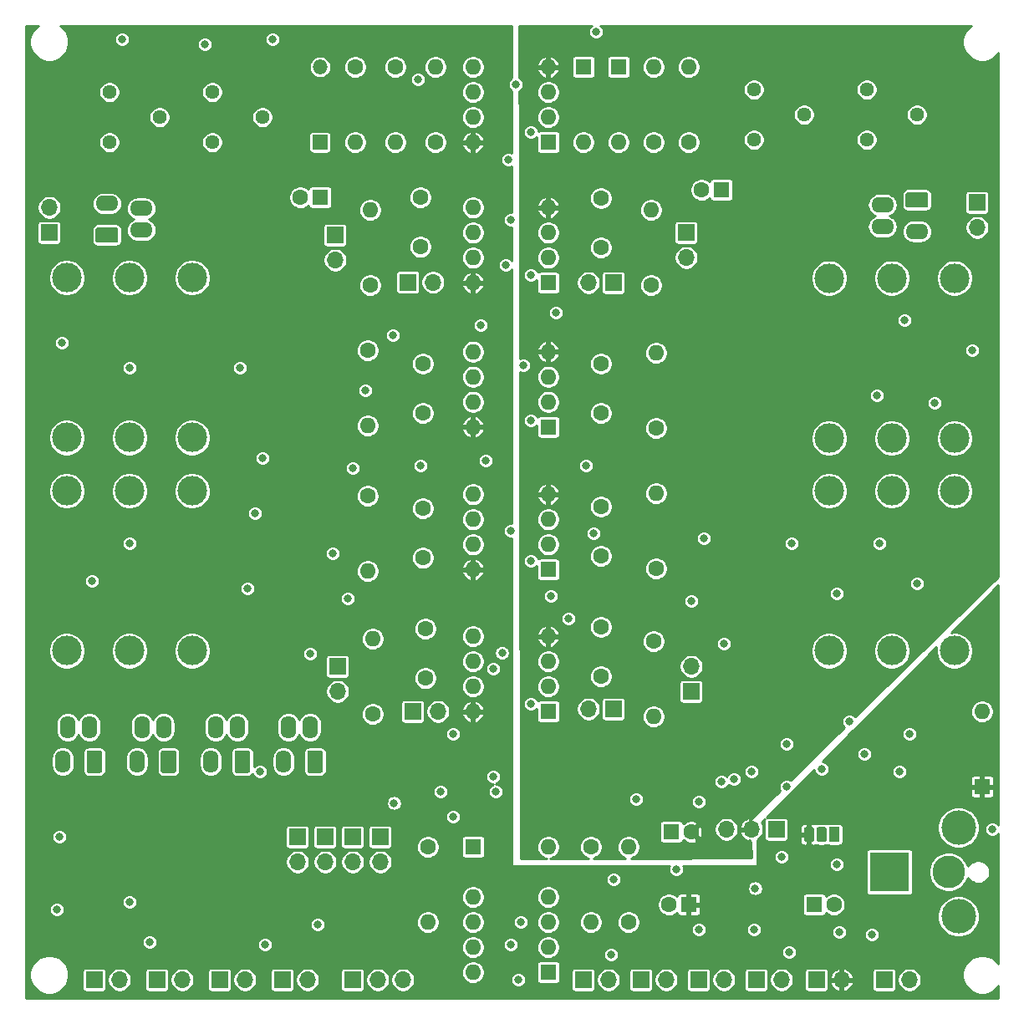
<source format=gbr>
G04 #@! TF.GenerationSoftware,KiCad,Pcbnew,(5.1.5)-3*
G04 #@! TF.CreationDate,2020-07-30T23:32:09-07:00*
G04 #@! TF.ProjectId,AnalogBoard_Rev0,416e616c-6f67-4426-9f61-72645f526576,rev?*
G04 #@! TF.SameCoordinates,Original*
G04 #@! TF.FileFunction,Copper,L3,Inr*
G04 #@! TF.FilePolarity,Positive*
%FSLAX46Y46*%
G04 Gerber Fmt 4.6, Leading zero omitted, Abs format (unit mm)*
G04 Created by KiCad (PCBNEW (5.1.5)-3) date 2020-07-30 23:32:09*
%MOMM*%
%LPD*%
G04 APERTURE LIST*
%ADD10O,1.700000X1.700000*%
%ADD11R,1.700000X1.700000*%
%ADD12C,1.600000*%
%ADD13R,1.600000X1.600000*%
%ADD14C,3.000000*%
%ADD15R,4.000000X4.000000*%
%ADD16C,3.300000*%
%ADD17C,3.500000*%
%ADD18C,1.440000*%
%ADD19O,2.290000X1.570000*%
%ADD20C,0.100000*%
%ADD21O,1.570000X2.290000*%
%ADD22O,1.600000X1.600000*%
%ADD23R,1.050000X1.500000*%
%ADD24R,1.500000X1.500000*%
%ADD25O,1.500000X1.500000*%
%ADD26C,0.800000*%
%ADD27C,0.254000*%
G04 APERTURE END LIST*
D10*
X121920000Y-132334000D03*
X124460000Y-132334000D03*
D11*
X127000000Y-132334000D03*
D10*
X89154000Y-147574000D03*
X86614000Y-147574000D03*
D11*
X84074000Y-147574000D03*
X137922000Y-147574000D03*
D10*
X140462000Y-147574000D03*
D12*
X116110000Y-139954000D03*
D13*
X118110000Y-139954000D03*
D14*
X132334000Y-92710000D03*
X132334000Y-76510000D03*
X138684000Y-92710000D03*
X145034000Y-92710000D03*
X138684000Y-76510000D03*
X145034000Y-76510000D03*
X67818000Y-76454000D03*
X67818000Y-92654000D03*
X61468000Y-76454000D03*
X55118000Y-76454000D03*
X61468000Y-92654000D03*
X55118000Y-92654000D03*
X67818000Y-98044000D03*
X67818000Y-114244000D03*
X61468000Y-98044000D03*
X55118000Y-98044000D03*
X61468000Y-114244000D03*
X55118000Y-114244000D03*
X132334000Y-114244000D03*
X132334000Y-98044000D03*
X138684000Y-114244000D03*
X145034000Y-114244000D03*
X138684000Y-98044000D03*
X145034000Y-98044000D03*
D11*
X119126000Y-147574000D03*
D10*
X121666000Y-147574000D03*
D11*
X107442000Y-147574000D03*
D10*
X109982000Y-147574000D03*
D11*
X124968000Y-147574000D03*
D10*
X127508000Y-147574000D03*
D15*
X138430000Y-136652000D03*
D16*
X144430000Y-136652000D03*
D17*
X145430000Y-141152000D03*
X145430000Y-132152000D03*
D11*
X76962000Y-147574000D03*
D10*
X79502000Y-147574000D03*
D11*
X70612000Y-147574000D03*
D10*
X73152000Y-147574000D03*
D18*
X124714000Y-57404000D03*
X129794000Y-59944000D03*
X124714000Y-62484000D03*
X69850000Y-57658000D03*
X74930000Y-60198000D03*
X69850000Y-62738000D03*
X136144000Y-57404000D03*
X141224000Y-59944000D03*
X136144000Y-62484000D03*
X59436000Y-57658000D03*
X64516000Y-60198000D03*
X59436000Y-62738000D03*
D19*
X137724000Y-69080000D03*
X137724000Y-71280000D03*
X141224000Y-71780000D03*
G04 #@! TA.AperFunction,ViaPad*
D20*
G36*
X142143838Y-67796202D02*
G01*
X142168070Y-67799797D01*
X142191834Y-67805749D01*
X142214899Y-67814002D01*
X142237045Y-67824476D01*
X142258057Y-67837070D01*
X142277734Y-67851663D01*
X142295885Y-67868115D01*
X142312337Y-67886266D01*
X142326930Y-67905943D01*
X142339524Y-67926955D01*
X142349998Y-67949101D01*
X142358251Y-67972166D01*
X142364203Y-67995930D01*
X142367798Y-68020162D01*
X142369000Y-68044630D01*
X142369000Y-69115370D01*
X142367798Y-69139838D01*
X142364203Y-69164070D01*
X142358251Y-69187834D01*
X142349998Y-69210899D01*
X142339524Y-69233045D01*
X142326930Y-69254057D01*
X142312337Y-69273734D01*
X142295885Y-69291885D01*
X142277734Y-69308337D01*
X142258057Y-69322930D01*
X142237045Y-69335524D01*
X142214899Y-69345998D01*
X142191834Y-69354251D01*
X142168070Y-69360203D01*
X142143838Y-69363798D01*
X142119370Y-69365000D01*
X140328630Y-69365000D01*
X140304162Y-69363798D01*
X140279930Y-69360203D01*
X140256166Y-69354251D01*
X140233101Y-69345998D01*
X140210955Y-69335524D01*
X140189943Y-69322930D01*
X140170266Y-69308337D01*
X140152115Y-69291885D01*
X140135663Y-69273734D01*
X140121070Y-69254057D01*
X140108476Y-69233045D01*
X140098002Y-69210899D01*
X140089749Y-69187834D01*
X140083797Y-69164070D01*
X140080202Y-69139838D01*
X140079000Y-69115370D01*
X140079000Y-68044630D01*
X140080202Y-68020162D01*
X140083797Y-67995930D01*
X140089749Y-67972166D01*
X140098002Y-67949101D01*
X140108476Y-67926955D01*
X140121070Y-67905943D01*
X140135663Y-67886266D01*
X140152115Y-67868115D01*
X140170266Y-67851663D01*
X140189943Y-67837070D01*
X140210955Y-67824476D01*
X140233101Y-67814002D01*
X140256166Y-67805749D01*
X140279930Y-67799797D01*
X140304162Y-67796202D01*
X140328630Y-67795000D01*
X142119370Y-67795000D01*
X142143838Y-67796202D01*
G37*
G04 #@! TD.AperFunction*
D19*
X62682000Y-71636000D03*
X62682000Y-69436000D03*
X59182000Y-68936000D03*
G04 #@! TA.AperFunction,ViaPad*
D20*
G36*
X60101838Y-71352202D02*
G01*
X60126070Y-71355797D01*
X60149834Y-71361749D01*
X60172899Y-71370002D01*
X60195045Y-71380476D01*
X60216057Y-71393070D01*
X60235734Y-71407663D01*
X60253885Y-71424115D01*
X60270337Y-71442266D01*
X60284930Y-71461943D01*
X60297524Y-71482955D01*
X60307998Y-71505101D01*
X60316251Y-71528166D01*
X60322203Y-71551930D01*
X60325798Y-71576162D01*
X60327000Y-71600630D01*
X60327000Y-72671370D01*
X60325798Y-72695838D01*
X60322203Y-72720070D01*
X60316251Y-72743834D01*
X60307998Y-72766899D01*
X60297524Y-72789045D01*
X60284930Y-72810057D01*
X60270337Y-72829734D01*
X60253885Y-72847885D01*
X60235734Y-72864337D01*
X60216057Y-72878930D01*
X60195045Y-72891524D01*
X60172899Y-72901998D01*
X60149834Y-72910251D01*
X60126070Y-72916203D01*
X60101838Y-72919798D01*
X60077370Y-72921000D01*
X58286630Y-72921000D01*
X58262162Y-72919798D01*
X58237930Y-72916203D01*
X58214166Y-72910251D01*
X58191101Y-72901998D01*
X58168955Y-72891524D01*
X58147943Y-72878930D01*
X58128266Y-72864337D01*
X58110115Y-72847885D01*
X58093663Y-72829734D01*
X58079070Y-72810057D01*
X58066476Y-72789045D01*
X58056002Y-72766899D01*
X58047749Y-72743834D01*
X58041797Y-72720070D01*
X58038202Y-72695838D01*
X58037000Y-72671370D01*
X58037000Y-71600630D01*
X58038202Y-71576162D01*
X58041797Y-71551930D01*
X58047749Y-71528166D01*
X58056002Y-71505101D01*
X58066476Y-71482955D01*
X58079070Y-71461943D01*
X58093663Y-71442266D01*
X58110115Y-71424115D01*
X58128266Y-71407663D01*
X58147943Y-71393070D01*
X58168955Y-71380476D01*
X58191101Y-71370002D01*
X58214166Y-71361749D01*
X58237930Y-71355797D01*
X58262162Y-71352202D01*
X58286630Y-71351000D01*
X60077370Y-71351000D01*
X60101838Y-71352202D01*
G37*
G04 #@! TD.AperFunction*
D21*
X79764000Y-121976000D03*
X77564000Y-121976000D03*
X77064000Y-125476000D03*
G04 #@! TA.AperFunction,ViaPad*
D20*
G36*
X80823838Y-124332202D02*
G01*
X80848070Y-124335797D01*
X80871834Y-124341749D01*
X80894899Y-124350002D01*
X80917045Y-124360476D01*
X80938057Y-124373070D01*
X80957734Y-124387663D01*
X80975885Y-124404115D01*
X80992337Y-124422266D01*
X81006930Y-124441943D01*
X81019524Y-124462955D01*
X81029998Y-124485101D01*
X81038251Y-124508166D01*
X81044203Y-124531930D01*
X81047798Y-124556162D01*
X81049000Y-124580630D01*
X81049000Y-126371370D01*
X81047798Y-126395838D01*
X81044203Y-126420070D01*
X81038251Y-126443834D01*
X81029998Y-126466899D01*
X81019524Y-126489045D01*
X81006930Y-126510057D01*
X80992337Y-126529734D01*
X80975885Y-126547885D01*
X80957734Y-126564337D01*
X80938057Y-126578930D01*
X80917045Y-126591524D01*
X80894899Y-126601998D01*
X80871834Y-126610251D01*
X80848070Y-126616203D01*
X80823838Y-126619798D01*
X80799370Y-126621000D01*
X79728630Y-126621000D01*
X79704162Y-126619798D01*
X79679930Y-126616203D01*
X79656166Y-126610251D01*
X79633101Y-126601998D01*
X79610955Y-126591524D01*
X79589943Y-126578930D01*
X79570266Y-126564337D01*
X79552115Y-126547885D01*
X79535663Y-126529734D01*
X79521070Y-126510057D01*
X79508476Y-126489045D01*
X79498002Y-126466899D01*
X79489749Y-126443834D01*
X79483797Y-126420070D01*
X79480202Y-126395838D01*
X79479000Y-126371370D01*
X79479000Y-124580630D01*
X79480202Y-124556162D01*
X79483797Y-124531930D01*
X79489749Y-124508166D01*
X79498002Y-124485101D01*
X79508476Y-124462955D01*
X79521070Y-124441943D01*
X79535663Y-124422266D01*
X79552115Y-124404115D01*
X79570266Y-124387663D01*
X79589943Y-124373070D01*
X79610955Y-124360476D01*
X79633101Y-124350002D01*
X79656166Y-124341749D01*
X79679930Y-124335797D01*
X79704162Y-124332202D01*
X79728630Y-124331000D01*
X80799370Y-124331000D01*
X80823838Y-124332202D01*
G37*
G04 #@! TD.AperFunction*
D21*
X72398000Y-121976000D03*
X70198000Y-121976000D03*
X69698000Y-125476000D03*
G04 #@! TA.AperFunction,ViaPad*
D20*
G36*
X73457838Y-124332202D02*
G01*
X73482070Y-124335797D01*
X73505834Y-124341749D01*
X73528899Y-124350002D01*
X73551045Y-124360476D01*
X73572057Y-124373070D01*
X73591734Y-124387663D01*
X73609885Y-124404115D01*
X73626337Y-124422266D01*
X73640930Y-124441943D01*
X73653524Y-124462955D01*
X73663998Y-124485101D01*
X73672251Y-124508166D01*
X73678203Y-124531930D01*
X73681798Y-124556162D01*
X73683000Y-124580630D01*
X73683000Y-126371370D01*
X73681798Y-126395838D01*
X73678203Y-126420070D01*
X73672251Y-126443834D01*
X73663998Y-126466899D01*
X73653524Y-126489045D01*
X73640930Y-126510057D01*
X73626337Y-126529734D01*
X73609885Y-126547885D01*
X73591734Y-126564337D01*
X73572057Y-126578930D01*
X73551045Y-126591524D01*
X73528899Y-126601998D01*
X73505834Y-126610251D01*
X73482070Y-126616203D01*
X73457838Y-126619798D01*
X73433370Y-126621000D01*
X72362630Y-126621000D01*
X72338162Y-126619798D01*
X72313930Y-126616203D01*
X72290166Y-126610251D01*
X72267101Y-126601998D01*
X72244955Y-126591524D01*
X72223943Y-126578930D01*
X72204266Y-126564337D01*
X72186115Y-126547885D01*
X72169663Y-126529734D01*
X72155070Y-126510057D01*
X72142476Y-126489045D01*
X72132002Y-126466899D01*
X72123749Y-126443834D01*
X72117797Y-126420070D01*
X72114202Y-126395838D01*
X72113000Y-126371370D01*
X72113000Y-124580630D01*
X72114202Y-124556162D01*
X72117797Y-124531930D01*
X72123749Y-124508166D01*
X72132002Y-124485101D01*
X72142476Y-124462955D01*
X72155070Y-124441943D01*
X72169663Y-124422266D01*
X72186115Y-124404115D01*
X72204266Y-124387663D01*
X72223943Y-124373070D01*
X72244955Y-124360476D01*
X72267101Y-124350002D01*
X72290166Y-124341749D01*
X72313930Y-124335797D01*
X72338162Y-124332202D01*
X72362630Y-124331000D01*
X73433370Y-124331000D01*
X73457838Y-124332202D01*
G37*
G04 #@! TD.AperFunction*
D21*
X64930000Y-121976000D03*
X62730000Y-121976000D03*
X62230000Y-125476000D03*
G04 #@! TA.AperFunction,ViaPad*
D20*
G36*
X65989838Y-124332202D02*
G01*
X66014070Y-124335797D01*
X66037834Y-124341749D01*
X66060899Y-124350002D01*
X66083045Y-124360476D01*
X66104057Y-124373070D01*
X66123734Y-124387663D01*
X66141885Y-124404115D01*
X66158337Y-124422266D01*
X66172930Y-124441943D01*
X66185524Y-124462955D01*
X66195998Y-124485101D01*
X66204251Y-124508166D01*
X66210203Y-124531930D01*
X66213798Y-124556162D01*
X66215000Y-124580630D01*
X66215000Y-126371370D01*
X66213798Y-126395838D01*
X66210203Y-126420070D01*
X66204251Y-126443834D01*
X66195998Y-126466899D01*
X66185524Y-126489045D01*
X66172930Y-126510057D01*
X66158337Y-126529734D01*
X66141885Y-126547885D01*
X66123734Y-126564337D01*
X66104057Y-126578930D01*
X66083045Y-126591524D01*
X66060899Y-126601998D01*
X66037834Y-126610251D01*
X66014070Y-126616203D01*
X65989838Y-126619798D01*
X65965370Y-126621000D01*
X64894630Y-126621000D01*
X64870162Y-126619798D01*
X64845930Y-126616203D01*
X64822166Y-126610251D01*
X64799101Y-126601998D01*
X64776955Y-126591524D01*
X64755943Y-126578930D01*
X64736266Y-126564337D01*
X64718115Y-126547885D01*
X64701663Y-126529734D01*
X64687070Y-126510057D01*
X64674476Y-126489045D01*
X64664002Y-126466899D01*
X64655749Y-126443834D01*
X64649797Y-126420070D01*
X64646202Y-126395838D01*
X64645000Y-126371370D01*
X64645000Y-124580630D01*
X64646202Y-124556162D01*
X64649797Y-124531930D01*
X64655749Y-124508166D01*
X64664002Y-124485101D01*
X64674476Y-124462955D01*
X64687070Y-124441943D01*
X64701663Y-124422266D01*
X64718115Y-124404115D01*
X64736266Y-124387663D01*
X64755943Y-124373070D01*
X64776955Y-124360476D01*
X64799101Y-124350002D01*
X64822166Y-124341749D01*
X64845930Y-124335797D01*
X64870162Y-124332202D01*
X64894630Y-124331000D01*
X65965370Y-124331000D01*
X65989838Y-124332202D01*
G37*
G04 #@! TD.AperFunction*
D21*
X57412000Y-121976000D03*
X55212000Y-121976000D03*
X54712000Y-125476000D03*
G04 #@! TA.AperFunction,ViaPad*
D20*
G36*
X58471838Y-124332202D02*
G01*
X58496070Y-124335797D01*
X58519834Y-124341749D01*
X58542899Y-124350002D01*
X58565045Y-124360476D01*
X58586057Y-124373070D01*
X58605734Y-124387663D01*
X58623885Y-124404115D01*
X58640337Y-124422266D01*
X58654930Y-124441943D01*
X58667524Y-124462955D01*
X58677998Y-124485101D01*
X58686251Y-124508166D01*
X58692203Y-124531930D01*
X58695798Y-124556162D01*
X58697000Y-124580630D01*
X58697000Y-126371370D01*
X58695798Y-126395838D01*
X58692203Y-126420070D01*
X58686251Y-126443834D01*
X58677998Y-126466899D01*
X58667524Y-126489045D01*
X58654930Y-126510057D01*
X58640337Y-126529734D01*
X58623885Y-126547885D01*
X58605734Y-126564337D01*
X58586057Y-126578930D01*
X58565045Y-126591524D01*
X58542899Y-126601998D01*
X58519834Y-126610251D01*
X58496070Y-126616203D01*
X58471838Y-126619798D01*
X58447370Y-126621000D01*
X57376630Y-126621000D01*
X57352162Y-126619798D01*
X57327930Y-126616203D01*
X57304166Y-126610251D01*
X57281101Y-126601998D01*
X57258955Y-126591524D01*
X57237943Y-126578930D01*
X57218266Y-126564337D01*
X57200115Y-126547885D01*
X57183663Y-126529734D01*
X57169070Y-126510057D01*
X57156476Y-126489045D01*
X57146002Y-126466899D01*
X57137749Y-126443834D01*
X57131797Y-126420070D01*
X57128202Y-126395838D01*
X57127000Y-126371370D01*
X57127000Y-124580630D01*
X57128202Y-124556162D01*
X57131797Y-124531930D01*
X57137749Y-124508166D01*
X57146002Y-124485101D01*
X57156476Y-124462955D01*
X57169070Y-124441943D01*
X57183663Y-124422266D01*
X57200115Y-124404115D01*
X57218266Y-124387663D01*
X57237943Y-124373070D01*
X57258955Y-124360476D01*
X57281101Y-124350002D01*
X57304166Y-124341749D01*
X57327930Y-124335797D01*
X57352162Y-124332202D01*
X57376630Y-124331000D01*
X58447370Y-124331000D01*
X58471838Y-124332202D01*
G37*
G04 #@! TD.AperFunction*
D11*
X110490000Y-76962000D03*
D10*
X107950000Y-76962000D03*
D11*
X110490000Y-120142000D03*
D10*
X107950000Y-120142000D03*
D11*
X82296000Y-72136000D03*
D10*
X82296000Y-74676000D03*
D11*
X82550000Y-115824000D03*
D10*
X82550000Y-118364000D03*
D11*
X89662000Y-76912000D03*
D10*
X92202000Y-76912000D03*
D11*
X117856000Y-71882000D03*
D10*
X117856000Y-74422000D03*
D11*
X90170000Y-120396000D03*
D10*
X92710000Y-120396000D03*
D11*
X118364000Y-118364000D03*
D10*
X118364000Y-115824000D03*
D12*
X91694000Y-134112000D03*
D22*
X91694000Y-141732000D03*
D12*
X108204000Y-134112000D03*
D22*
X108204000Y-141732000D03*
D12*
X112014000Y-141732000D03*
D22*
X112014000Y-134112000D03*
D11*
X131064000Y-147574000D03*
D10*
X133604000Y-147574000D03*
D11*
X147320000Y-68834000D03*
D10*
X147320000Y-71374000D03*
D11*
X53340000Y-71882000D03*
D10*
X53340000Y-69342000D03*
D11*
X64262000Y-147574000D03*
D10*
X66802000Y-147574000D03*
D11*
X57912000Y-147574000D03*
D10*
X60452000Y-147574000D03*
D11*
X86868000Y-133096000D03*
D10*
X86868000Y-135636000D03*
D11*
X84074000Y-133096000D03*
D10*
X84074000Y-135636000D03*
D11*
X81280000Y-133096000D03*
D10*
X81280000Y-135636000D03*
D11*
X78486000Y-133096000D03*
D10*
X78486000Y-135636000D03*
D11*
X113284000Y-147574000D03*
D10*
X115824000Y-147574000D03*
D13*
X103886000Y-146812000D03*
D22*
X96266000Y-139192000D03*
X103886000Y-144272000D03*
X96266000Y-141732000D03*
X103886000Y-141732000D03*
X96266000Y-144272000D03*
X103886000Y-139192000D03*
X96266000Y-146812000D03*
D13*
X103886000Y-62738000D03*
D22*
X96266000Y-55118000D03*
X103886000Y-60198000D03*
X96266000Y-57658000D03*
X103886000Y-57658000D03*
X96266000Y-60198000D03*
X103886000Y-55118000D03*
X96266000Y-62738000D03*
D13*
X103886000Y-76970000D03*
D22*
X96266000Y-69350000D03*
X103886000Y-74430000D03*
X96266000Y-71890000D03*
X103886000Y-71890000D03*
X96266000Y-74430000D03*
X103886000Y-69350000D03*
X96266000Y-76970000D03*
D13*
X103886000Y-120396000D03*
D22*
X96266000Y-112776000D03*
X103886000Y-117856000D03*
X96266000Y-115316000D03*
X103886000Y-115316000D03*
X96266000Y-117856000D03*
X103886000Y-112776000D03*
X96266000Y-120396000D03*
D13*
X103886000Y-91580400D03*
D22*
X96266000Y-83960400D03*
X103886000Y-89040400D03*
X96266000Y-86500400D03*
X103886000Y-86500400D03*
X96266000Y-89040400D03*
X103886000Y-83960400D03*
X96266000Y-91580400D03*
D13*
X103886000Y-106011600D03*
D22*
X96266000Y-98391600D03*
X103886000Y-103471600D03*
X96266000Y-100931600D03*
X103886000Y-100931600D03*
X96266000Y-103471600D03*
X103886000Y-98391600D03*
X96266000Y-106011600D03*
D12*
X85598000Y-83820000D03*
D22*
X85598000Y-91440000D03*
D12*
X85598000Y-98552000D03*
D22*
X85598000Y-106172000D03*
D12*
X84328000Y-55118000D03*
D22*
X84328000Y-62738000D03*
D12*
X88392000Y-55118000D03*
D22*
X88392000Y-62738000D03*
D12*
X92456000Y-62738000D03*
D22*
X92456000Y-55118000D03*
D12*
X114554000Y-62738000D03*
D22*
X114554000Y-55118000D03*
D12*
X85852000Y-77216000D03*
D22*
X85852000Y-69596000D03*
D12*
X86106000Y-120650000D03*
D22*
X86106000Y-113030000D03*
D12*
X118110000Y-62738000D03*
D22*
X118110000Y-55118000D03*
D12*
X114300000Y-77216000D03*
D22*
X114300000Y-69596000D03*
D12*
X114554000Y-113284000D03*
D22*
X114554000Y-120904000D03*
D12*
X114808000Y-91694000D03*
D22*
X114808000Y-84074000D03*
D12*
X114808000Y-105918000D03*
D22*
X114808000Y-98298000D03*
G04 #@! TA.AperFunction,ViaPad*
D20*
G36*
X131860229Y-132093264D02*
G01*
X131885711Y-132097044D01*
X131910700Y-132103303D01*
X131934954Y-132111982D01*
X131958242Y-132122996D01*
X131980337Y-132136239D01*
X132001028Y-132151585D01*
X132020116Y-132168884D01*
X132037415Y-132187972D01*
X132052761Y-132208663D01*
X132066004Y-132230758D01*
X132077018Y-132254046D01*
X132085697Y-132278300D01*
X132091956Y-132303289D01*
X132095736Y-132328771D01*
X132097000Y-132354500D01*
X132097000Y-133329500D01*
X132095736Y-133355229D01*
X132091956Y-133380711D01*
X132085697Y-133405700D01*
X132077018Y-133429954D01*
X132066004Y-133453242D01*
X132052761Y-133475337D01*
X132037415Y-133496028D01*
X132020116Y-133515116D01*
X132001028Y-133532415D01*
X131980337Y-133547761D01*
X131958242Y-133561004D01*
X131934954Y-133572018D01*
X131910700Y-133580697D01*
X131885711Y-133586956D01*
X131860229Y-133590736D01*
X131834500Y-133592000D01*
X131309500Y-133592000D01*
X131283771Y-133590736D01*
X131258289Y-133586956D01*
X131233300Y-133580697D01*
X131209046Y-133572018D01*
X131185758Y-133561004D01*
X131163663Y-133547761D01*
X131142972Y-133532415D01*
X131123884Y-133515116D01*
X131106585Y-133496028D01*
X131091239Y-133475337D01*
X131077996Y-133453242D01*
X131066982Y-133429954D01*
X131058303Y-133405700D01*
X131052044Y-133380711D01*
X131048264Y-133355229D01*
X131047000Y-133329500D01*
X131047000Y-132354500D01*
X131048264Y-132328771D01*
X131052044Y-132303289D01*
X131058303Y-132278300D01*
X131066982Y-132254046D01*
X131077996Y-132230758D01*
X131091239Y-132208663D01*
X131106585Y-132187972D01*
X131123884Y-132168884D01*
X131142972Y-132151585D01*
X131163663Y-132136239D01*
X131185758Y-132122996D01*
X131209046Y-132111982D01*
X131233300Y-132103303D01*
X131258289Y-132097044D01*
X131283771Y-132093264D01*
X131309500Y-132092000D01*
X131834500Y-132092000D01*
X131860229Y-132093264D01*
G37*
G04 #@! TD.AperFunction*
G04 #@! TA.AperFunction,ViaPad*
G36*
X130590229Y-132093264D02*
G01*
X130615711Y-132097044D01*
X130640700Y-132103303D01*
X130664954Y-132111982D01*
X130688242Y-132122996D01*
X130710337Y-132136239D01*
X130731028Y-132151585D01*
X130750116Y-132168884D01*
X130767415Y-132187972D01*
X130782761Y-132208663D01*
X130796004Y-132230758D01*
X130807018Y-132254046D01*
X130815697Y-132278300D01*
X130821956Y-132303289D01*
X130825736Y-132328771D01*
X130827000Y-132354500D01*
X130827000Y-133329500D01*
X130825736Y-133355229D01*
X130821956Y-133380711D01*
X130815697Y-133405700D01*
X130807018Y-133429954D01*
X130796004Y-133453242D01*
X130782761Y-133475337D01*
X130767415Y-133496028D01*
X130750116Y-133515116D01*
X130731028Y-133532415D01*
X130710337Y-133547761D01*
X130688242Y-133561004D01*
X130664954Y-133572018D01*
X130640700Y-133580697D01*
X130615711Y-133586956D01*
X130590229Y-133590736D01*
X130564500Y-133592000D01*
X130039500Y-133592000D01*
X130013771Y-133590736D01*
X129988289Y-133586956D01*
X129963300Y-133580697D01*
X129939046Y-133572018D01*
X129915758Y-133561004D01*
X129893663Y-133547761D01*
X129872972Y-133532415D01*
X129853884Y-133515116D01*
X129836585Y-133496028D01*
X129821239Y-133475337D01*
X129807996Y-133453242D01*
X129796982Y-133429954D01*
X129788303Y-133405700D01*
X129782044Y-133380711D01*
X129778264Y-133355229D01*
X129777000Y-133329500D01*
X129777000Y-132354500D01*
X129778264Y-132328771D01*
X129782044Y-132303289D01*
X129788303Y-132278300D01*
X129796982Y-132254046D01*
X129807996Y-132230758D01*
X129821239Y-132208663D01*
X129836585Y-132187972D01*
X129853884Y-132168884D01*
X129872972Y-132151585D01*
X129893663Y-132136239D01*
X129915758Y-132122996D01*
X129939046Y-132111982D01*
X129963300Y-132103303D01*
X129988289Y-132097044D01*
X130013771Y-132093264D01*
X130039500Y-132092000D01*
X130564500Y-132092000D01*
X130590229Y-132093264D01*
G37*
G04 #@! TD.AperFunction*
D23*
X132842000Y-132842000D03*
D13*
X96266000Y-134112000D03*
D22*
X103886000Y-134112000D03*
D24*
X80772000Y-62738000D03*
D25*
X80772000Y-55118000D03*
D13*
X107442000Y-55118000D03*
D22*
X107442000Y-62738000D03*
D13*
X110998000Y-55118000D03*
D22*
X110998000Y-62738000D03*
D13*
X147828000Y-128016000D03*
D22*
X147828000Y-120396000D03*
D12*
X91186000Y-90170000D03*
X91186000Y-85170000D03*
X91186000Y-99822000D03*
X91186000Y-104822000D03*
D13*
X80772000Y-68326000D03*
D12*
X78772000Y-68326000D03*
D13*
X121412000Y-67564000D03*
D12*
X119412000Y-67564000D03*
D13*
X116332000Y-132588000D03*
D12*
X118332000Y-132588000D03*
X109220000Y-73406000D03*
X109220000Y-68406000D03*
X109220000Y-116840000D03*
X109220000Y-111840000D03*
D13*
X130810000Y-139954000D03*
D12*
X132810000Y-139954000D03*
X90932000Y-68326000D03*
X90932000Y-73326000D03*
X91440000Y-112014000D03*
X91440000Y-117014000D03*
X109220000Y-90170000D03*
X109220000Y-85170000D03*
X109220000Y-104648000D03*
X109220000Y-99648000D03*
D26*
X99201000Y-106172000D03*
X102108000Y-61722000D03*
X102108000Y-105156000D03*
X99201000Y-114441000D03*
X102108000Y-119634000D03*
X102108000Y-90932000D03*
X102108000Y-76200000D03*
X100076000Y-70612000D03*
X100584000Y-56896000D03*
X124841000Y-138303000D03*
X112776000Y-129286000D03*
X60706000Y-52324000D03*
X69088000Y-52832000D03*
X75946000Y-52324000D03*
X61468000Y-85598000D03*
X54610000Y-83058000D03*
X73406000Y-107950000D03*
X57658000Y-107188000D03*
X61468000Y-103378000D03*
X61468000Y-139700000D03*
X75184000Y-144018000D03*
X74676000Y-126492000D03*
X83566000Y-108966000D03*
X92964000Y-128524000D03*
X118364000Y-109220000D03*
X119634000Y-102870000D03*
X128524000Y-103378000D03*
X137414000Y-103378000D03*
X121666000Y-113538000D03*
X133096000Y-108458000D03*
X141224000Y-107442000D03*
X143002000Y-89154000D03*
X146812000Y-83820000D03*
X139954000Y-80772000D03*
X137160000Y-88392000D03*
X107696000Y-95504000D03*
X72644000Y-85598000D03*
X74930000Y-94742000D03*
X74168000Y-100330000D03*
X80518000Y-141986000D03*
X63500000Y-143764000D03*
X54102000Y-140462000D03*
X54356000Y-133096000D03*
X99568000Y-75184000D03*
X101346000Y-85344000D03*
X101092000Y-141732000D03*
X100838000Y-147574000D03*
X100076000Y-144018000D03*
X110490000Y-137414000D03*
X110236000Y-145034000D03*
X124460000Y-126492000D03*
X116840000Y-136398000D03*
X122682000Y-127254000D03*
X119126000Y-129540000D03*
X121412000Y-127508000D03*
X128016000Y-123698000D03*
X128016000Y-128016000D03*
X131572000Y-126238000D03*
X139446000Y-126492000D03*
X134366000Y-121412000D03*
X140462000Y-122682000D03*
X135890000Y-124714000D03*
X136652000Y-143002000D03*
X119126000Y-142494000D03*
X124714000Y-142494000D03*
X128270000Y-144780000D03*
X133350000Y-142748000D03*
X133096000Y-135890000D03*
X127508000Y-135128000D03*
X148844000Y-132334000D03*
X105918000Y-110998000D03*
X108458000Y-102362000D03*
X97536000Y-94996000D03*
X90932000Y-95504000D03*
X84074000Y-95758000D03*
X85344000Y-87884000D03*
X88138000Y-82296000D03*
X104648000Y-80010000D03*
X99822000Y-64516000D03*
X90678000Y-56388000D03*
X108712000Y-51562000D03*
X94234000Y-122682000D03*
X104140000Y-108712000D03*
X100076000Y-102108000D03*
X98552000Y-128524000D03*
X88265000Y-129667000D03*
X79764000Y-114546000D03*
X82042000Y-104394000D03*
X97028010Y-81280000D03*
X94234000Y-131064000D03*
X98298000Y-127000000D03*
X98298000Y-116078000D03*
D27*
G36*
X108214141Y-50955358D02*
G01*
X108105358Y-51064141D01*
X108019887Y-51192058D01*
X107961013Y-51334191D01*
X107931000Y-51485078D01*
X107931000Y-51638922D01*
X107961013Y-51789809D01*
X108019887Y-51931942D01*
X108105358Y-52059859D01*
X108214141Y-52168642D01*
X108342058Y-52254113D01*
X108484191Y-52312987D01*
X108635078Y-52343000D01*
X108788922Y-52343000D01*
X108939809Y-52312987D01*
X109081942Y-52254113D01*
X109209859Y-52168642D01*
X109318642Y-52059859D01*
X109404113Y-51931942D01*
X109462987Y-51789809D01*
X109493000Y-51638922D01*
X109493000Y-51485078D01*
X109462987Y-51334191D01*
X109404113Y-51192058D01*
X109318642Y-51064141D01*
X109209859Y-50955358D01*
X109167418Y-50927000D01*
X146733191Y-50927000D01*
X146565186Y-51039257D01*
X146289257Y-51315186D01*
X146072461Y-51639645D01*
X145923129Y-52000164D01*
X145847000Y-52382889D01*
X145847000Y-52773111D01*
X145923129Y-53155836D01*
X146072461Y-53516355D01*
X146289257Y-53840814D01*
X146565186Y-54116743D01*
X146889645Y-54333539D01*
X147250164Y-54482871D01*
X147632889Y-54559000D01*
X148023111Y-54559000D01*
X148405836Y-54482871D01*
X148766355Y-54333539D01*
X149090814Y-54116743D01*
X149366743Y-53840814D01*
X149479000Y-53672809D01*
X149479000Y-106753538D01*
X134979136Y-120923860D01*
X134972642Y-120914141D01*
X134863859Y-120805358D01*
X134735942Y-120719887D01*
X134593809Y-120661013D01*
X134442922Y-120631000D01*
X134289078Y-120631000D01*
X134138191Y-120661013D01*
X133996058Y-120719887D01*
X133868141Y-120805358D01*
X133759358Y-120914141D01*
X133673887Y-121042058D01*
X133615013Y-121184191D01*
X133585000Y-121335078D01*
X133585000Y-121488922D01*
X133615013Y-121639809D01*
X133673887Y-121781942D01*
X133759358Y-121909859D01*
X133863570Y-122014071D01*
X128412270Y-127341479D01*
X128385942Y-127323887D01*
X128243809Y-127265013D01*
X128092922Y-127235000D01*
X127939078Y-127235000D01*
X127788191Y-127265013D01*
X127646058Y-127323887D01*
X127518141Y-127409358D01*
X127409358Y-127518141D01*
X127323887Y-127646058D01*
X127265013Y-127788191D01*
X127235000Y-127939078D01*
X127235000Y-128092922D01*
X127265013Y-128243809D01*
X127323887Y-128385942D01*
X127331641Y-128397547D01*
X124371236Y-131290671D01*
X124355221Y-131309734D01*
X124343234Y-131331554D01*
X124335733Y-131355294D01*
X124333065Y-131385562D01*
X124368119Y-132481000D01*
X124333000Y-132481000D01*
X124333000Y-132461000D01*
X123330813Y-132461000D01*
X123270505Y-132650981D01*
X123355201Y-132876949D01*
X123482353Y-133082052D01*
X123647076Y-133258408D01*
X123843039Y-133399239D01*
X124062712Y-133499134D01*
X124143020Y-133523489D01*
X124332998Y-133462628D01*
X124332998Y-133565000D01*
X124402807Y-133565000D01*
X124455882Y-135223602D01*
X112315129Y-135256238D01*
X112358485Y-135247614D01*
X112573413Y-135158588D01*
X112766843Y-135029342D01*
X112931342Y-134864843D01*
X113060588Y-134671413D01*
X113149614Y-134456485D01*
X113195000Y-134228318D01*
X113195000Y-133995682D01*
X113149614Y-133767515D01*
X113060588Y-133552587D01*
X112931342Y-133359157D01*
X112766843Y-133194658D01*
X112573413Y-133065412D01*
X112358485Y-132976386D01*
X112130318Y-132931000D01*
X111897682Y-132931000D01*
X111669515Y-132976386D01*
X111454587Y-133065412D01*
X111261157Y-133194658D01*
X111096658Y-133359157D01*
X110967412Y-133552587D01*
X110878386Y-133767515D01*
X110833000Y-133995682D01*
X110833000Y-134228318D01*
X110878386Y-134456485D01*
X110967412Y-134671413D01*
X111096658Y-134864843D01*
X111261157Y-135029342D01*
X111454587Y-135158588D01*
X111669515Y-135247614D01*
X111720901Y-135257835D01*
X108452936Y-135266620D01*
X108548485Y-135247614D01*
X108763413Y-135158588D01*
X108956843Y-135029342D01*
X109121342Y-134864843D01*
X109250588Y-134671413D01*
X109339614Y-134456485D01*
X109385000Y-134228318D01*
X109385000Y-133995682D01*
X109339614Y-133767515D01*
X109250588Y-133552587D01*
X109121342Y-133359157D01*
X108956843Y-133194658D01*
X108763413Y-133065412D01*
X108548485Y-132976386D01*
X108320318Y-132931000D01*
X108087682Y-132931000D01*
X107859515Y-132976386D01*
X107644587Y-133065412D01*
X107451157Y-133194658D01*
X107286658Y-133359157D01*
X107157412Y-133552587D01*
X107068386Y-133767515D01*
X107023000Y-133995682D01*
X107023000Y-134228318D01*
X107068386Y-134456485D01*
X107157412Y-134671413D01*
X107286658Y-134864843D01*
X107451157Y-135029342D01*
X107644587Y-135158588D01*
X107859515Y-135247614D01*
X107961703Y-135267941D01*
X104075783Y-135278387D01*
X104230485Y-135247614D01*
X104445413Y-135158588D01*
X104638843Y-135029342D01*
X104803342Y-134864843D01*
X104932588Y-134671413D01*
X105021614Y-134456485D01*
X105067000Y-134228318D01*
X105067000Y-133995682D01*
X105021614Y-133767515D01*
X104932588Y-133552587D01*
X104803342Y-133359157D01*
X104638843Y-133194658D01*
X104445413Y-133065412D01*
X104230485Y-132976386D01*
X104002318Y-132931000D01*
X103769682Y-132931000D01*
X103541515Y-132976386D01*
X103326587Y-133065412D01*
X103133157Y-133194658D01*
X102968658Y-133359157D01*
X102839412Y-133552587D01*
X102750386Y-133767515D01*
X102705000Y-133995682D01*
X102705000Y-134228318D01*
X102750386Y-134456485D01*
X102839412Y-134671413D01*
X102968658Y-134864843D01*
X103133157Y-135029342D01*
X103326587Y-135158588D01*
X103541515Y-135247614D01*
X103701278Y-135279393D01*
X101091809Y-135286408D01*
X101086559Y-131788000D01*
X115149157Y-131788000D01*
X115149157Y-133388000D01*
X115156513Y-133462689D01*
X115178299Y-133534508D01*
X115213678Y-133600696D01*
X115261289Y-133658711D01*
X115319304Y-133706322D01*
X115385492Y-133741701D01*
X115457311Y-133763487D01*
X115532000Y-133770843D01*
X117132000Y-133770843D01*
X117206689Y-133763487D01*
X117278508Y-133741701D01*
X117344696Y-133706322D01*
X117402711Y-133658711D01*
X117450322Y-133600696D01*
X117485701Y-133534508D01*
X117507487Y-133462689D01*
X117509442Y-133442840D01*
X117583105Y-133516503D01*
X117655264Y-133444344D01*
X117741218Y-133617207D01*
X117953358Y-133712687D01*
X118180048Y-133764945D01*
X118412578Y-133771975D01*
X118642012Y-133733505D01*
X118859532Y-133651014D01*
X118922782Y-133617207D01*
X119008737Y-133444342D01*
X118332000Y-132767605D01*
X118317858Y-132781748D01*
X118138253Y-132602143D01*
X118152395Y-132588000D01*
X118511605Y-132588000D01*
X119188342Y-133264737D01*
X119361207Y-133178782D01*
X119456687Y-132966642D01*
X119508945Y-132739952D01*
X119515975Y-132507422D01*
X119477505Y-132277988D01*
X119452768Y-132212757D01*
X120689000Y-132212757D01*
X120689000Y-132455243D01*
X120736307Y-132693069D01*
X120829102Y-132917097D01*
X120963820Y-133118717D01*
X121135283Y-133290180D01*
X121336903Y-133424898D01*
X121560931Y-133517693D01*
X121798757Y-133565000D01*
X122041243Y-133565000D01*
X122279069Y-133517693D01*
X122503097Y-133424898D01*
X122704717Y-133290180D01*
X122876180Y-133118717D01*
X123010898Y-132917097D01*
X123103693Y-132693069D01*
X123151000Y-132455243D01*
X123151000Y-132212757D01*
X123112065Y-132017019D01*
X123270505Y-132017019D01*
X123330813Y-132207000D01*
X124333000Y-132207000D01*
X124333000Y-131205373D01*
X124143020Y-131144511D01*
X124062712Y-131168866D01*
X123843039Y-131268761D01*
X123647076Y-131409592D01*
X123482353Y-131585948D01*
X123355201Y-131791051D01*
X123270505Y-132017019D01*
X123112065Y-132017019D01*
X123103693Y-131974931D01*
X123010898Y-131750903D01*
X122876180Y-131549283D01*
X122704717Y-131377820D01*
X122503097Y-131243102D01*
X122279069Y-131150307D01*
X122041243Y-131103000D01*
X121798757Y-131103000D01*
X121560931Y-131150307D01*
X121336903Y-131243102D01*
X121135283Y-131377820D01*
X120963820Y-131549283D01*
X120829102Y-131750903D01*
X120736307Y-131974931D01*
X120689000Y-132212757D01*
X119452768Y-132212757D01*
X119395014Y-132060468D01*
X119361207Y-131997218D01*
X119188342Y-131911263D01*
X118511605Y-132588000D01*
X118152395Y-132588000D01*
X118138253Y-132573858D01*
X118317858Y-132394253D01*
X118332000Y-132408395D01*
X119008737Y-131731658D01*
X118922782Y-131558793D01*
X118710642Y-131463313D01*
X118483952Y-131411055D01*
X118251422Y-131404025D01*
X118021988Y-131442495D01*
X117804468Y-131524986D01*
X117741218Y-131558793D01*
X117655264Y-131731656D01*
X117583105Y-131659497D01*
X117509442Y-131733160D01*
X117507487Y-131713311D01*
X117485701Y-131641492D01*
X117450322Y-131575304D01*
X117402711Y-131517289D01*
X117344696Y-131469678D01*
X117278508Y-131434299D01*
X117206689Y-131412513D01*
X117132000Y-131405157D01*
X115532000Y-131405157D01*
X115457311Y-131412513D01*
X115385492Y-131434299D01*
X115319304Y-131469678D01*
X115261289Y-131517289D01*
X115213678Y-131575304D01*
X115178299Y-131641492D01*
X115156513Y-131713311D01*
X115149157Y-131788000D01*
X101086559Y-131788000D01*
X101082688Y-129209078D01*
X111995000Y-129209078D01*
X111995000Y-129362922D01*
X112025013Y-129513809D01*
X112083887Y-129655942D01*
X112169358Y-129783859D01*
X112278141Y-129892642D01*
X112406058Y-129978113D01*
X112548191Y-130036987D01*
X112699078Y-130067000D01*
X112852922Y-130067000D01*
X113003809Y-130036987D01*
X113145942Y-129978113D01*
X113273859Y-129892642D01*
X113382642Y-129783859D01*
X113468113Y-129655942D01*
X113526987Y-129513809D01*
X113537077Y-129463078D01*
X118345000Y-129463078D01*
X118345000Y-129616922D01*
X118375013Y-129767809D01*
X118433887Y-129909942D01*
X118519358Y-130037859D01*
X118628141Y-130146642D01*
X118756058Y-130232113D01*
X118898191Y-130290987D01*
X119049078Y-130321000D01*
X119202922Y-130321000D01*
X119353809Y-130290987D01*
X119495942Y-130232113D01*
X119623859Y-130146642D01*
X119732642Y-130037859D01*
X119818113Y-129909942D01*
X119876987Y-129767809D01*
X119907000Y-129616922D01*
X119907000Y-129463078D01*
X119876987Y-129312191D01*
X119818113Y-129170058D01*
X119732642Y-129042141D01*
X119623859Y-128933358D01*
X119495942Y-128847887D01*
X119353809Y-128789013D01*
X119202922Y-128759000D01*
X119049078Y-128759000D01*
X118898191Y-128789013D01*
X118756058Y-128847887D01*
X118628141Y-128933358D01*
X118519358Y-129042141D01*
X118433887Y-129170058D01*
X118375013Y-129312191D01*
X118345000Y-129463078D01*
X113537077Y-129463078D01*
X113557000Y-129362922D01*
X113557000Y-129209078D01*
X113526987Y-129058191D01*
X113468113Y-128916058D01*
X113382642Y-128788141D01*
X113273859Y-128679358D01*
X113145942Y-128593887D01*
X113003809Y-128535013D01*
X112852922Y-128505000D01*
X112699078Y-128505000D01*
X112548191Y-128535013D01*
X112406058Y-128593887D01*
X112278141Y-128679358D01*
X112169358Y-128788141D01*
X112083887Y-128916058D01*
X112025013Y-129058191D01*
X111995000Y-129209078D01*
X101082688Y-129209078D01*
X101080020Y-127431078D01*
X120631000Y-127431078D01*
X120631000Y-127584922D01*
X120661013Y-127735809D01*
X120719887Y-127877942D01*
X120805358Y-128005859D01*
X120914141Y-128114642D01*
X121042058Y-128200113D01*
X121184191Y-128258987D01*
X121335078Y-128289000D01*
X121488922Y-128289000D01*
X121639809Y-128258987D01*
X121781942Y-128200113D01*
X121909859Y-128114642D01*
X122018642Y-128005859D01*
X122104113Y-127877942D01*
X122132620Y-127809121D01*
X122184141Y-127860642D01*
X122312058Y-127946113D01*
X122454191Y-128004987D01*
X122605078Y-128035000D01*
X122758922Y-128035000D01*
X122909809Y-128004987D01*
X123051942Y-127946113D01*
X123179859Y-127860642D01*
X123288642Y-127751859D01*
X123374113Y-127623942D01*
X123432987Y-127481809D01*
X123463000Y-127330922D01*
X123463000Y-127177078D01*
X123432987Y-127026191D01*
X123374113Y-126884058D01*
X123288642Y-126756141D01*
X123179859Y-126647358D01*
X123051942Y-126561887D01*
X122909809Y-126503013D01*
X122758922Y-126473000D01*
X122605078Y-126473000D01*
X122454191Y-126503013D01*
X122312058Y-126561887D01*
X122184141Y-126647358D01*
X122075358Y-126756141D01*
X121989887Y-126884058D01*
X121961380Y-126952879D01*
X121909859Y-126901358D01*
X121781942Y-126815887D01*
X121639809Y-126757013D01*
X121488922Y-126727000D01*
X121335078Y-126727000D01*
X121184191Y-126757013D01*
X121042058Y-126815887D01*
X120914141Y-126901358D01*
X120805358Y-127010141D01*
X120719887Y-127138058D01*
X120661013Y-127280191D01*
X120631000Y-127431078D01*
X101080020Y-127431078D01*
X101078495Y-126415078D01*
X123679000Y-126415078D01*
X123679000Y-126568922D01*
X123709013Y-126719809D01*
X123767887Y-126861942D01*
X123853358Y-126989859D01*
X123962141Y-127098642D01*
X124090058Y-127184113D01*
X124232191Y-127242987D01*
X124383078Y-127273000D01*
X124536922Y-127273000D01*
X124687809Y-127242987D01*
X124829942Y-127184113D01*
X124957859Y-127098642D01*
X125066642Y-126989859D01*
X125152113Y-126861942D01*
X125210987Y-126719809D01*
X125241000Y-126568922D01*
X125241000Y-126415078D01*
X125210987Y-126264191D01*
X125152113Y-126122058D01*
X125066642Y-125994141D01*
X124957859Y-125885358D01*
X124829942Y-125799887D01*
X124687809Y-125741013D01*
X124536922Y-125711000D01*
X124383078Y-125711000D01*
X124232191Y-125741013D01*
X124090058Y-125799887D01*
X123962141Y-125885358D01*
X123853358Y-125994141D01*
X123767887Y-126122058D01*
X123709013Y-126264191D01*
X123679000Y-126415078D01*
X101078495Y-126415078D01*
X101074302Y-123621078D01*
X127235000Y-123621078D01*
X127235000Y-123774922D01*
X127265013Y-123925809D01*
X127323887Y-124067942D01*
X127409358Y-124195859D01*
X127518141Y-124304642D01*
X127646058Y-124390113D01*
X127788191Y-124448987D01*
X127939078Y-124479000D01*
X128092922Y-124479000D01*
X128243809Y-124448987D01*
X128385942Y-124390113D01*
X128513859Y-124304642D01*
X128622642Y-124195859D01*
X128708113Y-124067942D01*
X128766987Y-123925809D01*
X128797000Y-123774922D01*
X128797000Y-123621078D01*
X128766987Y-123470191D01*
X128708113Y-123328058D01*
X128622642Y-123200141D01*
X128513859Y-123091358D01*
X128385942Y-123005887D01*
X128243809Y-122947013D01*
X128092922Y-122917000D01*
X127939078Y-122917000D01*
X127788191Y-122947013D01*
X127646058Y-123005887D01*
X127518141Y-123091358D01*
X127409358Y-123200141D01*
X127323887Y-123328058D01*
X127265013Y-123470191D01*
X127235000Y-123621078D01*
X101074302Y-123621078D01*
X101068201Y-119557078D01*
X101327000Y-119557078D01*
X101327000Y-119710922D01*
X101357013Y-119861809D01*
X101415887Y-120003942D01*
X101501358Y-120131859D01*
X101610141Y-120240642D01*
X101738058Y-120326113D01*
X101880191Y-120384987D01*
X102031078Y-120415000D01*
X102184922Y-120415000D01*
X102335809Y-120384987D01*
X102477942Y-120326113D01*
X102605859Y-120240642D01*
X102703157Y-120143344D01*
X102703157Y-121196000D01*
X102710513Y-121270689D01*
X102732299Y-121342508D01*
X102767678Y-121408696D01*
X102815289Y-121466711D01*
X102873304Y-121514322D01*
X102939492Y-121549701D01*
X103011311Y-121571487D01*
X103086000Y-121578843D01*
X104686000Y-121578843D01*
X104760689Y-121571487D01*
X104832508Y-121549701D01*
X104898696Y-121514322D01*
X104956711Y-121466711D01*
X105004322Y-121408696D01*
X105039701Y-121342508D01*
X105061487Y-121270689D01*
X105068843Y-121196000D01*
X105068843Y-120020757D01*
X106719000Y-120020757D01*
X106719000Y-120263243D01*
X106766307Y-120501069D01*
X106859102Y-120725097D01*
X106993820Y-120926717D01*
X107165283Y-121098180D01*
X107366903Y-121232898D01*
X107590931Y-121325693D01*
X107828757Y-121373000D01*
X108071243Y-121373000D01*
X108309069Y-121325693D01*
X108533097Y-121232898D01*
X108734717Y-121098180D01*
X108906180Y-120926717D01*
X109040898Y-120725097D01*
X109133693Y-120501069D01*
X109181000Y-120263243D01*
X109181000Y-120020757D01*
X109133693Y-119782931D01*
X109040898Y-119558903D01*
X108906180Y-119357283D01*
X108840897Y-119292000D01*
X109257157Y-119292000D01*
X109257157Y-120992000D01*
X109264513Y-121066689D01*
X109286299Y-121138508D01*
X109321678Y-121204696D01*
X109369289Y-121262711D01*
X109427304Y-121310322D01*
X109493492Y-121345701D01*
X109565311Y-121367487D01*
X109640000Y-121374843D01*
X111340000Y-121374843D01*
X111414689Y-121367487D01*
X111486508Y-121345701D01*
X111552696Y-121310322D01*
X111610711Y-121262711D01*
X111658322Y-121204696D01*
X111693701Y-121138508D01*
X111715487Y-121066689D01*
X111722843Y-120992000D01*
X111722843Y-120787682D01*
X113373000Y-120787682D01*
X113373000Y-121020318D01*
X113418386Y-121248485D01*
X113507412Y-121463413D01*
X113636658Y-121656843D01*
X113801157Y-121821342D01*
X113994587Y-121950588D01*
X114209515Y-122039614D01*
X114437682Y-122085000D01*
X114670318Y-122085000D01*
X114898485Y-122039614D01*
X115113413Y-121950588D01*
X115306843Y-121821342D01*
X115471342Y-121656843D01*
X115600588Y-121463413D01*
X115689614Y-121248485D01*
X115735000Y-121020318D01*
X115735000Y-120787682D01*
X115689614Y-120559515D01*
X115600588Y-120344587D01*
X115471342Y-120151157D01*
X115306843Y-119986658D01*
X115113413Y-119857412D01*
X114898485Y-119768386D01*
X114670318Y-119723000D01*
X114437682Y-119723000D01*
X114209515Y-119768386D01*
X113994587Y-119857412D01*
X113801157Y-119986658D01*
X113636658Y-120151157D01*
X113507412Y-120344587D01*
X113418386Y-120559515D01*
X113373000Y-120787682D01*
X111722843Y-120787682D01*
X111722843Y-119292000D01*
X111715487Y-119217311D01*
X111693701Y-119145492D01*
X111658322Y-119079304D01*
X111610711Y-119021289D01*
X111552696Y-118973678D01*
X111486508Y-118938299D01*
X111414689Y-118916513D01*
X111340000Y-118909157D01*
X109640000Y-118909157D01*
X109565311Y-118916513D01*
X109493492Y-118938299D01*
X109427304Y-118973678D01*
X109369289Y-119021289D01*
X109321678Y-119079304D01*
X109286299Y-119145492D01*
X109264513Y-119217311D01*
X109257157Y-119292000D01*
X108840897Y-119292000D01*
X108734717Y-119185820D01*
X108533097Y-119051102D01*
X108309069Y-118958307D01*
X108071243Y-118911000D01*
X107828757Y-118911000D01*
X107590931Y-118958307D01*
X107366903Y-119051102D01*
X107165283Y-119185820D01*
X106993820Y-119357283D01*
X106859102Y-119558903D01*
X106766307Y-119782931D01*
X106719000Y-120020757D01*
X105068843Y-120020757D01*
X105068843Y-119596000D01*
X105061487Y-119521311D01*
X105039701Y-119449492D01*
X105004322Y-119383304D01*
X104956711Y-119325289D01*
X104898696Y-119277678D01*
X104832508Y-119242299D01*
X104760689Y-119220513D01*
X104686000Y-119213157D01*
X103086000Y-119213157D01*
X103011311Y-119220513D01*
X102939492Y-119242299D01*
X102873304Y-119277678D01*
X102822892Y-119319050D01*
X102800113Y-119264058D01*
X102714642Y-119136141D01*
X102605859Y-119027358D01*
X102477942Y-118941887D01*
X102335809Y-118883013D01*
X102184922Y-118853000D01*
X102031078Y-118853000D01*
X101880191Y-118883013D01*
X101738058Y-118941887D01*
X101610141Y-119027358D01*
X101501358Y-119136141D01*
X101415887Y-119264058D01*
X101357013Y-119406191D01*
X101327000Y-119557078D01*
X101068201Y-119557078D01*
X101065474Y-117739682D01*
X102705000Y-117739682D01*
X102705000Y-117972318D01*
X102750386Y-118200485D01*
X102839412Y-118415413D01*
X102968658Y-118608843D01*
X103133157Y-118773342D01*
X103326587Y-118902588D01*
X103541515Y-118991614D01*
X103769682Y-119037000D01*
X104002318Y-119037000D01*
X104230485Y-118991614D01*
X104445413Y-118902588D01*
X104638843Y-118773342D01*
X104803342Y-118608843D01*
X104932588Y-118415413D01*
X105021614Y-118200485D01*
X105067000Y-117972318D01*
X105067000Y-117739682D01*
X105021614Y-117511515D01*
X104932588Y-117296587D01*
X104803342Y-117103157D01*
X104638843Y-116938658D01*
X104445413Y-116809412D01*
X104238443Y-116723682D01*
X108039000Y-116723682D01*
X108039000Y-116956318D01*
X108084386Y-117184485D01*
X108173412Y-117399413D01*
X108302658Y-117592843D01*
X108467157Y-117757342D01*
X108660587Y-117886588D01*
X108875515Y-117975614D01*
X109103682Y-118021000D01*
X109336318Y-118021000D01*
X109564485Y-117975614D01*
X109779413Y-117886588D01*
X109972843Y-117757342D01*
X110137342Y-117592843D01*
X110190023Y-117514000D01*
X117131157Y-117514000D01*
X117131157Y-119214000D01*
X117138513Y-119288689D01*
X117160299Y-119360508D01*
X117195678Y-119426696D01*
X117243289Y-119484711D01*
X117301304Y-119532322D01*
X117367492Y-119567701D01*
X117439311Y-119589487D01*
X117514000Y-119596843D01*
X119214000Y-119596843D01*
X119288689Y-119589487D01*
X119360508Y-119567701D01*
X119426696Y-119532322D01*
X119484711Y-119484711D01*
X119532322Y-119426696D01*
X119567701Y-119360508D01*
X119589487Y-119288689D01*
X119596843Y-119214000D01*
X119596843Y-117514000D01*
X119589487Y-117439311D01*
X119567701Y-117367492D01*
X119532322Y-117301304D01*
X119484711Y-117243289D01*
X119426696Y-117195678D01*
X119360508Y-117160299D01*
X119288689Y-117138513D01*
X119214000Y-117131157D01*
X117514000Y-117131157D01*
X117439311Y-117138513D01*
X117367492Y-117160299D01*
X117301304Y-117195678D01*
X117243289Y-117243289D01*
X117195678Y-117301304D01*
X117160299Y-117367492D01*
X117138513Y-117439311D01*
X117131157Y-117514000D01*
X110190023Y-117514000D01*
X110266588Y-117399413D01*
X110355614Y-117184485D01*
X110401000Y-116956318D01*
X110401000Y-116723682D01*
X110355614Y-116495515D01*
X110266588Y-116280587D01*
X110137342Y-116087157D01*
X109972843Y-115922658D01*
X109779413Y-115793412D01*
X109564485Y-115704386D01*
X109556296Y-115702757D01*
X117133000Y-115702757D01*
X117133000Y-115945243D01*
X117180307Y-116183069D01*
X117273102Y-116407097D01*
X117407820Y-116608717D01*
X117579283Y-116780180D01*
X117780903Y-116914898D01*
X118004931Y-117007693D01*
X118242757Y-117055000D01*
X118485243Y-117055000D01*
X118723069Y-117007693D01*
X118947097Y-116914898D01*
X119148717Y-116780180D01*
X119320180Y-116608717D01*
X119454898Y-116407097D01*
X119547693Y-116183069D01*
X119595000Y-115945243D01*
X119595000Y-115702757D01*
X119547693Y-115464931D01*
X119454898Y-115240903D01*
X119320180Y-115039283D01*
X119148717Y-114867820D01*
X118947097Y-114733102D01*
X118723069Y-114640307D01*
X118485243Y-114593000D01*
X118242757Y-114593000D01*
X118004931Y-114640307D01*
X117780903Y-114733102D01*
X117579283Y-114867820D01*
X117407820Y-115039283D01*
X117273102Y-115240903D01*
X117180307Y-115464931D01*
X117133000Y-115702757D01*
X109556296Y-115702757D01*
X109336318Y-115659000D01*
X109103682Y-115659000D01*
X108875515Y-115704386D01*
X108660587Y-115793412D01*
X108467157Y-115922658D01*
X108302658Y-116087157D01*
X108173412Y-116280587D01*
X108084386Y-116495515D01*
X108039000Y-116723682D01*
X104238443Y-116723682D01*
X104230485Y-116720386D01*
X104002318Y-116675000D01*
X103769682Y-116675000D01*
X103541515Y-116720386D01*
X103326587Y-116809412D01*
X103133157Y-116938658D01*
X102968658Y-117103157D01*
X102839412Y-117296587D01*
X102750386Y-117511515D01*
X102705000Y-117739682D01*
X101065474Y-117739682D01*
X101061662Y-115199682D01*
X102705000Y-115199682D01*
X102705000Y-115432318D01*
X102750386Y-115660485D01*
X102839412Y-115875413D01*
X102968658Y-116068843D01*
X103133157Y-116233342D01*
X103326587Y-116362588D01*
X103541515Y-116451614D01*
X103769682Y-116497000D01*
X104002318Y-116497000D01*
X104230485Y-116451614D01*
X104445413Y-116362588D01*
X104638843Y-116233342D01*
X104803342Y-116068843D01*
X104932588Y-115875413D01*
X105021614Y-115660485D01*
X105067000Y-115432318D01*
X105067000Y-115199682D01*
X105021614Y-114971515D01*
X104932588Y-114756587D01*
X104803342Y-114563157D01*
X104638843Y-114398658D01*
X104445413Y-114269412D01*
X104230485Y-114180386D01*
X104002318Y-114135000D01*
X103769682Y-114135000D01*
X103541515Y-114180386D01*
X103326587Y-114269412D01*
X103133157Y-114398658D01*
X102968658Y-114563157D01*
X102839412Y-114756587D01*
X102750386Y-114971515D01*
X102705000Y-115199682D01*
X101061662Y-115199682D01*
X101058489Y-113085114D01*
X102746171Y-113085114D01*
X102766527Y-113152239D01*
X102861438Y-113363408D01*
X102995722Y-113552003D01*
X103164219Y-113710777D01*
X103360454Y-113833628D01*
X103576885Y-113915835D01*
X103759000Y-113854908D01*
X103759000Y-112903000D01*
X104013000Y-112903000D01*
X104013000Y-113854908D01*
X104195115Y-113915835D01*
X104411546Y-113833628D01*
X104607781Y-113710777D01*
X104776278Y-113552003D01*
X104910562Y-113363408D01*
X104998532Y-113167682D01*
X113373000Y-113167682D01*
X113373000Y-113400318D01*
X113418386Y-113628485D01*
X113507412Y-113843413D01*
X113636658Y-114036843D01*
X113801157Y-114201342D01*
X113994587Y-114330588D01*
X114209515Y-114419614D01*
X114437682Y-114465000D01*
X114670318Y-114465000D01*
X114898485Y-114419614D01*
X115113413Y-114330588D01*
X115306843Y-114201342D01*
X115471342Y-114036843D01*
X115600588Y-113843413D01*
X115689614Y-113628485D01*
X115722913Y-113461078D01*
X120885000Y-113461078D01*
X120885000Y-113614922D01*
X120915013Y-113765809D01*
X120973887Y-113907942D01*
X121059358Y-114035859D01*
X121168141Y-114144642D01*
X121296058Y-114230113D01*
X121438191Y-114288987D01*
X121589078Y-114319000D01*
X121742922Y-114319000D01*
X121893809Y-114288987D01*
X122035942Y-114230113D01*
X122163859Y-114144642D01*
X122249763Y-114058738D01*
X130453000Y-114058738D01*
X130453000Y-114429262D01*
X130525286Y-114792667D01*
X130667080Y-115134987D01*
X130872932Y-115443067D01*
X131134933Y-115705068D01*
X131443013Y-115910920D01*
X131785333Y-116052714D01*
X132148738Y-116125000D01*
X132519262Y-116125000D01*
X132882667Y-116052714D01*
X133224987Y-115910920D01*
X133533067Y-115705068D01*
X133795068Y-115443067D01*
X134000920Y-115134987D01*
X134142714Y-114792667D01*
X134215000Y-114429262D01*
X134215000Y-114058738D01*
X136803000Y-114058738D01*
X136803000Y-114429262D01*
X136875286Y-114792667D01*
X137017080Y-115134987D01*
X137222932Y-115443067D01*
X137484933Y-115705068D01*
X137793013Y-115910920D01*
X138135333Y-116052714D01*
X138498738Y-116125000D01*
X138869262Y-116125000D01*
X139232667Y-116052714D01*
X139574987Y-115910920D01*
X139883067Y-115705068D01*
X140145068Y-115443067D01*
X140350920Y-115134987D01*
X140492714Y-114792667D01*
X140565000Y-114429262D01*
X140565000Y-114058738D01*
X140492714Y-113695333D01*
X140350920Y-113353013D01*
X140145068Y-113044933D01*
X139883067Y-112782932D01*
X139574987Y-112577080D01*
X139232667Y-112435286D01*
X138869262Y-112363000D01*
X138498738Y-112363000D01*
X138135333Y-112435286D01*
X137793013Y-112577080D01*
X137484933Y-112782932D01*
X137222932Y-113044933D01*
X137017080Y-113353013D01*
X136875286Y-113695333D01*
X136803000Y-114058738D01*
X134215000Y-114058738D01*
X134142714Y-113695333D01*
X134000920Y-113353013D01*
X133795068Y-113044933D01*
X133533067Y-112782932D01*
X133224987Y-112577080D01*
X132882667Y-112435286D01*
X132519262Y-112363000D01*
X132148738Y-112363000D01*
X131785333Y-112435286D01*
X131443013Y-112577080D01*
X131134933Y-112782932D01*
X130872932Y-113044933D01*
X130667080Y-113353013D01*
X130525286Y-113695333D01*
X130453000Y-114058738D01*
X122249763Y-114058738D01*
X122272642Y-114035859D01*
X122358113Y-113907942D01*
X122416987Y-113765809D01*
X122447000Y-113614922D01*
X122447000Y-113461078D01*
X122416987Y-113310191D01*
X122358113Y-113168058D01*
X122272642Y-113040141D01*
X122163859Y-112931358D01*
X122035942Y-112845887D01*
X121893809Y-112787013D01*
X121742922Y-112757000D01*
X121589078Y-112757000D01*
X121438191Y-112787013D01*
X121296058Y-112845887D01*
X121168141Y-112931358D01*
X121059358Y-113040141D01*
X120973887Y-113168058D01*
X120915013Y-113310191D01*
X120885000Y-113461078D01*
X115722913Y-113461078D01*
X115735000Y-113400318D01*
X115735000Y-113167682D01*
X115689614Y-112939515D01*
X115600588Y-112724587D01*
X115471342Y-112531157D01*
X115306843Y-112366658D01*
X115113413Y-112237412D01*
X114898485Y-112148386D01*
X114670318Y-112103000D01*
X114437682Y-112103000D01*
X114209515Y-112148386D01*
X113994587Y-112237412D01*
X113801157Y-112366658D01*
X113636658Y-112531157D01*
X113507412Y-112724587D01*
X113418386Y-112939515D01*
X113373000Y-113167682D01*
X104998532Y-113167682D01*
X105005473Y-113152239D01*
X105025829Y-113085114D01*
X104964297Y-112903000D01*
X104013000Y-112903000D01*
X103759000Y-112903000D01*
X102807703Y-112903000D01*
X102746171Y-113085114D01*
X101058489Y-113085114D01*
X101057561Y-112466886D01*
X102746171Y-112466886D01*
X102807703Y-112649000D01*
X103759000Y-112649000D01*
X103759000Y-111697092D01*
X104013000Y-111697092D01*
X104013000Y-112649000D01*
X104964297Y-112649000D01*
X105025829Y-112466886D01*
X105005473Y-112399761D01*
X104910562Y-112188592D01*
X104776278Y-111999997D01*
X104607781Y-111841223D01*
X104411546Y-111718372D01*
X104195115Y-111636165D01*
X104013000Y-111697092D01*
X103759000Y-111697092D01*
X103576885Y-111636165D01*
X103360454Y-111718372D01*
X103164219Y-111841223D01*
X102995722Y-111999997D01*
X102861438Y-112188592D01*
X102766527Y-112399761D01*
X102746171Y-112466886D01*
X101057561Y-112466886D01*
X101055241Y-110921078D01*
X105137000Y-110921078D01*
X105137000Y-111074922D01*
X105167013Y-111225809D01*
X105225887Y-111367942D01*
X105311358Y-111495859D01*
X105420141Y-111604642D01*
X105548058Y-111690113D01*
X105690191Y-111748987D01*
X105841078Y-111779000D01*
X105994922Y-111779000D01*
X106145809Y-111748987D01*
X106206900Y-111723682D01*
X108039000Y-111723682D01*
X108039000Y-111956318D01*
X108084386Y-112184485D01*
X108173412Y-112399413D01*
X108302658Y-112592843D01*
X108467157Y-112757342D01*
X108660587Y-112886588D01*
X108875515Y-112975614D01*
X109103682Y-113021000D01*
X109336318Y-113021000D01*
X109564485Y-112975614D01*
X109779413Y-112886588D01*
X109972843Y-112757342D01*
X110137342Y-112592843D01*
X110266588Y-112399413D01*
X110355614Y-112184485D01*
X110401000Y-111956318D01*
X110401000Y-111723682D01*
X110355614Y-111495515D01*
X110266588Y-111280587D01*
X110137342Y-111087157D01*
X109972843Y-110922658D01*
X109779413Y-110793412D01*
X109564485Y-110704386D01*
X109336318Y-110659000D01*
X109103682Y-110659000D01*
X108875515Y-110704386D01*
X108660587Y-110793412D01*
X108467157Y-110922658D01*
X108302658Y-111087157D01*
X108173412Y-111280587D01*
X108084386Y-111495515D01*
X108039000Y-111723682D01*
X106206900Y-111723682D01*
X106287942Y-111690113D01*
X106415859Y-111604642D01*
X106524642Y-111495859D01*
X106610113Y-111367942D01*
X106668987Y-111225809D01*
X106699000Y-111074922D01*
X106699000Y-110921078D01*
X106668987Y-110770191D01*
X106610113Y-110628058D01*
X106524642Y-110500141D01*
X106415859Y-110391358D01*
X106287942Y-110305887D01*
X106145809Y-110247013D01*
X105994922Y-110217000D01*
X105841078Y-110217000D01*
X105690191Y-110247013D01*
X105548058Y-110305887D01*
X105420141Y-110391358D01*
X105311358Y-110500141D01*
X105225887Y-110628058D01*
X105167013Y-110770191D01*
X105137000Y-110921078D01*
X101055241Y-110921078D01*
X101051809Y-108635078D01*
X103359000Y-108635078D01*
X103359000Y-108788922D01*
X103389013Y-108939809D01*
X103447887Y-109081942D01*
X103533358Y-109209859D01*
X103642141Y-109318642D01*
X103770058Y-109404113D01*
X103912191Y-109462987D01*
X104063078Y-109493000D01*
X104216922Y-109493000D01*
X104367809Y-109462987D01*
X104509942Y-109404113D01*
X104637859Y-109318642D01*
X104746642Y-109209859D01*
X104791263Y-109143078D01*
X117583000Y-109143078D01*
X117583000Y-109296922D01*
X117613013Y-109447809D01*
X117671887Y-109589942D01*
X117757358Y-109717859D01*
X117866141Y-109826642D01*
X117994058Y-109912113D01*
X118136191Y-109970987D01*
X118287078Y-110001000D01*
X118440922Y-110001000D01*
X118591809Y-109970987D01*
X118733942Y-109912113D01*
X118861859Y-109826642D01*
X118970642Y-109717859D01*
X119056113Y-109589942D01*
X119114987Y-109447809D01*
X119145000Y-109296922D01*
X119145000Y-109143078D01*
X119114987Y-108992191D01*
X119056113Y-108850058D01*
X118970642Y-108722141D01*
X118861859Y-108613358D01*
X118733942Y-108527887D01*
X118591809Y-108469013D01*
X118440922Y-108439000D01*
X118287078Y-108439000D01*
X118136191Y-108469013D01*
X117994058Y-108527887D01*
X117866141Y-108613358D01*
X117757358Y-108722141D01*
X117671887Y-108850058D01*
X117613013Y-108992191D01*
X117583000Y-109143078D01*
X104791263Y-109143078D01*
X104832113Y-109081942D01*
X104890987Y-108939809D01*
X104921000Y-108788922D01*
X104921000Y-108635078D01*
X104890987Y-108484191D01*
X104848276Y-108381078D01*
X132315000Y-108381078D01*
X132315000Y-108534922D01*
X132345013Y-108685809D01*
X132403887Y-108827942D01*
X132489358Y-108955859D01*
X132598141Y-109064642D01*
X132726058Y-109150113D01*
X132868191Y-109208987D01*
X133019078Y-109239000D01*
X133172922Y-109239000D01*
X133323809Y-109208987D01*
X133465942Y-109150113D01*
X133593859Y-109064642D01*
X133702642Y-108955859D01*
X133788113Y-108827942D01*
X133846987Y-108685809D01*
X133877000Y-108534922D01*
X133877000Y-108381078D01*
X133846987Y-108230191D01*
X133788113Y-108088058D01*
X133702642Y-107960141D01*
X133593859Y-107851358D01*
X133465942Y-107765887D01*
X133323809Y-107707013D01*
X133172922Y-107677000D01*
X133019078Y-107677000D01*
X132868191Y-107707013D01*
X132726058Y-107765887D01*
X132598141Y-107851358D01*
X132489358Y-107960141D01*
X132403887Y-108088058D01*
X132345013Y-108230191D01*
X132315000Y-108381078D01*
X104848276Y-108381078D01*
X104832113Y-108342058D01*
X104746642Y-108214141D01*
X104637859Y-108105358D01*
X104509942Y-108019887D01*
X104367809Y-107961013D01*
X104216922Y-107931000D01*
X104063078Y-107931000D01*
X103912191Y-107961013D01*
X103770058Y-108019887D01*
X103642141Y-108105358D01*
X103533358Y-108214141D01*
X103447887Y-108342058D01*
X103389013Y-108484191D01*
X103359000Y-108635078D01*
X101051809Y-108635078D01*
X101049903Y-107365078D01*
X140443000Y-107365078D01*
X140443000Y-107518922D01*
X140473013Y-107669809D01*
X140531887Y-107811942D01*
X140617358Y-107939859D01*
X140726141Y-108048642D01*
X140854058Y-108134113D01*
X140996191Y-108192987D01*
X141147078Y-108223000D01*
X141300922Y-108223000D01*
X141451809Y-108192987D01*
X141593942Y-108134113D01*
X141721859Y-108048642D01*
X141830642Y-107939859D01*
X141916113Y-107811942D01*
X141974987Y-107669809D01*
X142005000Y-107518922D01*
X142005000Y-107365078D01*
X141974987Y-107214191D01*
X141916113Y-107072058D01*
X141830642Y-106944141D01*
X141721859Y-106835358D01*
X141593942Y-106749887D01*
X141451809Y-106691013D01*
X141300922Y-106661000D01*
X141147078Y-106661000D01*
X140996191Y-106691013D01*
X140854058Y-106749887D01*
X140726141Y-106835358D01*
X140617358Y-106944141D01*
X140531887Y-107072058D01*
X140473013Y-107214191D01*
X140443000Y-107365078D01*
X101049903Y-107365078D01*
X101046471Y-105079078D01*
X101327000Y-105079078D01*
X101327000Y-105232922D01*
X101357013Y-105383809D01*
X101415887Y-105525942D01*
X101501358Y-105653859D01*
X101610141Y-105762642D01*
X101738058Y-105848113D01*
X101880191Y-105906987D01*
X102031078Y-105937000D01*
X102184922Y-105937000D01*
X102335809Y-105906987D01*
X102477942Y-105848113D01*
X102605859Y-105762642D01*
X102703157Y-105665344D01*
X102703157Y-106811600D01*
X102710513Y-106886289D01*
X102732299Y-106958108D01*
X102767678Y-107024296D01*
X102815289Y-107082311D01*
X102873304Y-107129922D01*
X102939492Y-107165301D01*
X103011311Y-107187087D01*
X103086000Y-107194443D01*
X104686000Y-107194443D01*
X104760689Y-107187087D01*
X104832508Y-107165301D01*
X104898696Y-107129922D01*
X104956711Y-107082311D01*
X105004322Y-107024296D01*
X105039701Y-106958108D01*
X105061487Y-106886289D01*
X105068843Y-106811600D01*
X105068843Y-105211600D01*
X105061487Y-105136911D01*
X105039701Y-105065092D01*
X105004322Y-104998904D01*
X104956711Y-104940889D01*
X104898696Y-104893278D01*
X104832508Y-104857899D01*
X104760689Y-104836113D01*
X104686000Y-104828757D01*
X103086000Y-104828757D01*
X103011311Y-104836113D01*
X102939492Y-104857899D01*
X102873304Y-104893278D01*
X102851826Y-104910904D01*
X102800113Y-104786058D01*
X102714642Y-104658141D01*
X102605859Y-104549358D01*
X102477942Y-104463887D01*
X102335809Y-104405013D01*
X102184922Y-104375000D01*
X102031078Y-104375000D01*
X101880191Y-104405013D01*
X101738058Y-104463887D01*
X101610141Y-104549358D01*
X101501358Y-104658141D01*
X101415887Y-104786058D01*
X101357013Y-104928191D01*
X101327000Y-105079078D01*
X101046471Y-105079078D01*
X101043884Y-103355282D01*
X102705000Y-103355282D01*
X102705000Y-103587918D01*
X102750386Y-103816085D01*
X102839412Y-104031013D01*
X102968658Y-104224443D01*
X103133157Y-104388942D01*
X103326587Y-104518188D01*
X103541515Y-104607214D01*
X103769682Y-104652600D01*
X104002318Y-104652600D01*
X104230485Y-104607214D01*
X104412835Y-104531682D01*
X108039000Y-104531682D01*
X108039000Y-104764318D01*
X108084386Y-104992485D01*
X108173412Y-105207413D01*
X108302658Y-105400843D01*
X108467157Y-105565342D01*
X108660587Y-105694588D01*
X108875515Y-105783614D01*
X109103682Y-105829000D01*
X109336318Y-105829000D01*
X109473652Y-105801682D01*
X113627000Y-105801682D01*
X113627000Y-106034318D01*
X113672386Y-106262485D01*
X113761412Y-106477413D01*
X113890658Y-106670843D01*
X114055157Y-106835342D01*
X114248587Y-106964588D01*
X114463515Y-107053614D01*
X114691682Y-107099000D01*
X114924318Y-107099000D01*
X115152485Y-107053614D01*
X115367413Y-106964588D01*
X115560843Y-106835342D01*
X115725342Y-106670843D01*
X115854588Y-106477413D01*
X115943614Y-106262485D01*
X115989000Y-106034318D01*
X115989000Y-105801682D01*
X115943614Y-105573515D01*
X115854588Y-105358587D01*
X115725342Y-105165157D01*
X115560843Y-105000658D01*
X115367413Y-104871412D01*
X115152485Y-104782386D01*
X114924318Y-104737000D01*
X114691682Y-104737000D01*
X114463515Y-104782386D01*
X114248587Y-104871412D01*
X114055157Y-105000658D01*
X113890658Y-105165157D01*
X113761412Y-105358587D01*
X113672386Y-105573515D01*
X113627000Y-105801682D01*
X109473652Y-105801682D01*
X109564485Y-105783614D01*
X109779413Y-105694588D01*
X109972843Y-105565342D01*
X110137342Y-105400843D01*
X110266588Y-105207413D01*
X110355614Y-104992485D01*
X110401000Y-104764318D01*
X110401000Y-104531682D01*
X110355614Y-104303515D01*
X110266588Y-104088587D01*
X110137342Y-103895157D01*
X109972843Y-103730658D01*
X109779413Y-103601412D01*
X109564485Y-103512386D01*
X109336318Y-103467000D01*
X109103682Y-103467000D01*
X108875515Y-103512386D01*
X108660587Y-103601412D01*
X108467157Y-103730658D01*
X108302658Y-103895157D01*
X108173412Y-104088587D01*
X108084386Y-104303515D01*
X108039000Y-104531682D01*
X104412835Y-104531682D01*
X104445413Y-104518188D01*
X104638843Y-104388942D01*
X104803342Y-104224443D01*
X104932588Y-104031013D01*
X105021614Y-103816085D01*
X105067000Y-103587918D01*
X105067000Y-103355282D01*
X105021614Y-103127115D01*
X104932588Y-102912187D01*
X104803342Y-102718757D01*
X104638843Y-102554258D01*
X104445413Y-102425012D01*
X104230485Y-102335986D01*
X104002318Y-102290600D01*
X103769682Y-102290600D01*
X103541515Y-102335986D01*
X103326587Y-102425012D01*
X103133157Y-102554258D01*
X102968658Y-102718757D01*
X102839412Y-102912187D01*
X102750386Y-103127115D01*
X102705000Y-103355282D01*
X101043884Y-103355282D01*
X101042278Y-102285078D01*
X107677000Y-102285078D01*
X107677000Y-102438922D01*
X107707013Y-102589809D01*
X107765887Y-102731942D01*
X107851358Y-102859859D01*
X107960141Y-102968642D01*
X108088058Y-103054113D01*
X108230191Y-103112987D01*
X108381078Y-103143000D01*
X108534922Y-103143000D01*
X108685809Y-103112987D01*
X108827942Y-103054113D01*
X108955859Y-102968642D01*
X109064642Y-102859859D01*
X109109263Y-102793078D01*
X118853000Y-102793078D01*
X118853000Y-102946922D01*
X118883013Y-103097809D01*
X118941887Y-103239942D01*
X119027358Y-103367859D01*
X119136141Y-103476642D01*
X119264058Y-103562113D01*
X119406191Y-103620987D01*
X119557078Y-103651000D01*
X119710922Y-103651000D01*
X119861809Y-103620987D01*
X120003942Y-103562113D01*
X120131859Y-103476642D01*
X120240642Y-103367859D01*
X120285263Y-103301078D01*
X127743000Y-103301078D01*
X127743000Y-103454922D01*
X127773013Y-103605809D01*
X127831887Y-103747942D01*
X127917358Y-103875859D01*
X128026141Y-103984642D01*
X128154058Y-104070113D01*
X128296191Y-104128987D01*
X128447078Y-104159000D01*
X128600922Y-104159000D01*
X128751809Y-104128987D01*
X128893942Y-104070113D01*
X129021859Y-103984642D01*
X129130642Y-103875859D01*
X129216113Y-103747942D01*
X129274987Y-103605809D01*
X129305000Y-103454922D01*
X129305000Y-103301078D01*
X136633000Y-103301078D01*
X136633000Y-103454922D01*
X136663013Y-103605809D01*
X136721887Y-103747942D01*
X136807358Y-103875859D01*
X136916141Y-103984642D01*
X137044058Y-104070113D01*
X137186191Y-104128987D01*
X137337078Y-104159000D01*
X137490922Y-104159000D01*
X137641809Y-104128987D01*
X137783942Y-104070113D01*
X137911859Y-103984642D01*
X138020642Y-103875859D01*
X138106113Y-103747942D01*
X138164987Y-103605809D01*
X138195000Y-103454922D01*
X138195000Y-103301078D01*
X138164987Y-103150191D01*
X138106113Y-103008058D01*
X138020642Y-102880141D01*
X137911859Y-102771358D01*
X137783942Y-102685887D01*
X137641809Y-102627013D01*
X137490922Y-102597000D01*
X137337078Y-102597000D01*
X137186191Y-102627013D01*
X137044058Y-102685887D01*
X136916141Y-102771358D01*
X136807358Y-102880141D01*
X136721887Y-103008058D01*
X136663013Y-103150191D01*
X136633000Y-103301078D01*
X129305000Y-103301078D01*
X129274987Y-103150191D01*
X129216113Y-103008058D01*
X129130642Y-102880141D01*
X129021859Y-102771358D01*
X128893942Y-102685887D01*
X128751809Y-102627013D01*
X128600922Y-102597000D01*
X128447078Y-102597000D01*
X128296191Y-102627013D01*
X128154058Y-102685887D01*
X128026141Y-102771358D01*
X127917358Y-102880141D01*
X127831887Y-103008058D01*
X127773013Y-103150191D01*
X127743000Y-103301078D01*
X120285263Y-103301078D01*
X120326113Y-103239942D01*
X120384987Y-103097809D01*
X120415000Y-102946922D01*
X120415000Y-102793078D01*
X120384987Y-102642191D01*
X120326113Y-102500058D01*
X120240642Y-102372141D01*
X120131859Y-102263358D01*
X120003942Y-102177887D01*
X119861809Y-102119013D01*
X119710922Y-102089000D01*
X119557078Y-102089000D01*
X119406191Y-102119013D01*
X119264058Y-102177887D01*
X119136141Y-102263358D01*
X119027358Y-102372141D01*
X118941887Y-102500058D01*
X118883013Y-102642191D01*
X118853000Y-102793078D01*
X109109263Y-102793078D01*
X109150113Y-102731942D01*
X109208987Y-102589809D01*
X109239000Y-102438922D01*
X109239000Y-102285078D01*
X109208987Y-102134191D01*
X109150113Y-101992058D01*
X109064642Y-101864141D01*
X108955859Y-101755358D01*
X108827942Y-101669887D01*
X108685809Y-101611013D01*
X108534922Y-101581000D01*
X108381078Y-101581000D01*
X108230191Y-101611013D01*
X108088058Y-101669887D01*
X107960141Y-101755358D01*
X107851358Y-101864141D01*
X107765887Y-101992058D01*
X107707013Y-102134191D01*
X107677000Y-102285078D01*
X101042278Y-102285078D01*
X101040072Y-100815282D01*
X102705000Y-100815282D01*
X102705000Y-101047918D01*
X102750386Y-101276085D01*
X102839412Y-101491013D01*
X102968658Y-101684443D01*
X103133157Y-101848942D01*
X103326587Y-101978188D01*
X103541515Y-102067214D01*
X103769682Y-102112600D01*
X104002318Y-102112600D01*
X104230485Y-102067214D01*
X104445413Y-101978188D01*
X104638843Y-101848942D01*
X104803342Y-101684443D01*
X104932588Y-101491013D01*
X105021614Y-101276085D01*
X105067000Y-101047918D01*
X105067000Y-100815282D01*
X105021614Y-100587115D01*
X104932588Y-100372187D01*
X104803342Y-100178757D01*
X104638843Y-100014258D01*
X104445413Y-99885012D01*
X104230485Y-99795986D01*
X104002318Y-99750600D01*
X103769682Y-99750600D01*
X103541515Y-99795986D01*
X103326587Y-99885012D01*
X103133157Y-100014258D01*
X102968658Y-100178757D01*
X102839412Y-100372187D01*
X102750386Y-100587115D01*
X102705000Y-100815282D01*
X101040072Y-100815282D01*
X101038146Y-99531682D01*
X108039000Y-99531682D01*
X108039000Y-99764318D01*
X108084386Y-99992485D01*
X108173412Y-100207413D01*
X108302658Y-100400843D01*
X108467157Y-100565342D01*
X108660587Y-100694588D01*
X108875515Y-100783614D01*
X109103682Y-100829000D01*
X109336318Y-100829000D01*
X109564485Y-100783614D01*
X109779413Y-100694588D01*
X109972843Y-100565342D01*
X110137342Y-100400843D01*
X110266588Y-100207413D01*
X110355614Y-99992485D01*
X110401000Y-99764318D01*
X110401000Y-99531682D01*
X110355614Y-99303515D01*
X110266588Y-99088587D01*
X110137342Y-98895157D01*
X109972843Y-98730658D01*
X109779413Y-98601412D01*
X109564485Y-98512386D01*
X109336318Y-98467000D01*
X109103682Y-98467000D01*
X108875515Y-98512386D01*
X108660587Y-98601412D01*
X108467157Y-98730658D01*
X108302658Y-98895157D01*
X108173412Y-99088587D01*
X108084386Y-99303515D01*
X108039000Y-99531682D01*
X101038146Y-99531682D01*
X101036899Y-98700714D01*
X102746171Y-98700714D01*
X102766527Y-98767839D01*
X102861438Y-98979008D01*
X102995722Y-99167603D01*
X103164219Y-99326377D01*
X103360454Y-99449228D01*
X103576885Y-99531435D01*
X103759000Y-99470508D01*
X103759000Y-98518600D01*
X104013000Y-98518600D01*
X104013000Y-99470508D01*
X104195115Y-99531435D01*
X104411546Y-99449228D01*
X104607781Y-99326377D01*
X104776278Y-99167603D01*
X104910562Y-98979008D01*
X105005473Y-98767839D01*
X105025829Y-98700714D01*
X104964297Y-98518600D01*
X104013000Y-98518600D01*
X103759000Y-98518600D01*
X102807703Y-98518600D01*
X102746171Y-98700714D01*
X101036899Y-98700714D01*
X101035971Y-98082486D01*
X102746171Y-98082486D01*
X102807703Y-98264600D01*
X103759000Y-98264600D01*
X103759000Y-97312692D01*
X104013000Y-97312692D01*
X104013000Y-98264600D01*
X104964297Y-98264600D01*
X104992313Y-98181682D01*
X113627000Y-98181682D01*
X113627000Y-98414318D01*
X113672386Y-98642485D01*
X113761412Y-98857413D01*
X113890658Y-99050843D01*
X114055157Y-99215342D01*
X114248587Y-99344588D01*
X114463515Y-99433614D01*
X114691682Y-99479000D01*
X114924318Y-99479000D01*
X115152485Y-99433614D01*
X115367413Y-99344588D01*
X115560843Y-99215342D01*
X115725342Y-99050843D01*
X115854588Y-98857413D01*
X115943614Y-98642485D01*
X115989000Y-98414318D01*
X115989000Y-98181682D01*
X115943614Y-97953515D01*
X115904357Y-97858738D01*
X130453000Y-97858738D01*
X130453000Y-98229262D01*
X130525286Y-98592667D01*
X130667080Y-98934987D01*
X130872932Y-99243067D01*
X131134933Y-99505068D01*
X131443013Y-99710920D01*
X131785333Y-99852714D01*
X132148738Y-99925000D01*
X132519262Y-99925000D01*
X132882667Y-99852714D01*
X133224987Y-99710920D01*
X133533067Y-99505068D01*
X133795068Y-99243067D01*
X134000920Y-98934987D01*
X134142714Y-98592667D01*
X134215000Y-98229262D01*
X134215000Y-97858738D01*
X136803000Y-97858738D01*
X136803000Y-98229262D01*
X136875286Y-98592667D01*
X137017080Y-98934987D01*
X137222932Y-99243067D01*
X137484933Y-99505068D01*
X137793013Y-99710920D01*
X138135333Y-99852714D01*
X138498738Y-99925000D01*
X138869262Y-99925000D01*
X139232667Y-99852714D01*
X139574987Y-99710920D01*
X139883067Y-99505068D01*
X140145068Y-99243067D01*
X140350920Y-98934987D01*
X140492714Y-98592667D01*
X140565000Y-98229262D01*
X140565000Y-97858738D01*
X143153000Y-97858738D01*
X143153000Y-98229262D01*
X143225286Y-98592667D01*
X143367080Y-98934987D01*
X143572932Y-99243067D01*
X143834933Y-99505068D01*
X144143013Y-99710920D01*
X144485333Y-99852714D01*
X144848738Y-99925000D01*
X145219262Y-99925000D01*
X145582667Y-99852714D01*
X145924987Y-99710920D01*
X146233067Y-99505068D01*
X146495068Y-99243067D01*
X146700920Y-98934987D01*
X146842714Y-98592667D01*
X146915000Y-98229262D01*
X146915000Y-97858738D01*
X146842714Y-97495333D01*
X146700920Y-97153013D01*
X146495068Y-96844933D01*
X146233067Y-96582932D01*
X145924987Y-96377080D01*
X145582667Y-96235286D01*
X145219262Y-96163000D01*
X144848738Y-96163000D01*
X144485333Y-96235286D01*
X144143013Y-96377080D01*
X143834933Y-96582932D01*
X143572932Y-96844933D01*
X143367080Y-97153013D01*
X143225286Y-97495333D01*
X143153000Y-97858738D01*
X140565000Y-97858738D01*
X140492714Y-97495333D01*
X140350920Y-97153013D01*
X140145068Y-96844933D01*
X139883067Y-96582932D01*
X139574987Y-96377080D01*
X139232667Y-96235286D01*
X138869262Y-96163000D01*
X138498738Y-96163000D01*
X138135333Y-96235286D01*
X137793013Y-96377080D01*
X137484933Y-96582932D01*
X137222932Y-96844933D01*
X137017080Y-97153013D01*
X136875286Y-97495333D01*
X136803000Y-97858738D01*
X134215000Y-97858738D01*
X134142714Y-97495333D01*
X134000920Y-97153013D01*
X133795068Y-96844933D01*
X133533067Y-96582932D01*
X133224987Y-96377080D01*
X132882667Y-96235286D01*
X132519262Y-96163000D01*
X132148738Y-96163000D01*
X131785333Y-96235286D01*
X131443013Y-96377080D01*
X131134933Y-96582932D01*
X130872932Y-96844933D01*
X130667080Y-97153013D01*
X130525286Y-97495333D01*
X130453000Y-97858738D01*
X115904357Y-97858738D01*
X115854588Y-97738587D01*
X115725342Y-97545157D01*
X115560843Y-97380658D01*
X115367413Y-97251412D01*
X115152485Y-97162386D01*
X114924318Y-97117000D01*
X114691682Y-97117000D01*
X114463515Y-97162386D01*
X114248587Y-97251412D01*
X114055157Y-97380658D01*
X113890658Y-97545157D01*
X113761412Y-97738587D01*
X113672386Y-97953515D01*
X113627000Y-98181682D01*
X104992313Y-98181682D01*
X105025829Y-98082486D01*
X105005473Y-98015361D01*
X104910562Y-97804192D01*
X104776278Y-97615597D01*
X104607781Y-97456823D01*
X104411546Y-97333972D01*
X104195115Y-97251765D01*
X104013000Y-97312692D01*
X103759000Y-97312692D01*
X103576885Y-97251765D01*
X103360454Y-97333972D01*
X103164219Y-97456823D01*
X102995722Y-97615597D01*
X102861438Y-97804192D01*
X102766527Y-98015361D01*
X102746171Y-98082486D01*
X101035971Y-98082486D01*
X101031985Y-95427078D01*
X106915000Y-95427078D01*
X106915000Y-95580922D01*
X106945013Y-95731809D01*
X107003887Y-95873942D01*
X107089358Y-96001859D01*
X107198141Y-96110642D01*
X107326058Y-96196113D01*
X107468191Y-96254987D01*
X107619078Y-96285000D01*
X107772922Y-96285000D01*
X107923809Y-96254987D01*
X108065942Y-96196113D01*
X108193859Y-96110642D01*
X108302642Y-96001859D01*
X108388113Y-95873942D01*
X108446987Y-95731809D01*
X108477000Y-95580922D01*
X108477000Y-95427078D01*
X108446987Y-95276191D01*
X108388113Y-95134058D01*
X108302642Y-95006141D01*
X108193859Y-94897358D01*
X108065942Y-94811887D01*
X107923809Y-94753013D01*
X107772922Y-94723000D01*
X107619078Y-94723000D01*
X107468191Y-94753013D01*
X107326058Y-94811887D01*
X107198141Y-94897358D01*
X107089358Y-95006141D01*
X107003887Y-95134058D01*
X106945013Y-95276191D01*
X106915000Y-95427078D01*
X101031985Y-95427078D01*
X101025122Y-90855078D01*
X101327000Y-90855078D01*
X101327000Y-91008922D01*
X101357013Y-91159809D01*
X101415887Y-91301942D01*
X101501358Y-91429859D01*
X101610141Y-91538642D01*
X101738058Y-91624113D01*
X101880191Y-91682987D01*
X102031078Y-91713000D01*
X102184922Y-91713000D01*
X102335809Y-91682987D01*
X102477942Y-91624113D01*
X102605859Y-91538642D01*
X102703157Y-91441344D01*
X102703157Y-92380400D01*
X102710513Y-92455089D01*
X102732299Y-92526908D01*
X102767678Y-92593096D01*
X102815289Y-92651111D01*
X102873304Y-92698722D01*
X102939492Y-92734101D01*
X103011311Y-92755887D01*
X103086000Y-92763243D01*
X104686000Y-92763243D01*
X104760689Y-92755887D01*
X104832508Y-92734101D01*
X104898696Y-92698722D01*
X104956711Y-92651111D01*
X105004322Y-92593096D01*
X105039701Y-92526908D01*
X105061487Y-92455089D01*
X105068843Y-92380400D01*
X105068843Y-91577682D01*
X113627000Y-91577682D01*
X113627000Y-91810318D01*
X113672386Y-92038485D01*
X113761412Y-92253413D01*
X113890658Y-92446843D01*
X114055157Y-92611342D01*
X114248587Y-92740588D01*
X114463515Y-92829614D01*
X114691682Y-92875000D01*
X114924318Y-92875000D01*
X115152485Y-92829614D01*
X115367413Y-92740588D01*
X115560843Y-92611342D01*
X115647447Y-92524738D01*
X130453000Y-92524738D01*
X130453000Y-92895262D01*
X130525286Y-93258667D01*
X130667080Y-93600987D01*
X130872932Y-93909067D01*
X131134933Y-94171068D01*
X131443013Y-94376920D01*
X131785333Y-94518714D01*
X132148738Y-94591000D01*
X132519262Y-94591000D01*
X132882667Y-94518714D01*
X133224987Y-94376920D01*
X133533067Y-94171068D01*
X133795068Y-93909067D01*
X134000920Y-93600987D01*
X134142714Y-93258667D01*
X134215000Y-92895262D01*
X134215000Y-92524738D01*
X136803000Y-92524738D01*
X136803000Y-92895262D01*
X136875286Y-93258667D01*
X137017080Y-93600987D01*
X137222932Y-93909067D01*
X137484933Y-94171068D01*
X137793013Y-94376920D01*
X138135333Y-94518714D01*
X138498738Y-94591000D01*
X138869262Y-94591000D01*
X139232667Y-94518714D01*
X139574987Y-94376920D01*
X139883067Y-94171068D01*
X140145068Y-93909067D01*
X140350920Y-93600987D01*
X140492714Y-93258667D01*
X140565000Y-92895262D01*
X140565000Y-92524738D01*
X143153000Y-92524738D01*
X143153000Y-92895262D01*
X143225286Y-93258667D01*
X143367080Y-93600987D01*
X143572932Y-93909067D01*
X143834933Y-94171068D01*
X144143013Y-94376920D01*
X144485333Y-94518714D01*
X144848738Y-94591000D01*
X145219262Y-94591000D01*
X145582667Y-94518714D01*
X145924987Y-94376920D01*
X146233067Y-94171068D01*
X146495068Y-93909067D01*
X146700920Y-93600987D01*
X146842714Y-93258667D01*
X146915000Y-92895262D01*
X146915000Y-92524738D01*
X146842714Y-92161333D01*
X146700920Y-91819013D01*
X146495068Y-91510933D01*
X146233067Y-91248932D01*
X145924987Y-91043080D01*
X145582667Y-90901286D01*
X145219262Y-90829000D01*
X144848738Y-90829000D01*
X144485333Y-90901286D01*
X144143013Y-91043080D01*
X143834933Y-91248932D01*
X143572932Y-91510933D01*
X143367080Y-91819013D01*
X143225286Y-92161333D01*
X143153000Y-92524738D01*
X140565000Y-92524738D01*
X140492714Y-92161333D01*
X140350920Y-91819013D01*
X140145068Y-91510933D01*
X139883067Y-91248932D01*
X139574987Y-91043080D01*
X139232667Y-90901286D01*
X138869262Y-90829000D01*
X138498738Y-90829000D01*
X138135333Y-90901286D01*
X137793013Y-91043080D01*
X137484933Y-91248932D01*
X137222932Y-91510933D01*
X137017080Y-91819013D01*
X136875286Y-92161333D01*
X136803000Y-92524738D01*
X134215000Y-92524738D01*
X134142714Y-92161333D01*
X134000920Y-91819013D01*
X133795068Y-91510933D01*
X133533067Y-91248932D01*
X133224987Y-91043080D01*
X132882667Y-90901286D01*
X132519262Y-90829000D01*
X132148738Y-90829000D01*
X131785333Y-90901286D01*
X131443013Y-91043080D01*
X131134933Y-91248932D01*
X130872932Y-91510933D01*
X130667080Y-91819013D01*
X130525286Y-92161333D01*
X130453000Y-92524738D01*
X115647447Y-92524738D01*
X115725342Y-92446843D01*
X115854588Y-92253413D01*
X115943614Y-92038485D01*
X115989000Y-91810318D01*
X115989000Y-91577682D01*
X115943614Y-91349515D01*
X115854588Y-91134587D01*
X115725342Y-90941157D01*
X115560843Y-90776658D01*
X115367413Y-90647412D01*
X115152485Y-90558386D01*
X114924318Y-90513000D01*
X114691682Y-90513000D01*
X114463515Y-90558386D01*
X114248587Y-90647412D01*
X114055157Y-90776658D01*
X113890658Y-90941157D01*
X113761412Y-91134587D01*
X113672386Y-91349515D01*
X113627000Y-91577682D01*
X105068843Y-91577682D01*
X105068843Y-90780400D01*
X105061487Y-90705711D01*
X105039701Y-90633892D01*
X105004322Y-90567704D01*
X104956711Y-90509689D01*
X104898696Y-90462078D01*
X104832508Y-90426699D01*
X104760689Y-90404913D01*
X104686000Y-90397557D01*
X103086000Y-90397557D01*
X103011311Y-90404913D01*
X102939492Y-90426699D01*
X102873304Y-90462078D01*
X102815289Y-90509689D01*
X102787636Y-90543385D01*
X102714642Y-90434141D01*
X102605859Y-90325358D01*
X102477942Y-90239887D01*
X102335809Y-90181013D01*
X102184922Y-90151000D01*
X102031078Y-90151000D01*
X101880191Y-90181013D01*
X101738058Y-90239887D01*
X101610141Y-90325358D01*
X101501358Y-90434141D01*
X101415887Y-90562058D01*
X101357013Y-90704191D01*
X101327000Y-90855078D01*
X101025122Y-90855078D01*
X101022224Y-88924082D01*
X102705000Y-88924082D01*
X102705000Y-89156718D01*
X102750386Y-89384885D01*
X102839412Y-89599813D01*
X102968658Y-89793243D01*
X103133157Y-89957742D01*
X103326587Y-90086988D01*
X103541515Y-90176014D01*
X103769682Y-90221400D01*
X104002318Y-90221400D01*
X104230485Y-90176014D01*
X104445413Y-90086988D01*
X104495258Y-90053682D01*
X108039000Y-90053682D01*
X108039000Y-90286318D01*
X108084386Y-90514485D01*
X108173412Y-90729413D01*
X108302658Y-90922843D01*
X108467157Y-91087342D01*
X108660587Y-91216588D01*
X108875515Y-91305614D01*
X109103682Y-91351000D01*
X109336318Y-91351000D01*
X109564485Y-91305614D01*
X109779413Y-91216588D01*
X109972843Y-91087342D01*
X110137342Y-90922843D01*
X110266588Y-90729413D01*
X110355614Y-90514485D01*
X110401000Y-90286318D01*
X110401000Y-90053682D01*
X110355614Y-89825515D01*
X110266588Y-89610587D01*
X110137342Y-89417157D01*
X109972843Y-89252658D01*
X109779413Y-89123412D01*
X109564485Y-89034386D01*
X109336318Y-88989000D01*
X109103682Y-88989000D01*
X108875515Y-89034386D01*
X108660587Y-89123412D01*
X108467157Y-89252658D01*
X108302658Y-89417157D01*
X108173412Y-89610587D01*
X108084386Y-89825515D01*
X108039000Y-90053682D01*
X104495258Y-90053682D01*
X104638843Y-89957742D01*
X104803342Y-89793243D01*
X104932588Y-89599813D01*
X105021614Y-89384885D01*
X105067000Y-89156718D01*
X105067000Y-88924082D01*
X105021614Y-88695915D01*
X104932588Y-88480987D01*
X104821731Y-88315078D01*
X136379000Y-88315078D01*
X136379000Y-88468922D01*
X136409013Y-88619809D01*
X136467887Y-88761942D01*
X136553358Y-88889859D01*
X136662141Y-88998642D01*
X136790058Y-89084113D01*
X136932191Y-89142987D01*
X137083078Y-89173000D01*
X137236922Y-89173000D01*
X137387809Y-89142987D01*
X137529942Y-89084113D01*
X137540470Y-89077078D01*
X142221000Y-89077078D01*
X142221000Y-89230922D01*
X142251013Y-89381809D01*
X142309887Y-89523942D01*
X142395358Y-89651859D01*
X142504141Y-89760642D01*
X142632058Y-89846113D01*
X142774191Y-89904987D01*
X142925078Y-89935000D01*
X143078922Y-89935000D01*
X143229809Y-89904987D01*
X143371942Y-89846113D01*
X143499859Y-89760642D01*
X143608642Y-89651859D01*
X143694113Y-89523942D01*
X143752987Y-89381809D01*
X143783000Y-89230922D01*
X143783000Y-89077078D01*
X143752987Y-88926191D01*
X143694113Y-88784058D01*
X143608642Y-88656141D01*
X143499859Y-88547358D01*
X143371942Y-88461887D01*
X143229809Y-88403013D01*
X143078922Y-88373000D01*
X142925078Y-88373000D01*
X142774191Y-88403013D01*
X142632058Y-88461887D01*
X142504141Y-88547358D01*
X142395358Y-88656141D01*
X142309887Y-88784058D01*
X142251013Y-88926191D01*
X142221000Y-89077078D01*
X137540470Y-89077078D01*
X137657859Y-88998642D01*
X137766642Y-88889859D01*
X137852113Y-88761942D01*
X137910987Y-88619809D01*
X137941000Y-88468922D01*
X137941000Y-88315078D01*
X137910987Y-88164191D01*
X137852113Y-88022058D01*
X137766642Y-87894141D01*
X137657859Y-87785358D01*
X137529942Y-87699887D01*
X137387809Y-87641013D01*
X137236922Y-87611000D01*
X137083078Y-87611000D01*
X136932191Y-87641013D01*
X136790058Y-87699887D01*
X136662141Y-87785358D01*
X136553358Y-87894141D01*
X136467887Y-88022058D01*
X136409013Y-88164191D01*
X136379000Y-88315078D01*
X104821731Y-88315078D01*
X104803342Y-88287557D01*
X104638843Y-88123058D01*
X104445413Y-87993812D01*
X104230485Y-87904786D01*
X104002318Y-87859400D01*
X103769682Y-87859400D01*
X103541515Y-87904786D01*
X103326587Y-87993812D01*
X103133157Y-88123058D01*
X102968658Y-88287557D01*
X102839412Y-88480987D01*
X102750386Y-88695915D01*
X102705000Y-88924082D01*
X101022224Y-88924082D01*
X101018411Y-86384082D01*
X102705000Y-86384082D01*
X102705000Y-86616718D01*
X102750386Y-86844885D01*
X102839412Y-87059813D01*
X102968658Y-87253243D01*
X103133157Y-87417742D01*
X103326587Y-87546988D01*
X103541515Y-87636014D01*
X103769682Y-87681400D01*
X104002318Y-87681400D01*
X104230485Y-87636014D01*
X104445413Y-87546988D01*
X104638843Y-87417742D01*
X104803342Y-87253243D01*
X104932588Y-87059813D01*
X105021614Y-86844885D01*
X105067000Y-86616718D01*
X105067000Y-86384082D01*
X105021614Y-86155915D01*
X104932588Y-85940987D01*
X104803342Y-85747557D01*
X104638843Y-85583058D01*
X104445413Y-85453812D01*
X104230485Y-85364786D01*
X104002318Y-85319400D01*
X103769682Y-85319400D01*
X103541515Y-85364786D01*
X103326587Y-85453812D01*
X103133157Y-85583058D01*
X102968658Y-85747557D01*
X102839412Y-85940987D01*
X102750386Y-86155915D01*
X102705000Y-86384082D01*
X101018411Y-86384082D01*
X101017914Y-86053450D01*
X101118191Y-86094987D01*
X101269078Y-86125000D01*
X101422922Y-86125000D01*
X101573809Y-86094987D01*
X101715942Y-86036113D01*
X101843859Y-85950642D01*
X101952642Y-85841859D01*
X102038113Y-85713942D01*
X102096987Y-85571809D01*
X102127000Y-85420922D01*
X102127000Y-85267078D01*
X102096987Y-85116191D01*
X102038113Y-84974058D01*
X101952642Y-84846141D01*
X101843859Y-84737358D01*
X101715942Y-84651887D01*
X101573809Y-84593013D01*
X101422922Y-84563000D01*
X101269078Y-84563000D01*
X101118191Y-84593013D01*
X101015785Y-84635431D01*
X101015236Y-84269514D01*
X102746171Y-84269514D01*
X102766527Y-84336639D01*
X102861438Y-84547808D01*
X102995722Y-84736403D01*
X103164219Y-84895177D01*
X103360454Y-85018028D01*
X103576885Y-85100235D01*
X103759000Y-85039308D01*
X103759000Y-84087400D01*
X104013000Y-84087400D01*
X104013000Y-85039308D01*
X104195115Y-85100235D01*
X104317677Y-85053682D01*
X108039000Y-85053682D01*
X108039000Y-85286318D01*
X108084386Y-85514485D01*
X108173412Y-85729413D01*
X108302658Y-85922843D01*
X108467157Y-86087342D01*
X108660587Y-86216588D01*
X108875515Y-86305614D01*
X109103682Y-86351000D01*
X109336318Y-86351000D01*
X109564485Y-86305614D01*
X109779413Y-86216588D01*
X109972843Y-86087342D01*
X110137342Y-85922843D01*
X110266588Y-85729413D01*
X110355614Y-85514485D01*
X110401000Y-85286318D01*
X110401000Y-85053682D01*
X110355614Y-84825515D01*
X110266588Y-84610587D01*
X110137342Y-84417157D01*
X109972843Y-84252658D01*
X109779413Y-84123412D01*
X109564485Y-84034386D01*
X109336318Y-83989000D01*
X109103682Y-83989000D01*
X108875515Y-84034386D01*
X108660587Y-84123412D01*
X108467157Y-84252658D01*
X108302658Y-84417157D01*
X108173412Y-84610587D01*
X108084386Y-84825515D01*
X108039000Y-85053682D01*
X104317677Y-85053682D01*
X104411546Y-85018028D01*
X104607781Y-84895177D01*
X104776278Y-84736403D01*
X104910562Y-84547808D01*
X105005473Y-84336639D01*
X105025829Y-84269514D01*
X104964297Y-84087400D01*
X104013000Y-84087400D01*
X103759000Y-84087400D01*
X102807703Y-84087400D01*
X102746171Y-84269514D01*
X101015236Y-84269514D01*
X101014769Y-83957682D01*
X113627000Y-83957682D01*
X113627000Y-84190318D01*
X113672386Y-84418485D01*
X113761412Y-84633413D01*
X113890658Y-84826843D01*
X114055157Y-84991342D01*
X114248587Y-85120588D01*
X114463515Y-85209614D01*
X114691682Y-85255000D01*
X114924318Y-85255000D01*
X115152485Y-85209614D01*
X115367413Y-85120588D01*
X115560843Y-84991342D01*
X115725342Y-84826843D01*
X115854588Y-84633413D01*
X115943614Y-84418485D01*
X115989000Y-84190318D01*
X115989000Y-83957682D01*
X115946312Y-83743078D01*
X146031000Y-83743078D01*
X146031000Y-83896922D01*
X146061013Y-84047809D01*
X146119887Y-84189942D01*
X146205358Y-84317859D01*
X146314141Y-84426642D01*
X146442058Y-84512113D01*
X146584191Y-84570987D01*
X146735078Y-84601000D01*
X146888922Y-84601000D01*
X147039809Y-84570987D01*
X147181942Y-84512113D01*
X147309859Y-84426642D01*
X147418642Y-84317859D01*
X147504113Y-84189942D01*
X147562987Y-84047809D01*
X147593000Y-83896922D01*
X147593000Y-83743078D01*
X147562987Y-83592191D01*
X147504113Y-83450058D01*
X147418642Y-83322141D01*
X147309859Y-83213358D01*
X147181942Y-83127887D01*
X147039809Y-83069013D01*
X146888922Y-83039000D01*
X146735078Y-83039000D01*
X146584191Y-83069013D01*
X146442058Y-83127887D01*
X146314141Y-83213358D01*
X146205358Y-83322141D01*
X146119887Y-83450058D01*
X146061013Y-83592191D01*
X146031000Y-83743078D01*
X115946312Y-83743078D01*
X115943614Y-83729515D01*
X115854588Y-83514587D01*
X115725342Y-83321157D01*
X115560843Y-83156658D01*
X115367413Y-83027412D01*
X115152485Y-82938386D01*
X114924318Y-82893000D01*
X114691682Y-82893000D01*
X114463515Y-82938386D01*
X114248587Y-83027412D01*
X114055157Y-83156658D01*
X113890658Y-83321157D01*
X113761412Y-83514587D01*
X113672386Y-83729515D01*
X113627000Y-83957682D01*
X101014769Y-83957682D01*
X101014309Y-83651286D01*
X102746171Y-83651286D01*
X102807703Y-83833400D01*
X103759000Y-83833400D01*
X103759000Y-82881492D01*
X104013000Y-82881492D01*
X104013000Y-83833400D01*
X104964297Y-83833400D01*
X105025829Y-83651286D01*
X105005473Y-83584161D01*
X104910562Y-83372992D01*
X104776278Y-83184397D01*
X104607781Y-83025623D01*
X104411546Y-82902772D01*
X104195115Y-82820565D01*
X104013000Y-82881492D01*
X103759000Y-82881492D01*
X103576885Y-82820565D01*
X103360454Y-82902772D01*
X103164219Y-83025623D01*
X102995722Y-83184397D01*
X102861438Y-83372992D01*
X102766527Y-83584161D01*
X102746171Y-83651286D01*
X101014309Y-83651286D01*
X101008728Y-79933078D01*
X103867000Y-79933078D01*
X103867000Y-80086922D01*
X103897013Y-80237809D01*
X103955887Y-80379942D01*
X104041358Y-80507859D01*
X104150141Y-80616642D01*
X104278058Y-80702113D01*
X104420191Y-80760987D01*
X104571078Y-80791000D01*
X104724922Y-80791000D01*
X104875809Y-80760987D01*
X105017942Y-80702113D01*
X105028470Y-80695078D01*
X139173000Y-80695078D01*
X139173000Y-80848922D01*
X139203013Y-80999809D01*
X139261887Y-81141942D01*
X139347358Y-81269859D01*
X139456141Y-81378642D01*
X139584058Y-81464113D01*
X139726191Y-81522987D01*
X139877078Y-81553000D01*
X140030922Y-81553000D01*
X140181809Y-81522987D01*
X140323942Y-81464113D01*
X140451859Y-81378642D01*
X140560642Y-81269859D01*
X140646113Y-81141942D01*
X140704987Y-80999809D01*
X140735000Y-80848922D01*
X140735000Y-80695078D01*
X140704987Y-80544191D01*
X140646113Y-80402058D01*
X140560642Y-80274141D01*
X140451859Y-80165358D01*
X140323942Y-80079887D01*
X140181809Y-80021013D01*
X140030922Y-79991000D01*
X139877078Y-79991000D01*
X139726191Y-80021013D01*
X139584058Y-80079887D01*
X139456141Y-80165358D01*
X139347358Y-80274141D01*
X139261887Y-80402058D01*
X139203013Y-80544191D01*
X139173000Y-80695078D01*
X105028470Y-80695078D01*
X105145859Y-80616642D01*
X105254642Y-80507859D01*
X105340113Y-80379942D01*
X105398987Y-80237809D01*
X105429000Y-80086922D01*
X105429000Y-79933078D01*
X105398987Y-79782191D01*
X105340113Y-79640058D01*
X105254642Y-79512141D01*
X105145859Y-79403358D01*
X105017942Y-79317887D01*
X104875809Y-79259013D01*
X104724922Y-79229000D01*
X104571078Y-79229000D01*
X104420191Y-79259013D01*
X104278058Y-79317887D01*
X104150141Y-79403358D01*
X104041358Y-79512141D01*
X103955887Y-79640058D01*
X103897013Y-79782191D01*
X103867000Y-79933078D01*
X101008728Y-79933078D01*
X101003009Y-76123078D01*
X101327000Y-76123078D01*
X101327000Y-76276922D01*
X101357013Y-76427809D01*
X101415887Y-76569942D01*
X101501358Y-76697859D01*
X101610141Y-76806642D01*
X101738058Y-76892113D01*
X101880191Y-76950987D01*
X102031078Y-76981000D01*
X102184922Y-76981000D01*
X102335809Y-76950987D01*
X102477942Y-76892113D01*
X102605859Y-76806642D01*
X102703157Y-76709344D01*
X102703157Y-77770000D01*
X102710513Y-77844689D01*
X102732299Y-77916508D01*
X102767678Y-77982696D01*
X102815289Y-78040711D01*
X102873304Y-78088322D01*
X102939492Y-78123701D01*
X103011311Y-78145487D01*
X103086000Y-78152843D01*
X104686000Y-78152843D01*
X104760689Y-78145487D01*
X104832508Y-78123701D01*
X104898696Y-78088322D01*
X104956711Y-78040711D01*
X105004322Y-77982696D01*
X105039701Y-77916508D01*
X105061487Y-77844689D01*
X105068843Y-77770000D01*
X105068843Y-76840757D01*
X106719000Y-76840757D01*
X106719000Y-77083243D01*
X106766307Y-77321069D01*
X106859102Y-77545097D01*
X106993820Y-77746717D01*
X107165283Y-77918180D01*
X107366903Y-78052898D01*
X107590931Y-78145693D01*
X107828757Y-78193000D01*
X108071243Y-78193000D01*
X108309069Y-78145693D01*
X108533097Y-78052898D01*
X108734717Y-77918180D01*
X108906180Y-77746717D01*
X109040898Y-77545097D01*
X109133693Y-77321069D01*
X109181000Y-77083243D01*
X109181000Y-76840757D01*
X109133693Y-76602931D01*
X109040898Y-76378903D01*
X108906180Y-76177283D01*
X108840897Y-76112000D01*
X109257157Y-76112000D01*
X109257157Y-77812000D01*
X109264513Y-77886689D01*
X109286299Y-77958508D01*
X109321678Y-78024696D01*
X109369289Y-78082711D01*
X109427304Y-78130322D01*
X109493492Y-78165701D01*
X109565311Y-78187487D01*
X109640000Y-78194843D01*
X111340000Y-78194843D01*
X111414689Y-78187487D01*
X111486508Y-78165701D01*
X111552696Y-78130322D01*
X111610711Y-78082711D01*
X111658322Y-78024696D01*
X111693701Y-77958508D01*
X111715487Y-77886689D01*
X111722843Y-77812000D01*
X111722843Y-77099682D01*
X113119000Y-77099682D01*
X113119000Y-77332318D01*
X113164386Y-77560485D01*
X113253412Y-77775413D01*
X113382658Y-77968843D01*
X113547157Y-78133342D01*
X113740587Y-78262588D01*
X113955515Y-78351614D01*
X114183682Y-78397000D01*
X114416318Y-78397000D01*
X114644485Y-78351614D01*
X114859413Y-78262588D01*
X115052843Y-78133342D01*
X115217342Y-77968843D01*
X115346588Y-77775413D01*
X115435614Y-77560485D01*
X115481000Y-77332318D01*
X115481000Y-77099682D01*
X115435614Y-76871515D01*
X115346588Y-76656587D01*
X115217342Y-76463157D01*
X115078923Y-76324738D01*
X130453000Y-76324738D01*
X130453000Y-76695262D01*
X130525286Y-77058667D01*
X130667080Y-77400987D01*
X130872932Y-77709067D01*
X131134933Y-77971068D01*
X131443013Y-78176920D01*
X131785333Y-78318714D01*
X132148738Y-78391000D01*
X132519262Y-78391000D01*
X132882667Y-78318714D01*
X133224987Y-78176920D01*
X133533067Y-77971068D01*
X133795068Y-77709067D01*
X134000920Y-77400987D01*
X134142714Y-77058667D01*
X134215000Y-76695262D01*
X134215000Y-76324738D01*
X136803000Y-76324738D01*
X136803000Y-76695262D01*
X136875286Y-77058667D01*
X137017080Y-77400987D01*
X137222932Y-77709067D01*
X137484933Y-77971068D01*
X137793013Y-78176920D01*
X138135333Y-78318714D01*
X138498738Y-78391000D01*
X138869262Y-78391000D01*
X139232667Y-78318714D01*
X139574987Y-78176920D01*
X139883067Y-77971068D01*
X140145068Y-77709067D01*
X140350920Y-77400987D01*
X140492714Y-77058667D01*
X140565000Y-76695262D01*
X140565000Y-76324738D01*
X143153000Y-76324738D01*
X143153000Y-76695262D01*
X143225286Y-77058667D01*
X143367080Y-77400987D01*
X143572932Y-77709067D01*
X143834933Y-77971068D01*
X144143013Y-78176920D01*
X144485333Y-78318714D01*
X144848738Y-78391000D01*
X145219262Y-78391000D01*
X145582667Y-78318714D01*
X145924987Y-78176920D01*
X146233067Y-77971068D01*
X146495068Y-77709067D01*
X146700920Y-77400987D01*
X146842714Y-77058667D01*
X146915000Y-76695262D01*
X146915000Y-76324738D01*
X146842714Y-75961333D01*
X146700920Y-75619013D01*
X146495068Y-75310933D01*
X146233067Y-75048932D01*
X145924987Y-74843080D01*
X145582667Y-74701286D01*
X145219262Y-74629000D01*
X144848738Y-74629000D01*
X144485333Y-74701286D01*
X144143013Y-74843080D01*
X143834933Y-75048932D01*
X143572932Y-75310933D01*
X143367080Y-75619013D01*
X143225286Y-75961333D01*
X143153000Y-76324738D01*
X140565000Y-76324738D01*
X140492714Y-75961333D01*
X140350920Y-75619013D01*
X140145068Y-75310933D01*
X139883067Y-75048932D01*
X139574987Y-74843080D01*
X139232667Y-74701286D01*
X138869262Y-74629000D01*
X138498738Y-74629000D01*
X138135333Y-74701286D01*
X137793013Y-74843080D01*
X137484933Y-75048932D01*
X137222932Y-75310933D01*
X137017080Y-75619013D01*
X136875286Y-75961333D01*
X136803000Y-76324738D01*
X134215000Y-76324738D01*
X134142714Y-75961333D01*
X134000920Y-75619013D01*
X133795068Y-75310933D01*
X133533067Y-75048932D01*
X133224987Y-74843080D01*
X132882667Y-74701286D01*
X132519262Y-74629000D01*
X132148738Y-74629000D01*
X131785333Y-74701286D01*
X131443013Y-74843080D01*
X131134933Y-75048932D01*
X130872932Y-75310933D01*
X130667080Y-75619013D01*
X130525286Y-75961333D01*
X130453000Y-76324738D01*
X115078923Y-76324738D01*
X115052843Y-76298658D01*
X114859413Y-76169412D01*
X114644485Y-76080386D01*
X114416318Y-76035000D01*
X114183682Y-76035000D01*
X113955515Y-76080386D01*
X113740587Y-76169412D01*
X113547157Y-76298658D01*
X113382658Y-76463157D01*
X113253412Y-76656587D01*
X113164386Y-76871515D01*
X113119000Y-77099682D01*
X111722843Y-77099682D01*
X111722843Y-76112000D01*
X111715487Y-76037311D01*
X111693701Y-75965492D01*
X111658322Y-75899304D01*
X111610711Y-75841289D01*
X111552696Y-75793678D01*
X111486508Y-75758299D01*
X111414689Y-75736513D01*
X111340000Y-75729157D01*
X109640000Y-75729157D01*
X109565311Y-75736513D01*
X109493492Y-75758299D01*
X109427304Y-75793678D01*
X109369289Y-75841289D01*
X109321678Y-75899304D01*
X109286299Y-75965492D01*
X109264513Y-76037311D01*
X109257157Y-76112000D01*
X108840897Y-76112000D01*
X108734717Y-76005820D01*
X108533097Y-75871102D01*
X108309069Y-75778307D01*
X108071243Y-75731000D01*
X107828757Y-75731000D01*
X107590931Y-75778307D01*
X107366903Y-75871102D01*
X107165283Y-76005820D01*
X106993820Y-76177283D01*
X106859102Y-76378903D01*
X106766307Y-76602931D01*
X106719000Y-76840757D01*
X105068843Y-76840757D01*
X105068843Y-76170000D01*
X105061487Y-76095311D01*
X105039701Y-76023492D01*
X105004322Y-75957304D01*
X104956711Y-75899289D01*
X104898696Y-75851678D01*
X104832508Y-75816299D01*
X104760689Y-75794513D01*
X104686000Y-75787157D01*
X103086000Y-75787157D01*
X103011311Y-75794513D01*
X102939492Y-75816299D01*
X102873304Y-75851678D01*
X102825365Y-75891020D01*
X102800113Y-75830058D01*
X102714642Y-75702141D01*
X102605859Y-75593358D01*
X102477942Y-75507887D01*
X102335809Y-75449013D01*
X102184922Y-75419000D01*
X102031078Y-75419000D01*
X101880191Y-75449013D01*
X101738058Y-75507887D01*
X101610141Y-75593358D01*
X101501358Y-75702141D01*
X101415887Y-75830058D01*
X101357013Y-75972191D01*
X101327000Y-76123078D01*
X101003009Y-76123078D01*
X101000294Y-74313682D01*
X102705000Y-74313682D01*
X102705000Y-74546318D01*
X102750386Y-74774485D01*
X102839412Y-74989413D01*
X102968658Y-75182843D01*
X103133157Y-75347342D01*
X103326587Y-75476588D01*
X103541515Y-75565614D01*
X103769682Y-75611000D01*
X104002318Y-75611000D01*
X104230485Y-75565614D01*
X104445413Y-75476588D01*
X104638843Y-75347342D01*
X104803342Y-75182843D01*
X104932588Y-74989413D01*
X105021614Y-74774485D01*
X105067000Y-74546318D01*
X105067000Y-74313682D01*
X105021614Y-74085515D01*
X104932588Y-73870587D01*
X104803342Y-73677157D01*
X104638843Y-73512658D01*
X104445413Y-73383412D01*
X104230485Y-73294386D01*
X104206837Y-73289682D01*
X108039000Y-73289682D01*
X108039000Y-73522318D01*
X108084386Y-73750485D01*
X108173412Y-73965413D01*
X108302658Y-74158843D01*
X108467157Y-74323342D01*
X108660587Y-74452588D01*
X108875515Y-74541614D01*
X109103682Y-74587000D01*
X109336318Y-74587000D01*
X109564485Y-74541614D01*
X109779413Y-74452588D01*
X109972843Y-74323342D01*
X109995428Y-74300757D01*
X116625000Y-74300757D01*
X116625000Y-74543243D01*
X116672307Y-74781069D01*
X116765102Y-75005097D01*
X116899820Y-75206717D01*
X117071283Y-75378180D01*
X117272903Y-75512898D01*
X117496931Y-75605693D01*
X117734757Y-75653000D01*
X117977243Y-75653000D01*
X118215069Y-75605693D01*
X118439097Y-75512898D01*
X118640717Y-75378180D01*
X118812180Y-75206717D01*
X118946898Y-75005097D01*
X119039693Y-74781069D01*
X119087000Y-74543243D01*
X119087000Y-74300757D01*
X119039693Y-74062931D01*
X118946898Y-73838903D01*
X118812180Y-73637283D01*
X118640717Y-73465820D01*
X118439097Y-73331102D01*
X118215069Y-73238307D01*
X117977243Y-73191000D01*
X117734757Y-73191000D01*
X117496931Y-73238307D01*
X117272903Y-73331102D01*
X117071283Y-73465820D01*
X116899820Y-73637283D01*
X116765102Y-73838903D01*
X116672307Y-74062931D01*
X116625000Y-74300757D01*
X109995428Y-74300757D01*
X110137342Y-74158843D01*
X110266588Y-73965413D01*
X110355614Y-73750485D01*
X110401000Y-73522318D01*
X110401000Y-73289682D01*
X110355614Y-73061515D01*
X110266588Y-72846587D01*
X110137342Y-72653157D01*
X109972843Y-72488658D01*
X109779413Y-72359412D01*
X109564485Y-72270386D01*
X109336318Y-72225000D01*
X109103682Y-72225000D01*
X108875515Y-72270386D01*
X108660587Y-72359412D01*
X108467157Y-72488658D01*
X108302658Y-72653157D01*
X108173412Y-72846587D01*
X108084386Y-73061515D01*
X108039000Y-73289682D01*
X104206837Y-73289682D01*
X104002318Y-73249000D01*
X103769682Y-73249000D01*
X103541515Y-73294386D01*
X103326587Y-73383412D01*
X103133157Y-73512658D01*
X102968658Y-73677157D01*
X102839412Y-73870587D01*
X102750386Y-74085515D01*
X102705000Y-74313682D01*
X101000294Y-74313682D01*
X100996482Y-71773682D01*
X102705000Y-71773682D01*
X102705000Y-72006318D01*
X102750386Y-72234485D01*
X102839412Y-72449413D01*
X102968658Y-72642843D01*
X103133157Y-72807342D01*
X103326587Y-72936588D01*
X103541515Y-73025614D01*
X103769682Y-73071000D01*
X104002318Y-73071000D01*
X104230485Y-73025614D01*
X104445413Y-72936588D01*
X104638843Y-72807342D01*
X104803342Y-72642843D01*
X104932588Y-72449413D01*
X105021614Y-72234485D01*
X105067000Y-72006318D01*
X105067000Y-71773682D01*
X105021614Y-71545515D01*
X104932588Y-71330587D01*
X104803342Y-71137157D01*
X104698185Y-71032000D01*
X116623157Y-71032000D01*
X116623157Y-72732000D01*
X116630513Y-72806689D01*
X116652299Y-72878508D01*
X116687678Y-72944696D01*
X116735289Y-73002711D01*
X116793304Y-73050322D01*
X116859492Y-73085701D01*
X116931311Y-73107487D01*
X117006000Y-73114843D01*
X118706000Y-73114843D01*
X118780689Y-73107487D01*
X118852508Y-73085701D01*
X118918696Y-73050322D01*
X118976711Y-73002711D01*
X119024322Y-72944696D01*
X119059701Y-72878508D01*
X119081487Y-72806689D01*
X119088843Y-72732000D01*
X119088843Y-71032000D01*
X119081487Y-70957311D01*
X119059701Y-70885492D01*
X119024322Y-70819304D01*
X118976711Y-70761289D01*
X118918696Y-70713678D01*
X118852508Y-70678299D01*
X118780689Y-70656513D01*
X118706000Y-70649157D01*
X117006000Y-70649157D01*
X116931311Y-70656513D01*
X116859492Y-70678299D01*
X116793304Y-70713678D01*
X116735289Y-70761289D01*
X116687678Y-70819304D01*
X116652299Y-70885492D01*
X116630513Y-70957311D01*
X116623157Y-71032000D01*
X104698185Y-71032000D01*
X104638843Y-70972658D01*
X104445413Y-70843412D01*
X104230485Y-70754386D01*
X104002318Y-70709000D01*
X103769682Y-70709000D01*
X103541515Y-70754386D01*
X103326587Y-70843412D01*
X103133157Y-70972658D01*
X102968658Y-71137157D01*
X102839412Y-71330587D01*
X102750386Y-71545515D01*
X102705000Y-71773682D01*
X100996482Y-71773682D01*
X100993309Y-69659114D01*
X102746171Y-69659114D01*
X102766527Y-69726239D01*
X102861438Y-69937408D01*
X102995722Y-70126003D01*
X103164219Y-70284777D01*
X103360454Y-70407628D01*
X103576885Y-70489835D01*
X103759000Y-70428908D01*
X103759000Y-69477000D01*
X104013000Y-69477000D01*
X104013000Y-70428908D01*
X104195115Y-70489835D01*
X104411546Y-70407628D01*
X104607781Y-70284777D01*
X104776278Y-70126003D01*
X104910562Y-69937408D01*
X105005473Y-69726239D01*
X105025829Y-69659114D01*
X104964297Y-69477000D01*
X104013000Y-69477000D01*
X103759000Y-69477000D01*
X102807703Y-69477000D01*
X102746171Y-69659114D01*
X100993309Y-69659114D01*
X100992381Y-69040886D01*
X102746171Y-69040886D01*
X102807703Y-69223000D01*
X103759000Y-69223000D01*
X103759000Y-68271092D01*
X104013000Y-68271092D01*
X104013000Y-69223000D01*
X104964297Y-69223000D01*
X105025829Y-69040886D01*
X105005473Y-68973761D01*
X104910562Y-68762592D01*
X104776278Y-68573997D01*
X104607781Y-68415223D01*
X104411546Y-68292372D01*
X104404464Y-68289682D01*
X108039000Y-68289682D01*
X108039000Y-68522318D01*
X108084386Y-68750485D01*
X108173412Y-68965413D01*
X108302658Y-69158843D01*
X108467157Y-69323342D01*
X108660587Y-69452588D01*
X108875515Y-69541614D01*
X109103682Y-69587000D01*
X109336318Y-69587000D01*
X109564485Y-69541614D01*
X109714002Y-69479682D01*
X113119000Y-69479682D01*
X113119000Y-69712318D01*
X113164386Y-69940485D01*
X113253412Y-70155413D01*
X113382658Y-70348843D01*
X113547157Y-70513342D01*
X113740587Y-70642588D01*
X113955515Y-70731614D01*
X114183682Y-70777000D01*
X114416318Y-70777000D01*
X114644485Y-70731614D01*
X114859413Y-70642588D01*
X115052843Y-70513342D01*
X115217342Y-70348843D01*
X115346588Y-70155413D01*
X115435614Y-69940485D01*
X115481000Y-69712318D01*
X115481000Y-69479682D01*
X115435614Y-69251515D01*
X115364571Y-69080000D01*
X136192359Y-69080000D01*
X136214872Y-69308576D01*
X136281545Y-69528368D01*
X136389816Y-69730929D01*
X136535525Y-69908475D01*
X136713071Y-70054184D01*
X136915632Y-70162455D01*
X136973470Y-70180000D01*
X136915632Y-70197545D01*
X136713071Y-70305816D01*
X136535525Y-70451525D01*
X136389816Y-70629071D01*
X136281545Y-70831632D01*
X136214872Y-71051424D01*
X136192359Y-71280000D01*
X136214872Y-71508576D01*
X136281545Y-71728368D01*
X136389816Y-71930929D01*
X136535525Y-72108475D01*
X136713071Y-72254184D01*
X136915632Y-72362455D01*
X137135424Y-72429128D01*
X137306727Y-72446000D01*
X138141273Y-72446000D01*
X138312576Y-72429128D01*
X138532368Y-72362455D01*
X138734929Y-72254184D01*
X138912475Y-72108475D01*
X139058184Y-71930929D01*
X139138857Y-71780000D01*
X139692359Y-71780000D01*
X139714872Y-72008576D01*
X139781545Y-72228368D01*
X139889816Y-72430929D01*
X140035525Y-72608475D01*
X140213071Y-72754184D01*
X140415632Y-72862455D01*
X140635424Y-72929128D01*
X140806727Y-72946000D01*
X141641273Y-72946000D01*
X141812576Y-72929128D01*
X142032368Y-72862455D01*
X142234929Y-72754184D01*
X142412475Y-72608475D01*
X142558184Y-72430929D01*
X142666455Y-72228368D01*
X142733128Y-72008576D01*
X142755641Y-71780000D01*
X142733128Y-71551424D01*
X142666455Y-71331632D01*
X142624296Y-71252757D01*
X146089000Y-71252757D01*
X146089000Y-71495243D01*
X146136307Y-71733069D01*
X146229102Y-71957097D01*
X146363820Y-72158717D01*
X146535283Y-72330180D01*
X146736903Y-72464898D01*
X146960931Y-72557693D01*
X147198757Y-72605000D01*
X147441243Y-72605000D01*
X147679069Y-72557693D01*
X147903097Y-72464898D01*
X148104717Y-72330180D01*
X148276180Y-72158717D01*
X148410898Y-71957097D01*
X148503693Y-71733069D01*
X148551000Y-71495243D01*
X148551000Y-71252757D01*
X148503693Y-71014931D01*
X148410898Y-70790903D01*
X148276180Y-70589283D01*
X148104717Y-70417820D01*
X147903097Y-70283102D01*
X147679069Y-70190307D01*
X147441243Y-70143000D01*
X147198757Y-70143000D01*
X146960931Y-70190307D01*
X146736903Y-70283102D01*
X146535283Y-70417820D01*
X146363820Y-70589283D01*
X146229102Y-70790903D01*
X146136307Y-71014931D01*
X146089000Y-71252757D01*
X142624296Y-71252757D01*
X142558184Y-71129071D01*
X142412475Y-70951525D01*
X142234929Y-70805816D01*
X142032368Y-70697545D01*
X141812576Y-70630872D01*
X141641273Y-70614000D01*
X140806727Y-70614000D01*
X140635424Y-70630872D01*
X140415632Y-70697545D01*
X140213071Y-70805816D01*
X140035525Y-70951525D01*
X139889816Y-71129071D01*
X139781545Y-71331632D01*
X139714872Y-71551424D01*
X139692359Y-71780000D01*
X139138857Y-71780000D01*
X139166455Y-71728368D01*
X139233128Y-71508576D01*
X139255641Y-71280000D01*
X139233128Y-71051424D01*
X139166455Y-70831632D01*
X139058184Y-70629071D01*
X138912475Y-70451525D01*
X138734929Y-70305816D01*
X138532368Y-70197545D01*
X138474530Y-70180000D01*
X138532368Y-70162455D01*
X138734929Y-70054184D01*
X138912475Y-69908475D01*
X139058184Y-69730929D01*
X139166455Y-69528368D01*
X139233128Y-69308576D01*
X139255641Y-69080000D01*
X139233128Y-68851424D01*
X139166455Y-68631632D01*
X139058184Y-68429071D01*
X138912475Y-68251525D01*
X138734929Y-68105816D01*
X138620458Y-68044630D01*
X139696157Y-68044630D01*
X139696157Y-69115370D01*
X139708310Y-69238759D01*
X139744301Y-69357407D01*
X139802748Y-69466753D01*
X139881404Y-69562596D01*
X139977247Y-69641252D01*
X140086593Y-69699699D01*
X140205241Y-69735690D01*
X140328630Y-69747843D01*
X142119370Y-69747843D01*
X142242759Y-69735690D01*
X142361407Y-69699699D01*
X142470753Y-69641252D01*
X142566596Y-69562596D01*
X142645252Y-69466753D01*
X142703699Y-69357407D01*
X142739690Y-69238759D01*
X142751843Y-69115370D01*
X142751843Y-68044630D01*
X142745872Y-67984000D01*
X146087157Y-67984000D01*
X146087157Y-69684000D01*
X146094513Y-69758689D01*
X146116299Y-69830508D01*
X146151678Y-69896696D01*
X146199289Y-69954711D01*
X146257304Y-70002322D01*
X146323492Y-70037701D01*
X146395311Y-70059487D01*
X146470000Y-70066843D01*
X148170000Y-70066843D01*
X148244689Y-70059487D01*
X148316508Y-70037701D01*
X148382696Y-70002322D01*
X148440711Y-69954711D01*
X148488322Y-69896696D01*
X148523701Y-69830508D01*
X148545487Y-69758689D01*
X148552843Y-69684000D01*
X148552843Y-67984000D01*
X148545487Y-67909311D01*
X148523701Y-67837492D01*
X148488322Y-67771304D01*
X148440711Y-67713289D01*
X148382696Y-67665678D01*
X148316508Y-67630299D01*
X148244689Y-67608513D01*
X148170000Y-67601157D01*
X146470000Y-67601157D01*
X146395311Y-67608513D01*
X146323492Y-67630299D01*
X146257304Y-67665678D01*
X146199289Y-67713289D01*
X146151678Y-67771304D01*
X146116299Y-67837492D01*
X146094513Y-67909311D01*
X146087157Y-67984000D01*
X142745872Y-67984000D01*
X142739690Y-67921241D01*
X142703699Y-67802593D01*
X142645252Y-67693247D01*
X142566596Y-67597404D01*
X142470753Y-67518748D01*
X142361407Y-67460301D01*
X142242759Y-67424310D01*
X142119370Y-67412157D01*
X140328630Y-67412157D01*
X140205241Y-67424310D01*
X140086593Y-67460301D01*
X139977247Y-67518748D01*
X139881404Y-67597404D01*
X139802748Y-67693247D01*
X139744301Y-67802593D01*
X139708310Y-67921241D01*
X139696157Y-68044630D01*
X138620458Y-68044630D01*
X138532368Y-67997545D01*
X138312576Y-67930872D01*
X138141273Y-67914000D01*
X137306727Y-67914000D01*
X137135424Y-67930872D01*
X136915632Y-67997545D01*
X136713071Y-68105816D01*
X136535525Y-68251525D01*
X136389816Y-68429071D01*
X136281545Y-68631632D01*
X136214872Y-68851424D01*
X136192359Y-69080000D01*
X115364571Y-69080000D01*
X115346588Y-69036587D01*
X115217342Y-68843157D01*
X115052843Y-68678658D01*
X114859413Y-68549412D01*
X114644485Y-68460386D01*
X114416318Y-68415000D01*
X114183682Y-68415000D01*
X113955515Y-68460386D01*
X113740587Y-68549412D01*
X113547157Y-68678658D01*
X113382658Y-68843157D01*
X113253412Y-69036587D01*
X113164386Y-69251515D01*
X113119000Y-69479682D01*
X109714002Y-69479682D01*
X109779413Y-69452588D01*
X109972843Y-69323342D01*
X110137342Y-69158843D01*
X110266588Y-68965413D01*
X110355614Y-68750485D01*
X110401000Y-68522318D01*
X110401000Y-68289682D01*
X110355614Y-68061515D01*
X110266588Y-67846587D01*
X110137342Y-67653157D01*
X109972843Y-67488658D01*
X109911519Y-67447682D01*
X118231000Y-67447682D01*
X118231000Y-67680318D01*
X118276386Y-67908485D01*
X118365412Y-68123413D01*
X118494658Y-68316843D01*
X118659157Y-68481342D01*
X118852587Y-68610588D01*
X119067515Y-68699614D01*
X119295682Y-68745000D01*
X119528318Y-68745000D01*
X119756485Y-68699614D01*
X119971413Y-68610588D01*
X120164843Y-68481342D01*
X120233911Y-68412274D01*
X120236513Y-68438689D01*
X120258299Y-68510508D01*
X120293678Y-68576696D01*
X120341289Y-68634711D01*
X120399304Y-68682322D01*
X120465492Y-68717701D01*
X120537311Y-68739487D01*
X120612000Y-68746843D01*
X122212000Y-68746843D01*
X122286689Y-68739487D01*
X122358508Y-68717701D01*
X122424696Y-68682322D01*
X122482711Y-68634711D01*
X122530322Y-68576696D01*
X122565701Y-68510508D01*
X122587487Y-68438689D01*
X122594843Y-68364000D01*
X122594843Y-66764000D01*
X122587487Y-66689311D01*
X122565701Y-66617492D01*
X122530322Y-66551304D01*
X122482711Y-66493289D01*
X122424696Y-66445678D01*
X122358508Y-66410299D01*
X122286689Y-66388513D01*
X122212000Y-66381157D01*
X120612000Y-66381157D01*
X120537311Y-66388513D01*
X120465492Y-66410299D01*
X120399304Y-66445678D01*
X120341289Y-66493289D01*
X120293678Y-66551304D01*
X120258299Y-66617492D01*
X120236513Y-66689311D01*
X120233911Y-66715726D01*
X120164843Y-66646658D01*
X119971413Y-66517412D01*
X119756485Y-66428386D01*
X119528318Y-66383000D01*
X119295682Y-66383000D01*
X119067515Y-66428386D01*
X118852587Y-66517412D01*
X118659157Y-66646658D01*
X118494658Y-66811157D01*
X118365412Y-67004587D01*
X118276386Y-67219515D01*
X118231000Y-67447682D01*
X109911519Y-67447682D01*
X109779413Y-67359412D01*
X109564485Y-67270386D01*
X109336318Y-67225000D01*
X109103682Y-67225000D01*
X108875515Y-67270386D01*
X108660587Y-67359412D01*
X108467157Y-67488658D01*
X108302658Y-67653157D01*
X108173412Y-67846587D01*
X108084386Y-68061515D01*
X108039000Y-68289682D01*
X104404464Y-68289682D01*
X104195115Y-68210165D01*
X104013000Y-68271092D01*
X103759000Y-68271092D01*
X103576885Y-68210165D01*
X103360454Y-68292372D01*
X103164219Y-68415223D01*
X102995722Y-68573997D01*
X102861438Y-68762592D01*
X102766527Y-68973761D01*
X102746171Y-69040886D01*
X100992381Y-69040886D01*
X100981279Y-61645078D01*
X101327000Y-61645078D01*
X101327000Y-61798922D01*
X101357013Y-61949809D01*
X101415887Y-62091942D01*
X101501358Y-62219859D01*
X101610141Y-62328642D01*
X101738058Y-62414113D01*
X101880191Y-62472987D01*
X102031078Y-62503000D01*
X102184922Y-62503000D01*
X102335809Y-62472987D01*
X102477942Y-62414113D01*
X102605859Y-62328642D01*
X102703157Y-62231344D01*
X102703157Y-63538000D01*
X102710513Y-63612689D01*
X102732299Y-63684508D01*
X102767678Y-63750696D01*
X102815289Y-63808711D01*
X102873304Y-63856322D01*
X102939492Y-63891701D01*
X103011311Y-63913487D01*
X103086000Y-63920843D01*
X104686000Y-63920843D01*
X104760689Y-63913487D01*
X104832508Y-63891701D01*
X104898696Y-63856322D01*
X104956711Y-63808711D01*
X105004322Y-63750696D01*
X105039701Y-63684508D01*
X105061487Y-63612689D01*
X105068843Y-63538000D01*
X105068843Y-62621682D01*
X106261000Y-62621682D01*
X106261000Y-62854318D01*
X106306386Y-63082485D01*
X106395412Y-63297413D01*
X106524658Y-63490843D01*
X106689157Y-63655342D01*
X106882587Y-63784588D01*
X107097515Y-63873614D01*
X107325682Y-63919000D01*
X107558318Y-63919000D01*
X107786485Y-63873614D01*
X108001413Y-63784588D01*
X108194843Y-63655342D01*
X108359342Y-63490843D01*
X108488588Y-63297413D01*
X108577614Y-63082485D01*
X108623000Y-62854318D01*
X108623000Y-62621682D01*
X109817000Y-62621682D01*
X109817000Y-62854318D01*
X109862386Y-63082485D01*
X109951412Y-63297413D01*
X110080658Y-63490843D01*
X110245157Y-63655342D01*
X110438587Y-63784588D01*
X110653515Y-63873614D01*
X110881682Y-63919000D01*
X111114318Y-63919000D01*
X111342485Y-63873614D01*
X111557413Y-63784588D01*
X111750843Y-63655342D01*
X111915342Y-63490843D01*
X112044588Y-63297413D01*
X112133614Y-63082485D01*
X112179000Y-62854318D01*
X112179000Y-62621682D01*
X113373000Y-62621682D01*
X113373000Y-62854318D01*
X113418386Y-63082485D01*
X113507412Y-63297413D01*
X113636658Y-63490843D01*
X113801157Y-63655342D01*
X113994587Y-63784588D01*
X114209515Y-63873614D01*
X114437682Y-63919000D01*
X114670318Y-63919000D01*
X114898485Y-63873614D01*
X115113413Y-63784588D01*
X115306843Y-63655342D01*
X115471342Y-63490843D01*
X115600588Y-63297413D01*
X115689614Y-63082485D01*
X115735000Y-62854318D01*
X115735000Y-62621682D01*
X116929000Y-62621682D01*
X116929000Y-62854318D01*
X116974386Y-63082485D01*
X117063412Y-63297413D01*
X117192658Y-63490843D01*
X117357157Y-63655342D01*
X117550587Y-63784588D01*
X117765515Y-63873614D01*
X117993682Y-63919000D01*
X118226318Y-63919000D01*
X118454485Y-63873614D01*
X118669413Y-63784588D01*
X118862843Y-63655342D01*
X119027342Y-63490843D01*
X119156588Y-63297413D01*
X119245614Y-63082485D01*
X119291000Y-62854318D01*
X119291000Y-62621682D01*
X119245614Y-62393515D01*
X119238178Y-62375561D01*
X123613000Y-62375561D01*
X123613000Y-62592439D01*
X123655311Y-62805150D01*
X123738307Y-63005519D01*
X123858798Y-63185846D01*
X124012154Y-63339202D01*
X124192481Y-63459693D01*
X124392850Y-63542689D01*
X124605561Y-63585000D01*
X124822439Y-63585000D01*
X125035150Y-63542689D01*
X125235519Y-63459693D01*
X125415846Y-63339202D01*
X125569202Y-63185846D01*
X125689693Y-63005519D01*
X125772689Y-62805150D01*
X125815000Y-62592439D01*
X125815000Y-62375561D01*
X135043000Y-62375561D01*
X135043000Y-62592439D01*
X135085311Y-62805150D01*
X135168307Y-63005519D01*
X135288798Y-63185846D01*
X135442154Y-63339202D01*
X135622481Y-63459693D01*
X135822850Y-63542689D01*
X136035561Y-63585000D01*
X136252439Y-63585000D01*
X136465150Y-63542689D01*
X136665519Y-63459693D01*
X136845846Y-63339202D01*
X136999202Y-63185846D01*
X137119693Y-63005519D01*
X137202689Y-62805150D01*
X137245000Y-62592439D01*
X137245000Y-62375561D01*
X137202689Y-62162850D01*
X137119693Y-61962481D01*
X136999202Y-61782154D01*
X136845846Y-61628798D01*
X136665519Y-61508307D01*
X136465150Y-61425311D01*
X136252439Y-61383000D01*
X136035561Y-61383000D01*
X135822850Y-61425311D01*
X135622481Y-61508307D01*
X135442154Y-61628798D01*
X135288798Y-61782154D01*
X135168307Y-61962481D01*
X135085311Y-62162850D01*
X135043000Y-62375561D01*
X125815000Y-62375561D01*
X125772689Y-62162850D01*
X125689693Y-61962481D01*
X125569202Y-61782154D01*
X125415846Y-61628798D01*
X125235519Y-61508307D01*
X125035150Y-61425311D01*
X124822439Y-61383000D01*
X124605561Y-61383000D01*
X124392850Y-61425311D01*
X124192481Y-61508307D01*
X124012154Y-61628798D01*
X123858798Y-61782154D01*
X123738307Y-61962481D01*
X123655311Y-62162850D01*
X123613000Y-62375561D01*
X119238178Y-62375561D01*
X119156588Y-62178587D01*
X119027342Y-61985157D01*
X118862843Y-61820658D01*
X118669413Y-61691412D01*
X118454485Y-61602386D01*
X118226318Y-61557000D01*
X117993682Y-61557000D01*
X117765515Y-61602386D01*
X117550587Y-61691412D01*
X117357157Y-61820658D01*
X117192658Y-61985157D01*
X117063412Y-62178587D01*
X116974386Y-62393515D01*
X116929000Y-62621682D01*
X115735000Y-62621682D01*
X115689614Y-62393515D01*
X115600588Y-62178587D01*
X115471342Y-61985157D01*
X115306843Y-61820658D01*
X115113413Y-61691412D01*
X114898485Y-61602386D01*
X114670318Y-61557000D01*
X114437682Y-61557000D01*
X114209515Y-61602386D01*
X113994587Y-61691412D01*
X113801157Y-61820658D01*
X113636658Y-61985157D01*
X113507412Y-62178587D01*
X113418386Y-62393515D01*
X113373000Y-62621682D01*
X112179000Y-62621682D01*
X112133614Y-62393515D01*
X112044588Y-62178587D01*
X111915342Y-61985157D01*
X111750843Y-61820658D01*
X111557413Y-61691412D01*
X111342485Y-61602386D01*
X111114318Y-61557000D01*
X110881682Y-61557000D01*
X110653515Y-61602386D01*
X110438587Y-61691412D01*
X110245157Y-61820658D01*
X110080658Y-61985157D01*
X109951412Y-62178587D01*
X109862386Y-62393515D01*
X109817000Y-62621682D01*
X108623000Y-62621682D01*
X108577614Y-62393515D01*
X108488588Y-62178587D01*
X108359342Y-61985157D01*
X108194843Y-61820658D01*
X108001413Y-61691412D01*
X107786485Y-61602386D01*
X107558318Y-61557000D01*
X107325682Y-61557000D01*
X107097515Y-61602386D01*
X106882587Y-61691412D01*
X106689157Y-61820658D01*
X106524658Y-61985157D01*
X106395412Y-62178587D01*
X106306386Y-62393515D01*
X106261000Y-62621682D01*
X105068843Y-62621682D01*
X105068843Y-61938000D01*
X105061487Y-61863311D01*
X105039701Y-61791492D01*
X105004322Y-61725304D01*
X104956711Y-61667289D01*
X104898696Y-61619678D01*
X104832508Y-61584299D01*
X104760689Y-61562513D01*
X104686000Y-61555157D01*
X103086000Y-61555157D01*
X103011311Y-61562513D01*
X102939492Y-61584299D01*
X102882925Y-61614535D01*
X102858987Y-61494191D01*
X102800113Y-61352058D01*
X102714642Y-61224141D01*
X102605859Y-61115358D01*
X102477942Y-61029887D01*
X102335809Y-60971013D01*
X102184922Y-60941000D01*
X102031078Y-60941000D01*
X101880191Y-60971013D01*
X101738058Y-61029887D01*
X101610141Y-61115358D01*
X101501358Y-61224141D01*
X101415887Y-61352058D01*
X101357013Y-61494191D01*
X101327000Y-61645078D01*
X100981279Y-61645078D01*
X100978933Y-60081682D01*
X102705000Y-60081682D01*
X102705000Y-60314318D01*
X102750386Y-60542485D01*
X102839412Y-60757413D01*
X102968658Y-60950843D01*
X103133157Y-61115342D01*
X103326587Y-61244588D01*
X103541515Y-61333614D01*
X103769682Y-61379000D01*
X104002318Y-61379000D01*
X104230485Y-61333614D01*
X104445413Y-61244588D01*
X104638843Y-61115342D01*
X104803342Y-60950843D01*
X104932588Y-60757413D01*
X105021614Y-60542485D01*
X105067000Y-60314318D01*
X105067000Y-60081682D01*
X105021614Y-59853515D01*
X105014178Y-59835561D01*
X128693000Y-59835561D01*
X128693000Y-60052439D01*
X128735311Y-60265150D01*
X128818307Y-60465519D01*
X128938798Y-60645846D01*
X129092154Y-60799202D01*
X129272481Y-60919693D01*
X129472850Y-61002689D01*
X129685561Y-61045000D01*
X129902439Y-61045000D01*
X130115150Y-61002689D01*
X130315519Y-60919693D01*
X130495846Y-60799202D01*
X130649202Y-60645846D01*
X130769693Y-60465519D01*
X130852689Y-60265150D01*
X130895000Y-60052439D01*
X130895000Y-59835561D01*
X140123000Y-59835561D01*
X140123000Y-60052439D01*
X140165311Y-60265150D01*
X140248307Y-60465519D01*
X140368798Y-60645846D01*
X140522154Y-60799202D01*
X140702481Y-60919693D01*
X140902850Y-61002689D01*
X141115561Y-61045000D01*
X141332439Y-61045000D01*
X141545150Y-61002689D01*
X141745519Y-60919693D01*
X141925846Y-60799202D01*
X142079202Y-60645846D01*
X142199693Y-60465519D01*
X142282689Y-60265150D01*
X142325000Y-60052439D01*
X142325000Y-59835561D01*
X142282689Y-59622850D01*
X142199693Y-59422481D01*
X142079202Y-59242154D01*
X141925846Y-59088798D01*
X141745519Y-58968307D01*
X141545150Y-58885311D01*
X141332439Y-58843000D01*
X141115561Y-58843000D01*
X140902850Y-58885311D01*
X140702481Y-58968307D01*
X140522154Y-59088798D01*
X140368798Y-59242154D01*
X140248307Y-59422481D01*
X140165311Y-59622850D01*
X140123000Y-59835561D01*
X130895000Y-59835561D01*
X130852689Y-59622850D01*
X130769693Y-59422481D01*
X130649202Y-59242154D01*
X130495846Y-59088798D01*
X130315519Y-58968307D01*
X130115150Y-58885311D01*
X129902439Y-58843000D01*
X129685561Y-58843000D01*
X129472850Y-58885311D01*
X129272481Y-58968307D01*
X129092154Y-59088798D01*
X128938798Y-59242154D01*
X128818307Y-59422481D01*
X128735311Y-59622850D01*
X128693000Y-59835561D01*
X105014178Y-59835561D01*
X104932588Y-59638587D01*
X104803342Y-59445157D01*
X104638843Y-59280658D01*
X104445413Y-59151412D01*
X104230485Y-59062386D01*
X104002318Y-59017000D01*
X103769682Y-59017000D01*
X103541515Y-59062386D01*
X103326587Y-59151412D01*
X103133157Y-59280658D01*
X102968658Y-59445157D01*
X102839412Y-59638587D01*
X102750386Y-59853515D01*
X102705000Y-60081682D01*
X100978933Y-60081682D01*
X100975168Y-57573931D01*
X101023431Y-57541682D01*
X102705000Y-57541682D01*
X102705000Y-57774318D01*
X102750386Y-58002485D01*
X102839412Y-58217413D01*
X102968658Y-58410843D01*
X103133157Y-58575342D01*
X103326587Y-58704588D01*
X103541515Y-58793614D01*
X103769682Y-58839000D01*
X104002318Y-58839000D01*
X104230485Y-58793614D01*
X104445413Y-58704588D01*
X104638843Y-58575342D01*
X104803342Y-58410843D01*
X104932588Y-58217413D01*
X105021614Y-58002485D01*
X105067000Y-57774318D01*
X105067000Y-57541682D01*
X105021614Y-57313515D01*
X105014178Y-57295561D01*
X123613000Y-57295561D01*
X123613000Y-57512439D01*
X123655311Y-57725150D01*
X123738307Y-57925519D01*
X123858798Y-58105846D01*
X124012154Y-58259202D01*
X124192481Y-58379693D01*
X124392850Y-58462689D01*
X124605561Y-58505000D01*
X124822439Y-58505000D01*
X125035150Y-58462689D01*
X125235519Y-58379693D01*
X125415846Y-58259202D01*
X125569202Y-58105846D01*
X125689693Y-57925519D01*
X125772689Y-57725150D01*
X125815000Y-57512439D01*
X125815000Y-57295561D01*
X135043000Y-57295561D01*
X135043000Y-57512439D01*
X135085311Y-57725150D01*
X135168307Y-57925519D01*
X135288798Y-58105846D01*
X135442154Y-58259202D01*
X135622481Y-58379693D01*
X135822850Y-58462689D01*
X136035561Y-58505000D01*
X136252439Y-58505000D01*
X136465150Y-58462689D01*
X136665519Y-58379693D01*
X136845846Y-58259202D01*
X136999202Y-58105846D01*
X137119693Y-57925519D01*
X137202689Y-57725150D01*
X137245000Y-57512439D01*
X137245000Y-57295561D01*
X137202689Y-57082850D01*
X137119693Y-56882481D01*
X136999202Y-56702154D01*
X136845846Y-56548798D01*
X136665519Y-56428307D01*
X136465150Y-56345311D01*
X136252439Y-56303000D01*
X136035561Y-56303000D01*
X135822850Y-56345311D01*
X135622481Y-56428307D01*
X135442154Y-56548798D01*
X135288798Y-56702154D01*
X135168307Y-56882481D01*
X135085311Y-57082850D01*
X135043000Y-57295561D01*
X125815000Y-57295561D01*
X125772689Y-57082850D01*
X125689693Y-56882481D01*
X125569202Y-56702154D01*
X125415846Y-56548798D01*
X125235519Y-56428307D01*
X125035150Y-56345311D01*
X124822439Y-56303000D01*
X124605561Y-56303000D01*
X124392850Y-56345311D01*
X124192481Y-56428307D01*
X124012154Y-56548798D01*
X123858798Y-56702154D01*
X123738307Y-56882481D01*
X123655311Y-57082850D01*
X123613000Y-57295561D01*
X105014178Y-57295561D01*
X104932588Y-57098587D01*
X104803342Y-56905157D01*
X104638843Y-56740658D01*
X104445413Y-56611412D01*
X104230485Y-56522386D01*
X104002318Y-56477000D01*
X103769682Y-56477000D01*
X103541515Y-56522386D01*
X103326587Y-56611412D01*
X103133157Y-56740658D01*
X102968658Y-56905157D01*
X102839412Y-57098587D01*
X102750386Y-57313515D01*
X102705000Y-57541682D01*
X101023431Y-57541682D01*
X101081859Y-57502642D01*
X101190642Y-57393859D01*
X101276113Y-57265942D01*
X101334987Y-57123809D01*
X101365000Y-56972922D01*
X101365000Y-56819078D01*
X101334987Y-56668191D01*
X101276113Y-56526058D01*
X101190642Y-56398141D01*
X101081859Y-56289358D01*
X100973131Y-56216708D01*
X100971946Y-55427114D01*
X102746171Y-55427114D01*
X102766527Y-55494239D01*
X102861438Y-55705408D01*
X102995722Y-55894003D01*
X103164219Y-56052777D01*
X103360454Y-56175628D01*
X103576885Y-56257835D01*
X103759000Y-56196908D01*
X103759000Y-55245000D01*
X104013000Y-55245000D01*
X104013000Y-56196908D01*
X104195115Y-56257835D01*
X104411546Y-56175628D01*
X104607781Y-56052777D01*
X104776278Y-55894003D01*
X104910562Y-55705408D01*
X105005473Y-55494239D01*
X105025829Y-55427114D01*
X104964297Y-55245000D01*
X104013000Y-55245000D01*
X103759000Y-55245000D01*
X102807703Y-55245000D01*
X102746171Y-55427114D01*
X100971946Y-55427114D01*
X100971018Y-54808886D01*
X102746171Y-54808886D01*
X102807703Y-54991000D01*
X103759000Y-54991000D01*
X103759000Y-54039092D01*
X104013000Y-54039092D01*
X104013000Y-54991000D01*
X104964297Y-54991000D01*
X105025829Y-54808886D01*
X105005473Y-54741761D01*
X104910562Y-54530592D01*
X104776278Y-54341997D01*
X104750812Y-54318000D01*
X106259157Y-54318000D01*
X106259157Y-55918000D01*
X106266513Y-55992689D01*
X106288299Y-56064508D01*
X106323678Y-56130696D01*
X106371289Y-56188711D01*
X106429304Y-56236322D01*
X106495492Y-56271701D01*
X106567311Y-56293487D01*
X106642000Y-56300843D01*
X108242000Y-56300843D01*
X108316689Y-56293487D01*
X108388508Y-56271701D01*
X108454696Y-56236322D01*
X108512711Y-56188711D01*
X108560322Y-56130696D01*
X108595701Y-56064508D01*
X108617487Y-55992689D01*
X108624843Y-55918000D01*
X108624843Y-54318000D01*
X109815157Y-54318000D01*
X109815157Y-55918000D01*
X109822513Y-55992689D01*
X109844299Y-56064508D01*
X109879678Y-56130696D01*
X109927289Y-56188711D01*
X109985304Y-56236322D01*
X110051492Y-56271701D01*
X110123311Y-56293487D01*
X110198000Y-56300843D01*
X111798000Y-56300843D01*
X111872689Y-56293487D01*
X111944508Y-56271701D01*
X112010696Y-56236322D01*
X112068711Y-56188711D01*
X112116322Y-56130696D01*
X112151701Y-56064508D01*
X112173487Y-55992689D01*
X112180843Y-55918000D01*
X112180843Y-55001682D01*
X113373000Y-55001682D01*
X113373000Y-55234318D01*
X113418386Y-55462485D01*
X113507412Y-55677413D01*
X113636658Y-55870843D01*
X113801157Y-56035342D01*
X113994587Y-56164588D01*
X114209515Y-56253614D01*
X114437682Y-56299000D01*
X114670318Y-56299000D01*
X114898485Y-56253614D01*
X115113413Y-56164588D01*
X115306843Y-56035342D01*
X115471342Y-55870843D01*
X115600588Y-55677413D01*
X115689614Y-55462485D01*
X115735000Y-55234318D01*
X115735000Y-55001682D01*
X116929000Y-55001682D01*
X116929000Y-55234318D01*
X116974386Y-55462485D01*
X117063412Y-55677413D01*
X117192658Y-55870843D01*
X117357157Y-56035342D01*
X117550587Y-56164588D01*
X117765515Y-56253614D01*
X117993682Y-56299000D01*
X118226318Y-56299000D01*
X118454485Y-56253614D01*
X118669413Y-56164588D01*
X118862843Y-56035342D01*
X119027342Y-55870843D01*
X119156588Y-55677413D01*
X119245614Y-55462485D01*
X119291000Y-55234318D01*
X119291000Y-55001682D01*
X119245614Y-54773515D01*
X119156588Y-54558587D01*
X119027342Y-54365157D01*
X118862843Y-54200658D01*
X118669413Y-54071412D01*
X118454485Y-53982386D01*
X118226318Y-53937000D01*
X117993682Y-53937000D01*
X117765515Y-53982386D01*
X117550587Y-54071412D01*
X117357157Y-54200658D01*
X117192658Y-54365157D01*
X117063412Y-54558587D01*
X116974386Y-54773515D01*
X116929000Y-55001682D01*
X115735000Y-55001682D01*
X115689614Y-54773515D01*
X115600588Y-54558587D01*
X115471342Y-54365157D01*
X115306843Y-54200658D01*
X115113413Y-54071412D01*
X114898485Y-53982386D01*
X114670318Y-53937000D01*
X114437682Y-53937000D01*
X114209515Y-53982386D01*
X113994587Y-54071412D01*
X113801157Y-54200658D01*
X113636658Y-54365157D01*
X113507412Y-54558587D01*
X113418386Y-54773515D01*
X113373000Y-55001682D01*
X112180843Y-55001682D01*
X112180843Y-54318000D01*
X112173487Y-54243311D01*
X112151701Y-54171492D01*
X112116322Y-54105304D01*
X112068711Y-54047289D01*
X112010696Y-53999678D01*
X111944508Y-53964299D01*
X111872689Y-53942513D01*
X111798000Y-53935157D01*
X110198000Y-53935157D01*
X110123311Y-53942513D01*
X110051492Y-53964299D01*
X109985304Y-53999678D01*
X109927289Y-54047289D01*
X109879678Y-54105304D01*
X109844299Y-54171492D01*
X109822513Y-54243311D01*
X109815157Y-54318000D01*
X108624843Y-54318000D01*
X108617487Y-54243311D01*
X108595701Y-54171492D01*
X108560322Y-54105304D01*
X108512711Y-54047289D01*
X108454696Y-53999678D01*
X108388508Y-53964299D01*
X108316689Y-53942513D01*
X108242000Y-53935157D01*
X106642000Y-53935157D01*
X106567311Y-53942513D01*
X106495492Y-53964299D01*
X106429304Y-53999678D01*
X106371289Y-54047289D01*
X106323678Y-54105304D01*
X106288299Y-54171492D01*
X106266513Y-54243311D01*
X106259157Y-54318000D01*
X104750812Y-54318000D01*
X104607781Y-54183223D01*
X104411546Y-54060372D01*
X104195115Y-53978165D01*
X104013000Y-54039092D01*
X103759000Y-54039092D01*
X103576885Y-53978165D01*
X103360454Y-54060372D01*
X103164219Y-54183223D01*
X102995722Y-54341997D01*
X102861438Y-54530592D01*
X102766527Y-54741761D01*
X102746171Y-54808886D01*
X100971018Y-54808886D01*
X100965191Y-50927000D01*
X108256582Y-50927000D01*
X108214141Y-50955358D01*
G37*
X108214141Y-50955358D02*
X108105358Y-51064141D01*
X108019887Y-51192058D01*
X107961013Y-51334191D01*
X107931000Y-51485078D01*
X107931000Y-51638922D01*
X107961013Y-51789809D01*
X108019887Y-51931942D01*
X108105358Y-52059859D01*
X108214141Y-52168642D01*
X108342058Y-52254113D01*
X108484191Y-52312987D01*
X108635078Y-52343000D01*
X108788922Y-52343000D01*
X108939809Y-52312987D01*
X109081942Y-52254113D01*
X109209859Y-52168642D01*
X109318642Y-52059859D01*
X109404113Y-51931942D01*
X109462987Y-51789809D01*
X109493000Y-51638922D01*
X109493000Y-51485078D01*
X109462987Y-51334191D01*
X109404113Y-51192058D01*
X109318642Y-51064141D01*
X109209859Y-50955358D01*
X109167418Y-50927000D01*
X146733191Y-50927000D01*
X146565186Y-51039257D01*
X146289257Y-51315186D01*
X146072461Y-51639645D01*
X145923129Y-52000164D01*
X145847000Y-52382889D01*
X145847000Y-52773111D01*
X145923129Y-53155836D01*
X146072461Y-53516355D01*
X146289257Y-53840814D01*
X146565186Y-54116743D01*
X146889645Y-54333539D01*
X147250164Y-54482871D01*
X147632889Y-54559000D01*
X148023111Y-54559000D01*
X148405836Y-54482871D01*
X148766355Y-54333539D01*
X149090814Y-54116743D01*
X149366743Y-53840814D01*
X149479000Y-53672809D01*
X149479000Y-106753538D01*
X134979136Y-120923860D01*
X134972642Y-120914141D01*
X134863859Y-120805358D01*
X134735942Y-120719887D01*
X134593809Y-120661013D01*
X134442922Y-120631000D01*
X134289078Y-120631000D01*
X134138191Y-120661013D01*
X133996058Y-120719887D01*
X133868141Y-120805358D01*
X133759358Y-120914141D01*
X133673887Y-121042058D01*
X133615013Y-121184191D01*
X133585000Y-121335078D01*
X133585000Y-121488922D01*
X133615013Y-121639809D01*
X133673887Y-121781942D01*
X133759358Y-121909859D01*
X133863570Y-122014071D01*
X128412270Y-127341479D01*
X128385942Y-127323887D01*
X128243809Y-127265013D01*
X128092922Y-127235000D01*
X127939078Y-127235000D01*
X127788191Y-127265013D01*
X127646058Y-127323887D01*
X127518141Y-127409358D01*
X127409358Y-127518141D01*
X127323887Y-127646058D01*
X127265013Y-127788191D01*
X127235000Y-127939078D01*
X127235000Y-128092922D01*
X127265013Y-128243809D01*
X127323887Y-128385942D01*
X127331641Y-128397547D01*
X124371236Y-131290671D01*
X124355221Y-131309734D01*
X124343234Y-131331554D01*
X124335733Y-131355294D01*
X124333065Y-131385562D01*
X124368119Y-132481000D01*
X124333000Y-132481000D01*
X124333000Y-132461000D01*
X123330813Y-132461000D01*
X123270505Y-132650981D01*
X123355201Y-132876949D01*
X123482353Y-133082052D01*
X123647076Y-133258408D01*
X123843039Y-133399239D01*
X124062712Y-133499134D01*
X124143020Y-133523489D01*
X124332998Y-133462628D01*
X124332998Y-133565000D01*
X124402807Y-133565000D01*
X124455882Y-135223602D01*
X112315129Y-135256238D01*
X112358485Y-135247614D01*
X112573413Y-135158588D01*
X112766843Y-135029342D01*
X112931342Y-134864843D01*
X113060588Y-134671413D01*
X113149614Y-134456485D01*
X113195000Y-134228318D01*
X113195000Y-133995682D01*
X113149614Y-133767515D01*
X113060588Y-133552587D01*
X112931342Y-133359157D01*
X112766843Y-133194658D01*
X112573413Y-133065412D01*
X112358485Y-132976386D01*
X112130318Y-132931000D01*
X111897682Y-132931000D01*
X111669515Y-132976386D01*
X111454587Y-133065412D01*
X111261157Y-133194658D01*
X111096658Y-133359157D01*
X110967412Y-133552587D01*
X110878386Y-133767515D01*
X110833000Y-133995682D01*
X110833000Y-134228318D01*
X110878386Y-134456485D01*
X110967412Y-134671413D01*
X111096658Y-134864843D01*
X111261157Y-135029342D01*
X111454587Y-135158588D01*
X111669515Y-135247614D01*
X111720901Y-135257835D01*
X108452936Y-135266620D01*
X108548485Y-135247614D01*
X108763413Y-135158588D01*
X108956843Y-135029342D01*
X109121342Y-134864843D01*
X109250588Y-134671413D01*
X109339614Y-134456485D01*
X109385000Y-134228318D01*
X109385000Y-133995682D01*
X109339614Y-133767515D01*
X109250588Y-133552587D01*
X109121342Y-133359157D01*
X108956843Y-133194658D01*
X108763413Y-133065412D01*
X108548485Y-132976386D01*
X108320318Y-132931000D01*
X108087682Y-132931000D01*
X107859515Y-132976386D01*
X107644587Y-133065412D01*
X107451157Y-133194658D01*
X107286658Y-133359157D01*
X107157412Y-133552587D01*
X107068386Y-133767515D01*
X107023000Y-133995682D01*
X107023000Y-134228318D01*
X107068386Y-134456485D01*
X107157412Y-134671413D01*
X107286658Y-134864843D01*
X107451157Y-135029342D01*
X107644587Y-135158588D01*
X107859515Y-135247614D01*
X107961703Y-135267941D01*
X104075783Y-135278387D01*
X104230485Y-135247614D01*
X104445413Y-135158588D01*
X104638843Y-135029342D01*
X104803342Y-134864843D01*
X104932588Y-134671413D01*
X105021614Y-134456485D01*
X105067000Y-134228318D01*
X105067000Y-133995682D01*
X105021614Y-133767515D01*
X104932588Y-133552587D01*
X104803342Y-133359157D01*
X104638843Y-133194658D01*
X104445413Y-133065412D01*
X104230485Y-132976386D01*
X104002318Y-132931000D01*
X103769682Y-132931000D01*
X103541515Y-132976386D01*
X103326587Y-133065412D01*
X103133157Y-133194658D01*
X102968658Y-133359157D01*
X102839412Y-133552587D01*
X102750386Y-133767515D01*
X102705000Y-133995682D01*
X102705000Y-134228318D01*
X102750386Y-134456485D01*
X102839412Y-134671413D01*
X102968658Y-134864843D01*
X103133157Y-135029342D01*
X103326587Y-135158588D01*
X103541515Y-135247614D01*
X103701278Y-135279393D01*
X101091809Y-135286408D01*
X101086559Y-131788000D01*
X115149157Y-131788000D01*
X115149157Y-133388000D01*
X115156513Y-133462689D01*
X115178299Y-133534508D01*
X115213678Y-133600696D01*
X115261289Y-133658711D01*
X115319304Y-133706322D01*
X115385492Y-133741701D01*
X115457311Y-133763487D01*
X115532000Y-133770843D01*
X117132000Y-133770843D01*
X117206689Y-133763487D01*
X117278508Y-133741701D01*
X117344696Y-133706322D01*
X117402711Y-133658711D01*
X117450322Y-133600696D01*
X117485701Y-133534508D01*
X117507487Y-133462689D01*
X117509442Y-133442840D01*
X117583105Y-133516503D01*
X117655264Y-133444344D01*
X117741218Y-133617207D01*
X117953358Y-133712687D01*
X118180048Y-133764945D01*
X118412578Y-133771975D01*
X118642012Y-133733505D01*
X118859532Y-133651014D01*
X118922782Y-133617207D01*
X119008737Y-133444342D01*
X118332000Y-132767605D01*
X118317858Y-132781748D01*
X118138253Y-132602143D01*
X118152395Y-132588000D01*
X118511605Y-132588000D01*
X119188342Y-133264737D01*
X119361207Y-133178782D01*
X119456687Y-132966642D01*
X119508945Y-132739952D01*
X119515975Y-132507422D01*
X119477505Y-132277988D01*
X119452768Y-132212757D01*
X120689000Y-132212757D01*
X120689000Y-132455243D01*
X120736307Y-132693069D01*
X120829102Y-132917097D01*
X120963820Y-133118717D01*
X121135283Y-133290180D01*
X121336903Y-133424898D01*
X121560931Y-133517693D01*
X121798757Y-133565000D01*
X122041243Y-133565000D01*
X122279069Y-133517693D01*
X122503097Y-133424898D01*
X122704717Y-133290180D01*
X122876180Y-133118717D01*
X123010898Y-132917097D01*
X123103693Y-132693069D01*
X123151000Y-132455243D01*
X123151000Y-132212757D01*
X123112065Y-132017019D01*
X123270505Y-132017019D01*
X123330813Y-132207000D01*
X124333000Y-132207000D01*
X124333000Y-131205373D01*
X124143020Y-131144511D01*
X124062712Y-131168866D01*
X123843039Y-131268761D01*
X123647076Y-131409592D01*
X123482353Y-131585948D01*
X123355201Y-131791051D01*
X123270505Y-132017019D01*
X123112065Y-132017019D01*
X123103693Y-131974931D01*
X123010898Y-131750903D01*
X122876180Y-131549283D01*
X122704717Y-131377820D01*
X122503097Y-131243102D01*
X122279069Y-131150307D01*
X122041243Y-131103000D01*
X121798757Y-131103000D01*
X121560931Y-131150307D01*
X121336903Y-131243102D01*
X121135283Y-131377820D01*
X120963820Y-131549283D01*
X120829102Y-131750903D01*
X120736307Y-131974931D01*
X120689000Y-132212757D01*
X119452768Y-132212757D01*
X119395014Y-132060468D01*
X119361207Y-131997218D01*
X119188342Y-131911263D01*
X118511605Y-132588000D01*
X118152395Y-132588000D01*
X118138253Y-132573858D01*
X118317858Y-132394253D01*
X118332000Y-132408395D01*
X119008737Y-131731658D01*
X118922782Y-131558793D01*
X118710642Y-131463313D01*
X118483952Y-131411055D01*
X118251422Y-131404025D01*
X118021988Y-131442495D01*
X117804468Y-131524986D01*
X117741218Y-131558793D01*
X117655264Y-131731656D01*
X117583105Y-131659497D01*
X117509442Y-131733160D01*
X117507487Y-131713311D01*
X117485701Y-131641492D01*
X117450322Y-131575304D01*
X117402711Y-131517289D01*
X117344696Y-131469678D01*
X117278508Y-131434299D01*
X117206689Y-131412513D01*
X117132000Y-131405157D01*
X115532000Y-131405157D01*
X115457311Y-131412513D01*
X115385492Y-131434299D01*
X115319304Y-131469678D01*
X115261289Y-131517289D01*
X115213678Y-131575304D01*
X115178299Y-131641492D01*
X115156513Y-131713311D01*
X115149157Y-131788000D01*
X101086559Y-131788000D01*
X101082688Y-129209078D01*
X111995000Y-129209078D01*
X111995000Y-129362922D01*
X112025013Y-129513809D01*
X112083887Y-129655942D01*
X112169358Y-129783859D01*
X112278141Y-129892642D01*
X112406058Y-129978113D01*
X112548191Y-130036987D01*
X112699078Y-130067000D01*
X112852922Y-130067000D01*
X113003809Y-130036987D01*
X113145942Y-129978113D01*
X113273859Y-129892642D01*
X113382642Y-129783859D01*
X113468113Y-129655942D01*
X113526987Y-129513809D01*
X113537077Y-129463078D01*
X118345000Y-129463078D01*
X118345000Y-129616922D01*
X118375013Y-129767809D01*
X118433887Y-129909942D01*
X118519358Y-130037859D01*
X118628141Y-130146642D01*
X118756058Y-130232113D01*
X118898191Y-130290987D01*
X119049078Y-130321000D01*
X119202922Y-130321000D01*
X119353809Y-130290987D01*
X119495942Y-130232113D01*
X119623859Y-130146642D01*
X119732642Y-130037859D01*
X119818113Y-129909942D01*
X119876987Y-129767809D01*
X119907000Y-129616922D01*
X119907000Y-129463078D01*
X119876987Y-129312191D01*
X119818113Y-129170058D01*
X119732642Y-129042141D01*
X119623859Y-128933358D01*
X119495942Y-128847887D01*
X119353809Y-128789013D01*
X119202922Y-128759000D01*
X119049078Y-128759000D01*
X118898191Y-128789013D01*
X118756058Y-128847887D01*
X118628141Y-128933358D01*
X118519358Y-129042141D01*
X118433887Y-129170058D01*
X118375013Y-129312191D01*
X118345000Y-129463078D01*
X113537077Y-129463078D01*
X113557000Y-129362922D01*
X113557000Y-129209078D01*
X113526987Y-129058191D01*
X113468113Y-128916058D01*
X113382642Y-128788141D01*
X113273859Y-128679358D01*
X113145942Y-128593887D01*
X113003809Y-128535013D01*
X112852922Y-128505000D01*
X112699078Y-128505000D01*
X112548191Y-128535013D01*
X112406058Y-128593887D01*
X112278141Y-128679358D01*
X112169358Y-128788141D01*
X112083887Y-128916058D01*
X112025013Y-129058191D01*
X111995000Y-129209078D01*
X101082688Y-129209078D01*
X101080020Y-127431078D01*
X120631000Y-127431078D01*
X120631000Y-127584922D01*
X120661013Y-127735809D01*
X120719887Y-127877942D01*
X120805358Y-128005859D01*
X120914141Y-128114642D01*
X121042058Y-128200113D01*
X121184191Y-128258987D01*
X121335078Y-128289000D01*
X121488922Y-128289000D01*
X121639809Y-128258987D01*
X121781942Y-128200113D01*
X121909859Y-128114642D01*
X122018642Y-128005859D01*
X122104113Y-127877942D01*
X122132620Y-127809121D01*
X122184141Y-127860642D01*
X122312058Y-127946113D01*
X122454191Y-128004987D01*
X122605078Y-128035000D01*
X122758922Y-128035000D01*
X122909809Y-128004987D01*
X123051942Y-127946113D01*
X123179859Y-127860642D01*
X123288642Y-127751859D01*
X123374113Y-127623942D01*
X123432987Y-127481809D01*
X123463000Y-127330922D01*
X123463000Y-127177078D01*
X123432987Y-127026191D01*
X123374113Y-126884058D01*
X123288642Y-126756141D01*
X123179859Y-126647358D01*
X123051942Y-126561887D01*
X122909809Y-126503013D01*
X122758922Y-126473000D01*
X122605078Y-126473000D01*
X122454191Y-126503013D01*
X122312058Y-126561887D01*
X122184141Y-126647358D01*
X122075358Y-126756141D01*
X121989887Y-126884058D01*
X121961380Y-126952879D01*
X121909859Y-126901358D01*
X121781942Y-126815887D01*
X121639809Y-126757013D01*
X121488922Y-126727000D01*
X121335078Y-126727000D01*
X121184191Y-126757013D01*
X121042058Y-126815887D01*
X120914141Y-126901358D01*
X120805358Y-127010141D01*
X120719887Y-127138058D01*
X120661013Y-127280191D01*
X120631000Y-127431078D01*
X101080020Y-127431078D01*
X101078495Y-126415078D01*
X123679000Y-126415078D01*
X123679000Y-126568922D01*
X123709013Y-126719809D01*
X123767887Y-126861942D01*
X123853358Y-126989859D01*
X123962141Y-127098642D01*
X124090058Y-127184113D01*
X124232191Y-127242987D01*
X124383078Y-127273000D01*
X124536922Y-127273000D01*
X124687809Y-127242987D01*
X124829942Y-127184113D01*
X124957859Y-127098642D01*
X125066642Y-126989859D01*
X125152113Y-126861942D01*
X125210987Y-126719809D01*
X125241000Y-126568922D01*
X125241000Y-126415078D01*
X125210987Y-126264191D01*
X125152113Y-126122058D01*
X125066642Y-125994141D01*
X124957859Y-125885358D01*
X124829942Y-125799887D01*
X124687809Y-125741013D01*
X124536922Y-125711000D01*
X124383078Y-125711000D01*
X124232191Y-125741013D01*
X124090058Y-125799887D01*
X123962141Y-125885358D01*
X123853358Y-125994141D01*
X123767887Y-126122058D01*
X123709013Y-126264191D01*
X123679000Y-126415078D01*
X101078495Y-126415078D01*
X101074302Y-123621078D01*
X127235000Y-123621078D01*
X127235000Y-123774922D01*
X127265013Y-123925809D01*
X127323887Y-124067942D01*
X127409358Y-124195859D01*
X127518141Y-124304642D01*
X127646058Y-124390113D01*
X127788191Y-124448987D01*
X127939078Y-124479000D01*
X128092922Y-124479000D01*
X128243809Y-124448987D01*
X128385942Y-124390113D01*
X128513859Y-124304642D01*
X128622642Y-124195859D01*
X128708113Y-124067942D01*
X128766987Y-123925809D01*
X128797000Y-123774922D01*
X128797000Y-123621078D01*
X128766987Y-123470191D01*
X128708113Y-123328058D01*
X128622642Y-123200141D01*
X128513859Y-123091358D01*
X128385942Y-123005887D01*
X128243809Y-122947013D01*
X128092922Y-122917000D01*
X127939078Y-122917000D01*
X127788191Y-122947013D01*
X127646058Y-123005887D01*
X127518141Y-123091358D01*
X127409358Y-123200141D01*
X127323887Y-123328058D01*
X127265013Y-123470191D01*
X127235000Y-123621078D01*
X101074302Y-123621078D01*
X101068201Y-119557078D01*
X101327000Y-119557078D01*
X101327000Y-119710922D01*
X101357013Y-119861809D01*
X101415887Y-120003942D01*
X101501358Y-120131859D01*
X101610141Y-120240642D01*
X101738058Y-120326113D01*
X101880191Y-120384987D01*
X102031078Y-120415000D01*
X102184922Y-120415000D01*
X102335809Y-120384987D01*
X102477942Y-120326113D01*
X102605859Y-120240642D01*
X102703157Y-120143344D01*
X102703157Y-121196000D01*
X102710513Y-121270689D01*
X102732299Y-121342508D01*
X102767678Y-121408696D01*
X102815289Y-121466711D01*
X102873304Y-121514322D01*
X102939492Y-121549701D01*
X103011311Y-121571487D01*
X103086000Y-121578843D01*
X104686000Y-121578843D01*
X104760689Y-121571487D01*
X104832508Y-121549701D01*
X104898696Y-121514322D01*
X104956711Y-121466711D01*
X105004322Y-121408696D01*
X105039701Y-121342508D01*
X105061487Y-121270689D01*
X105068843Y-121196000D01*
X105068843Y-120020757D01*
X106719000Y-120020757D01*
X106719000Y-120263243D01*
X106766307Y-120501069D01*
X106859102Y-120725097D01*
X106993820Y-120926717D01*
X107165283Y-121098180D01*
X107366903Y-121232898D01*
X107590931Y-121325693D01*
X107828757Y-121373000D01*
X108071243Y-121373000D01*
X108309069Y-121325693D01*
X108533097Y-121232898D01*
X108734717Y-121098180D01*
X108906180Y-120926717D01*
X109040898Y-120725097D01*
X109133693Y-120501069D01*
X109181000Y-120263243D01*
X109181000Y-120020757D01*
X109133693Y-119782931D01*
X109040898Y-119558903D01*
X108906180Y-119357283D01*
X108840897Y-119292000D01*
X109257157Y-119292000D01*
X109257157Y-120992000D01*
X109264513Y-121066689D01*
X109286299Y-121138508D01*
X109321678Y-121204696D01*
X109369289Y-121262711D01*
X109427304Y-121310322D01*
X109493492Y-121345701D01*
X109565311Y-121367487D01*
X109640000Y-121374843D01*
X111340000Y-121374843D01*
X111414689Y-121367487D01*
X111486508Y-121345701D01*
X111552696Y-121310322D01*
X111610711Y-121262711D01*
X111658322Y-121204696D01*
X111693701Y-121138508D01*
X111715487Y-121066689D01*
X111722843Y-120992000D01*
X111722843Y-120787682D01*
X113373000Y-120787682D01*
X113373000Y-121020318D01*
X113418386Y-121248485D01*
X113507412Y-121463413D01*
X113636658Y-121656843D01*
X113801157Y-121821342D01*
X113994587Y-121950588D01*
X114209515Y-122039614D01*
X114437682Y-122085000D01*
X114670318Y-122085000D01*
X114898485Y-122039614D01*
X115113413Y-121950588D01*
X115306843Y-121821342D01*
X115471342Y-121656843D01*
X115600588Y-121463413D01*
X115689614Y-121248485D01*
X115735000Y-121020318D01*
X115735000Y-120787682D01*
X115689614Y-120559515D01*
X115600588Y-120344587D01*
X115471342Y-120151157D01*
X115306843Y-119986658D01*
X115113413Y-119857412D01*
X114898485Y-119768386D01*
X114670318Y-119723000D01*
X114437682Y-119723000D01*
X114209515Y-119768386D01*
X113994587Y-119857412D01*
X113801157Y-119986658D01*
X113636658Y-120151157D01*
X113507412Y-120344587D01*
X113418386Y-120559515D01*
X113373000Y-120787682D01*
X111722843Y-120787682D01*
X111722843Y-119292000D01*
X111715487Y-119217311D01*
X111693701Y-119145492D01*
X111658322Y-119079304D01*
X111610711Y-119021289D01*
X111552696Y-118973678D01*
X111486508Y-118938299D01*
X111414689Y-118916513D01*
X111340000Y-118909157D01*
X109640000Y-118909157D01*
X109565311Y-118916513D01*
X109493492Y-118938299D01*
X109427304Y-118973678D01*
X109369289Y-119021289D01*
X109321678Y-119079304D01*
X109286299Y-119145492D01*
X109264513Y-119217311D01*
X109257157Y-119292000D01*
X108840897Y-119292000D01*
X108734717Y-119185820D01*
X108533097Y-119051102D01*
X108309069Y-118958307D01*
X108071243Y-118911000D01*
X107828757Y-118911000D01*
X107590931Y-118958307D01*
X107366903Y-119051102D01*
X107165283Y-119185820D01*
X106993820Y-119357283D01*
X106859102Y-119558903D01*
X106766307Y-119782931D01*
X106719000Y-120020757D01*
X105068843Y-120020757D01*
X105068843Y-119596000D01*
X105061487Y-119521311D01*
X105039701Y-119449492D01*
X105004322Y-119383304D01*
X104956711Y-119325289D01*
X104898696Y-119277678D01*
X104832508Y-119242299D01*
X104760689Y-119220513D01*
X104686000Y-119213157D01*
X103086000Y-119213157D01*
X103011311Y-119220513D01*
X102939492Y-119242299D01*
X102873304Y-119277678D01*
X102822892Y-119319050D01*
X102800113Y-119264058D01*
X102714642Y-119136141D01*
X102605859Y-119027358D01*
X102477942Y-118941887D01*
X102335809Y-118883013D01*
X102184922Y-118853000D01*
X102031078Y-118853000D01*
X101880191Y-118883013D01*
X101738058Y-118941887D01*
X101610141Y-119027358D01*
X101501358Y-119136141D01*
X101415887Y-119264058D01*
X101357013Y-119406191D01*
X101327000Y-119557078D01*
X101068201Y-119557078D01*
X101065474Y-117739682D01*
X102705000Y-117739682D01*
X102705000Y-117972318D01*
X102750386Y-118200485D01*
X102839412Y-118415413D01*
X102968658Y-118608843D01*
X103133157Y-118773342D01*
X103326587Y-118902588D01*
X103541515Y-118991614D01*
X103769682Y-119037000D01*
X104002318Y-119037000D01*
X104230485Y-118991614D01*
X104445413Y-118902588D01*
X104638843Y-118773342D01*
X104803342Y-118608843D01*
X104932588Y-118415413D01*
X105021614Y-118200485D01*
X105067000Y-117972318D01*
X105067000Y-117739682D01*
X105021614Y-117511515D01*
X104932588Y-117296587D01*
X104803342Y-117103157D01*
X104638843Y-116938658D01*
X104445413Y-116809412D01*
X104238443Y-116723682D01*
X108039000Y-116723682D01*
X108039000Y-116956318D01*
X108084386Y-117184485D01*
X108173412Y-117399413D01*
X108302658Y-117592843D01*
X108467157Y-117757342D01*
X108660587Y-117886588D01*
X108875515Y-117975614D01*
X109103682Y-118021000D01*
X109336318Y-118021000D01*
X109564485Y-117975614D01*
X109779413Y-117886588D01*
X109972843Y-117757342D01*
X110137342Y-117592843D01*
X110190023Y-117514000D01*
X117131157Y-117514000D01*
X117131157Y-119214000D01*
X117138513Y-119288689D01*
X117160299Y-119360508D01*
X117195678Y-119426696D01*
X117243289Y-119484711D01*
X117301304Y-119532322D01*
X117367492Y-119567701D01*
X117439311Y-119589487D01*
X117514000Y-119596843D01*
X119214000Y-119596843D01*
X119288689Y-119589487D01*
X119360508Y-119567701D01*
X119426696Y-119532322D01*
X119484711Y-119484711D01*
X119532322Y-119426696D01*
X119567701Y-119360508D01*
X119589487Y-119288689D01*
X119596843Y-119214000D01*
X119596843Y-117514000D01*
X119589487Y-117439311D01*
X119567701Y-117367492D01*
X119532322Y-117301304D01*
X119484711Y-117243289D01*
X119426696Y-117195678D01*
X119360508Y-117160299D01*
X119288689Y-117138513D01*
X119214000Y-117131157D01*
X117514000Y-117131157D01*
X117439311Y-117138513D01*
X117367492Y-117160299D01*
X117301304Y-117195678D01*
X117243289Y-117243289D01*
X117195678Y-117301304D01*
X117160299Y-117367492D01*
X117138513Y-117439311D01*
X117131157Y-117514000D01*
X110190023Y-117514000D01*
X110266588Y-117399413D01*
X110355614Y-117184485D01*
X110401000Y-116956318D01*
X110401000Y-116723682D01*
X110355614Y-116495515D01*
X110266588Y-116280587D01*
X110137342Y-116087157D01*
X109972843Y-115922658D01*
X109779413Y-115793412D01*
X109564485Y-115704386D01*
X109556296Y-115702757D01*
X117133000Y-115702757D01*
X117133000Y-115945243D01*
X117180307Y-116183069D01*
X117273102Y-116407097D01*
X117407820Y-116608717D01*
X117579283Y-116780180D01*
X117780903Y-116914898D01*
X118004931Y-117007693D01*
X118242757Y-117055000D01*
X118485243Y-117055000D01*
X118723069Y-117007693D01*
X118947097Y-116914898D01*
X119148717Y-116780180D01*
X119320180Y-116608717D01*
X119454898Y-116407097D01*
X119547693Y-116183069D01*
X119595000Y-115945243D01*
X119595000Y-115702757D01*
X119547693Y-115464931D01*
X119454898Y-115240903D01*
X119320180Y-115039283D01*
X119148717Y-114867820D01*
X118947097Y-114733102D01*
X118723069Y-114640307D01*
X118485243Y-114593000D01*
X118242757Y-114593000D01*
X118004931Y-114640307D01*
X117780903Y-114733102D01*
X117579283Y-114867820D01*
X117407820Y-115039283D01*
X117273102Y-115240903D01*
X117180307Y-115464931D01*
X117133000Y-115702757D01*
X109556296Y-115702757D01*
X109336318Y-115659000D01*
X109103682Y-115659000D01*
X108875515Y-115704386D01*
X108660587Y-115793412D01*
X108467157Y-115922658D01*
X108302658Y-116087157D01*
X108173412Y-116280587D01*
X108084386Y-116495515D01*
X108039000Y-116723682D01*
X104238443Y-116723682D01*
X104230485Y-116720386D01*
X104002318Y-116675000D01*
X103769682Y-116675000D01*
X103541515Y-116720386D01*
X103326587Y-116809412D01*
X103133157Y-116938658D01*
X102968658Y-117103157D01*
X102839412Y-117296587D01*
X102750386Y-117511515D01*
X102705000Y-117739682D01*
X101065474Y-117739682D01*
X101061662Y-115199682D01*
X102705000Y-115199682D01*
X102705000Y-115432318D01*
X102750386Y-115660485D01*
X102839412Y-115875413D01*
X102968658Y-116068843D01*
X103133157Y-116233342D01*
X103326587Y-116362588D01*
X103541515Y-116451614D01*
X103769682Y-116497000D01*
X104002318Y-116497000D01*
X104230485Y-116451614D01*
X104445413Y-116362588D01*
X104638843Y-116233342D01*
X104803342Y-116068843D01*
X104932588Y-115875413D01*
X105021614Y-115660485D01*
X105067000Y-115432318D01*
X105067000Y-115199682D01*
X105021614Y-114971515D01*
X104932588Y-114756587D01*
X104803342Y-114563157D01*
X104638843Y-114398658D01*
X104445413Y-114269412D01*
X104230485Y-114180386D01*
X104002318Y-114135000D01*
X103769682Y-114135000D01*
X103541515Y-114180386D01*
X103326587Y-114269412D01*
X103133157Y-114398658D01*
X102968658Y-114563157D01*
X102839412Y-114756587D01*
X102750386Y-114971515D01*
X102705000Y-115199682D01*
X101061662Y-115199682D01*
X101058489Y-113085114D01*
X102746171Y-113085114D01*
X102766527Y-113152239D01*
X102861438Y-113363408D01*
X102995722Y-113552003D01*
X103164219Y-113710777D01*
X103360454Y-113833628D01*
X103576885Y-113915835D01*
X103759000Y-113854908D01*
X103759000Y-112903000D01*
X104013000Y-112903000D01*
X104013000Y-113854908D01*
X104195115Y-113915835D01*
X104411546Y-113833628D01*
X104607781Y-113710777D01*
X104776278Y-113552003D01*
X104910562Y-113363408D01*
X104998532Y-113167682D01*
X113373000Y-113167682D01*
X113373000Y-113400318D01*
X113418386Y-113628485D01*
X113507412Y-113843413D01*
X113636658Y-114036843D01*
X113801157Y-114201342D01*
X113994587Y-114330588D01*
X114209515Y-114419614D01*
X114437682Y-114465000D01*
X114670318Y-114465000D01*
X114898485Y-114419614D01*
X115113413Y-114330588D01*
X115306843Y-114201342D01*
X115471342Y-114036843D01*
X115600588Y-113843413D01*
X115689614Y-113628485D01*
X115722913Y-113461078D01*
X120885000Y-113461078D01*
X120885000Y-113614922D01*
X120915013Y-113765809D01*
X120973887Y-113907942D01*
X121059358Y-114035859D01*
X121168141Y-114144642D01*
X121296058Y-114230113D01*
X121438191Y-114288987D01*
X121589078Y-114319000D01*
X121742922Y-114319000D01*
X121893809Y-114288987D01*
X122035942Y-114230113D01*
X122163859Y-114144642D01*
X122249763Y-114058738D01*
X130453000Y-114058738D01*
X130453000Y-114429262D01*
X130525286Y-114792667D01*
X130667080Y-115134987D01*
X130872932Y-115443067D01*
X131134933Y-115705068D01*
X131443013Y-115910920D01*
X131785333Y-116052714D01*
X132148738Y-116125000D01*
X132519262Y-116125000D01*
X132882667Y-116052714D01*
X133224987Y-115910920D01*
X133533067Y-115705068D01*
X133795068Y-115443067D01*
X134000920Y-115134987D01*
X134142714Y-114792667D01*
X134215000Y-114429262D01*
X134215000Y-114058738D01*
X136803000Y-114058738D01*
X136803000Y-114429262D01*
X136875286Y-114792667D01*
X137017080Y-115134987D01*
X137222932Y-115443067D01*
X137484933Y-115705068D01*
X137793013Y-115910920D01*
X138135333Y-116052714D01*
X138498738Y-116125000D01*
X138869262Y-116125000D01*
X139232667Y-116052714D01*
X139574987Y-115910920D01*
X139883067Y-115705068D01*
X140145068Y-115443067D01*
X140350920Y-115134987D01*
X140492714Y-114792667D01*
X140565000Y-114429262D01*
X140565000Y-114058738D01*
X140492714Y-113695333D01*
X140350920Y-113353013D01*
X140145068Y-113044933D01*
X139883067Y-112782932D01*
X139574987Y-112577080D01*
X139232667Y-112435286D01*
X138869262Y-112363000D01*
X138498738Y-112363000D01*
X138135333Y-112435286D01*
X137793013Y-112577080D01*
X137484933Y-112782932D01*
X137222932Y-113044933D01*
X137017080Y-113353013D01*
X136875286Y-113695333D01*
X136803000Y-114058738D01*
X134215000Y-114058738D01*
X134142714Y-113695333D01*
X134000920Y-113353013D01*
X133795068Y-113044933D01*
X133533067Y-112782932D01*
X133224987Y-112577080D01*
X132882667Y-112435286D01*
X132519262Y-112363000D01*
X132148738Y-112363000D01*
X131785333Y-112435286D01*
X131443013Y-112577080D01*
X131134933Y-112782932D01*
X130872932Y-113044933D01*
X130667080Y-113353013D01*
X130525286Y-113695333D01*
X130453000Y-114058738D01*
X122249763Y-114058738D01*
X122272642Y-114035859D01*
X122358113Y-113907942D01*
X122416987Y-113765809D01*
X122447000Y-113614922D01*
X122447000Y-113461078D01*
X122416987Y-113310191D01*
X122358113Y-113168058D01*
X122272642Y-113040141D01*
X122163859Y-112931358D01*
X122035942Y-112845887D01*
X121893809Y-112787013D01*
X121742922Y-112757000D01*
X121589078Y-112757000D01*
X121438191Y-112787013D01*
X121296058Y-112845887D01*
X121168141Y-112931358D01*
X121059358Y-113040141D01*
X120973887Y-113168058D01*
X120915013Y-113310191D01*
X120885000Y-113461078D01*
X115722913Y-113461078D01*
X115735000Y-113400318D01*
X115735000Y-113167682D01*
X115689614Y-112939515D01*
X115600588Y-112724587D01*
X115471342Y-112531157D01*
X115306843Y-112366658D01*
X115113413Y-112237412D01*
X114898485Y-112148386D01*
X114670318Y-112103000D01*
X114437682Y-112103000D01*
X114209515Y-112148386D01*
X113994587Y-112237412D01*
X113801157Y-112366658D01*
X113636658Y-112531157D01*
X113507412Y-112724587D01*
X113418386Y-112939515D01*
X113373000Y-113167682D01*
X104998532Y-113167682D01*
X105005473Y-113152239D01*
X105025829Y-113085114D01*
X104964297Y-112903000D01*
X104013000Y-112903000D01*
X103759000Y-112903000D01*
X102807703Y-112903000D01*
X102746171Y-113085114D01*
X101058489Y-113085114D01*
X101057561Y-112466886D01*
X102746171Y-112466886D01*
X102807703Y-112649000D01*
X103759000Y-112649000D01*
X103759000Y-111697092D01*
X104013000Y-111697092D01*
X104013000Y-112649000D01*
X104964297Y-112649000D01*
X105025829Y-112466886D01*
X105005473Y-112399761D01*
X104910562Y-112188592D01*
X104776278Y-111999997D01*
X104607781Y-111841223D01*
X104411546Y-111718372D01*
X104195115Y-111636165D01*
X104013000Y-111697092D01*
X103759000Y-111697092D01*
X103576885Y-111636165D01*
X103360454Y-111718372D01*
X103164219Y-111841223D01*
X102995722Y-111999997D01*
X102861438Y-112188592D01*
X102766527Y-112399761D01*
X102746171Y-112466886D01*
X101057561Y-112466886D01*
X101055241Y-110921078D01*
X105137000Y-110921078D01*
X105137000Y-111074922D01*
X105167013Y-111225809D01*
X105225887Y-111367942D01*
X105311358Y-111495859D01*
X105420141Y-111604642D01*
X105548058Y-111690113D01*
X105690191Y-111748987D01*
X105841078Y-111779000D01*
X105994922Y-111779000D01*
X106145809Y-111748987D01*
X106206900Y-111723682D01*
X108039000Y-111723682D01*
X108039000Y-111956318D01*
X108084386Y-112184485D01*
X108173412Y-112399413D01*
X108302658Y-112592843D01*
X108467157Y-112757342D01*
X108660587Y-112886588D01*
X108875515Y-112975614D01*
X109103682Y-113021000D01*
X109336318Y-113021000D01*
X109564485Y-112975614D01*
X109779413Y-112886588D01*
X109972843Y-112757342D01*
X110137342Y-112592843D01*
X110266588Y-112399413D01*
X110355614Y-112184485D01*
X110401000Y-111956318D01*
X110401000Y-111723682D01*
X110355614Y-111495515D01*
X110266588Y-111280587D01*
X110137342Y-111087157D01*
X109972843Y-110922658D01*
X109779413Y-110793412D01*
X109564485Y-110704386D01*
X109336318Y-110659000D01*
X109103682Y-110659000D01*
X108875515Y-110704386D01*
X108660587Y-110793412D01*
X108467157Y-110922658D01*
X108302658Y-111087157D01*
X108173412Y-111280587D01*
X108084386Y-111495515D01*
X108039000Y-111723682D01*
X106206900Y-111723682D01*
X106287942Y-111690113D01*
X106415859Y-111604642D01*
X106524642Y-111495859D01*
X106610113Y-111367942D01*
X106668987Y-111225809D01*
X106699000Y-111074922D01*
X106699000Y-110921078D01*
X106668987Y-110770191D01*
X106610113Y-110628058D01*
X106524642Y-110500141D01*
X106415859Y-110391358D01*
X106287942Y-110305887D01*
X106145809Y-110247013D01*
X105994922Y-110217000D01*
X105841078Y-110217000D01*
X105690191Y-110247013D01*
X105548058Y-110305887D01*
X105420141Y-110391358D01*
X105311358Y-110500141D01*
X105225887Y-110628058D01*
X105167013Y-110770191D01*
X105137000Y-110921078D01*
X101055241Y-110921078D01*
X101051809Y-108635078D01*
X103359000Y-108635078D01*
X103359000Y-108788922D01*
X103389013Y-108939809D01*
X103447887Y-109081942D01*
X103533358Y-109209859D01*
X103642141Y-109318642D01*
X103770058Y-109404113D01*
X103912191Y-109462987D01*
X104063078Y-109493000D01*
X104216922Y-109493000D01*
X104367809Y-109462987D01*
X104509942Y-109404113D01*
X104637859Y-109318642D01*
X104746642Y-109209859D01*
X104791263Y-109143078D01*
X117583000Y-109143078D01*
X117583000Y-109296922D01*
X117613013Y-109447809D01*
X117671887Y-109589942D01*
X117757358Y-109717859D01*
X117866141Y-109826642D01*
X117994058Y-109912113D01*
X118136191Y-109970987D01*
X118287078Y-110001000D01*
X118440922Y-110001000D01*
X118591809Y-109970987D01*
X118733942Y-109912113D01*
X118861859Y-109826642D01*
X118970642Y-109717859D01*
X119056113Y-109589942D01*
X119114987Y-109447809D01*
X119145000Y-109296922D01*
X119145000Y-109143078D01*
X119114987Y-108992191D01*
X119056113Y-108850058D01*
X118970642Y-108722141D01*
X118861859Y-108613358D01*
X118733942Y-108527887D01*
X118591809Y-108469013D01*
X118440922Y-108439000D01*
X118287078Y-108439000D01*
X118136191Y-108469013D01*
X117994058Y-108527887D01*
X117866141Y-108613358D01*
X117757358Y-108722141D01*
X117671887Y-108850058D01*
X117613013Y-108992191D01*
X117583000Y-109143078D01*
X104791263Y-109143078D01*
X104832113Y-109081942D01*
X104890987Y-108939809D01*
X104921000Y-108788922D01*
X104921000Y-108635078D01*
X104890987Y-108484191D01*
X104848276Y-108381078D01*
X132315000Y-108381078D01*
X132315000Y-108534922D01*
X132345013Y-108685809D01*
X132403887Y-108827942D01*
X132489358Y-108955859D01*
X132598141Y-109064642D01*
X132726058Y-109150113D01*
X132868191Y-109208987D01*
X133019078Y-109239000D01*
X133172922Y-109239000D01*
X133323809Y-109208987D01*
X133465942Y-109150113D01*
X133593859Y-109064642D01*
X133702642Y-108955859D01*
X133788113Y-108827942D01*
X133846987Y-108685809D01*
X133877000Y-108534922D01*
X133877000Y-108381078D01*
X133846987Y-108230191D01*
X133788113Y-108088058D01*
X133702642Y-107960141D01*
X133593859Y-107851358D01*
X133465942Y-107765887D01*
X133323809Y-107707013D01*
X133172922Y-107677000D01*
X133019078Y-107677000D01*
X132868191Y-107707013D01*
X132726058Y-107765887D01*
X132598141Y-107851358D01*
X132489358Y-107960141D01*
X132403887Y-108088058D01*
X132345013Y-108230191D01*
X132315000Y-108381078D01*
X104848276Y-108381078D01*
X104832113Y-108342058D01*
X104746642Y-108214141D01*
X104637859Y-108105358D01*
X104509942Y-108019887D01*
X104367809Y-107961013D01*
X104216922Y-107931000D01*
X104063078Y-107931000D01*
X103912191Y-107961013D01*
X103770058Y-108019887D01*
X103642141Y-108105358D01*
X103533358Y-108214141D01*
X103447887Y-108342058D01*
X103389013Y-108484191D01*
X103359000Y-108635078D01*
X101051809Y-108635078D01*
X101049903Y-107365078D01*
X140443000Y-107365078D01*
X140443000Y-107518922D01*
X140473013Y-107669809D01*
X140531887Y-107811942D01*
X140617358Y-107939859D01*
X140726141Y-108048642D01*
X140854058Y-108134113D01*
X140996191Y-108192987D01*
X141147078Y-108223000D01*
X141300922Y-108223000D01*
X141451809Y-108192987D01*
X141593942Y-108134113D01*
X141721859Y-108048642D01*
X141830642Y-107939859D01*
X141916113Y-107811942D01*
X141974987Y-107669809D01*
X142005000Y-107518922D01*
X142005000Y-107365078D01*
X141974987Y-107214191D01*
X141916113Y-107072058D01*
X141830642Y-106944141D01*
X141721859Y-106835358D01*
X141593942Y-106749887D01*
X141451809Y-106691013D01*
X141300922Y-106661000D01*
X141147078Y-106661000D01*
X140996191Y-106691013D01*
X140854058Y-106749887D01*
X140726141Y-106835358D01*
X140617358Y-106944141D01*
X140531887Y-107072058D01*
X140473013Y-107214191D01*
X140443000Y-107365078D01*
X101049903Y-107365078D01*
X101046471Y-105079078D01*
X101327000Y-105079078D01*
X101327000Y-105232922D01*
X101357013Y-105383809D01*
X101415887Y-105525942D01*
X101501358Y-105653859D01*
X101610141Y-105762642D01*
X101738058Y-105848113D01*
X101880191Y-105906987D01*
X102031078Y-105937000D01*
X102184922Y-105937000D01*
X102335809Y-105906987D01*
X102477942Y-105848113D01*
X102605859Y-105762642D01*
X102703157Y-105665344D01*
X102703157Y-106811600D01*
X102710513Y-106886289D01*
X102732299Y-106958108D01*
X102767678Y-107024296D01*
X102815289Y-107082311D01*
X102873304Y-107129922D01*
X102939492Y-107165301D01*
X103011311Y-107187087D01*
X103086000Y-107194443D01*
X104686000Y-107194443D01*
X104760689Y-107187087D01*
X104832508Y-107165301D01*
X104898696Y-107129922D01*
X104956711Y-107082311D01*
X105004322Y-107024296D01*
X105039701Y-106958108D01*
X105061487Y-106886289D01*
X105068843Y-106811600D01*
X105068843Y-105211600D01*
X105061487Y-105136911D01*
X105039701Y-105065092D01*
X105004322Y-104998904D01*
X104956711Y-104940889D01*
X104898696Y-104893278D01*
X104832508Y-104857899D01*
X104760689Y-104836113D01*
X104686000Y-104828757D01*
X103086000Y-104828757D01*
X103011311Y-104836113D01*
X102939492Y-104857899D01*
X102873304Y-104893278D01*
X102851826Y-104910904D01*
X102800113Y-104786058D01*
X102714642Y-104658141D01*
X102605859Y-104549358D01*
X102477942Y-104463887D01*
X102335809Y-104405013D01*
X102184922Y-104375000D01*
X102031078Y-104375000D01*
X101880191Y-104405013D01*
X101738058Y-104463887D01*
X101610141Y-104549358D01*
X101501358Y-104658141D01*
X101415887Y-104786058D01*
X101357013Y-104928191D01*
X101327000Y-105079078D01*
X101046471Y-105079078D01*
X101043884Y-103355282D01*
X102705000Y-103355282D01*
X102705000Y-103587918D01*
X102750386Y-103816085D01*
X102839412Y-104031013D01*
X102968658Y-104224443D01*
X103133157Y-104388942D01*
X103326587Y-104518188D01*
X103541515Y-104607214D01*
X103769682Y-104652600D01*
X104002318Y-104652600D01*
X104230485Y-104607214D01*
X104412835Y-104531682D01*
X108039000Y-104531682D01*
X108039000Y-104764318D01*
X108084386Y-104992485D01*
X108173412Y-105207413D01*
X108302658Y-105400843D01*
X108467157Y-105565342D01*
X108660587Y-105694588D01*
X108875515Y-105783614D01*
X109103682Y-105829000D01*
X109336318Y-105829000D01*
X109473652Y-105801682D01*
X113627000Y-105801682D01*
X113627000Y-106034318D01*
X113672386Y-106262485D01*
X113761412Y-106477413D01*
X113890658Y-106670843D01*
X114055157Y-106835342D01*
X114248587Y-106964588D01*
X114463515Y-107053614D01*
X114691682Y-107099000D01*
X114924318Y-107099000D01*
X115152485Y-107053614D01*
X115367413Y-106964588D01*
X115560843Y-106835342D01*
X115725342Y-106670843D01*
X115854588Y-106477413D01*
X115943614Y-106262485D01*
X115989000Y-106034318D01*
X115989000Y-105801682D01*
X115943614Y-105573515D01*
X115854588Y-105358587D01*
X115725342Y-105165157D01*
X115560843Y-105000658D01*
X115367413Y-104871412D01*
X115152485Y-104782386D01*
X114924318Y-104737000D01*
X114691682Y-104737000D01*
X114463515Y-104782386D01*
X114248587Y-104871412D01*
X114055157Y-105000658D01*
X113890658Y-105165157D01*
X113761412Y-105358587D01*
X113672386Y-105573515D01*
X113627000Y-105801682D01*
X109473652Y-105801682D01*
X109564485Y-105783614D01*
X109779413Y-105694588D01*
X109972843Y-105565342D01*
X110137342Y-105400843D01*
X110266588Y-105207413D01*
X110355614Y-104992485D01*
X110401000Y-104764318D01*
X110401000Y-104531682D01*
X110355614Y-104303515D01*
X110266588Y-104088587D01*
X110137342Y-103895157D01*
X109972843Y-103730658D01*
X109779413Y-103601412D01*
X109564485Y-103512386D01*
X109336318Y-103467000D01*
X109103682Y-103467000D01*
X108875515Y-103512386D01*
X108660587Y-103601412D01*
X108467157Y-103730658D01*
X108302658Y-103895157D01*
X108173412Y-104088587D01*
X108084386Y-104303515D01*
X108039000Y-104531682D01*
X104412835Y-104531682D01*
X104445413Y-104518188D01*
X104638843Y-104388942D01*
X104803342Y-104224443D01*
X104932588Y-104031013D01*
X105021614Y-103816085D01*
X105067000Y-103587918D01*
X105067000Y-103355282D01*
X105021614Y-103127115D01*
X104932588Y-102912187D01*
X104803342Y-102718757D01*
X104638843Y-102554258D01*
X104445413Y-102425012D01*
X104230485Y-102335986D01*
X104002318Y-102290600D01*
X103769682Y-102290600D01*
X103541515Y-102335986D01*
X103326587Y-102425012D01*
X103133157Y-102554258D01*
X102968658Y-102718757D01*
X102839412Y-102912187D01*
X102750386Y-103127115D01*
X102705000Y-103355282D01*
X101043884Y-103355282D01*
X101042278Y-102285078D01*
X107677000Y-102285078D01*
X107677000Y-102438922D01*
X107707013Y-102589809D01*
X107765887Y-102731942D01*
X107851358Y-102859859D01*
X107960141Y-102968642D01*
X108088058Y-103054113D01*
X108230191Y-103112987D01*
X108381078Y-103143000D01*
X108534922Y-103143000D01*
X108685809Y-103112987D01*
X108827942Y-103054113D01*
X108955859Y-102968642D01*
X109064642Y-102859859D01*
X109109263Y-102793078D01*
X118853000Y-102793078D01*
X118853000Y-102946922D01*
X118883013Y-103097809D01*
X118941887Y-103239942D01*
X119027358Y-103367859D01*
X119136141Y-103476642D01*
X119264058Y-103562113D01*
X119406191Y-103620987D01*
X119557078Y-103651000D01*
X119710922Y-103651000D01*
X119861809Y-103620987D01*
X120003942Y-103562113D01*
X120131859Y-103476642D01*
X120240642Y-103367859D01*
X120285263Y-103301078D01*
X127743000Y-103301078D01*
X127743000Y-103454922D01*
X127773013Y-103605809D01*
X127831887Y-103747942D01*
X127917358Y-103875859D01*
X128026141Y-103984642D01*
X128154058Y-104070113D01*
X128296191Y-104128987D01*
X128447078Y-104159000D01*
X128600922Y-104159000D01*
X128751809Y-104128987D01*
X128893942Y-104070113D01*
X129021859Y-103984642D01*
X129130642Y-103875859D01*
X129216113Y-103747942D01*
X129274987Y-103605809D01*
X129305000Y-103454922D01*
X129305000Y-103301078D01*
X136633000Y-103301078D01*
X136633000Y-103454922D01*
X136663013Y-103605809D01*
X136721887Y-103747942D01*
X136807358Y-103875859D01*
X136916141Y-103984642D01*
X137044058Y-104070113D01*
X137186191Y-104128987D01*
X137337078Y-104159000D01*
X137490922Y-104159000D01*
X137641809Y-104128987D01*
X137783942Y-104070113D01*
X137911859Y-103984642D01*
X138020642Y-103875859D01*
X138106113Y-103747942D01*
X138164987Y-103605809D01*
X138195000Y-103454922D01*
X138195000Y-103301078D01*
X138164987Y-103150191D01*
X138106113Y-103008058D01*
X138020642Y-102880141D01*
X137911859Y-102771358D01*
X137783942Y-102685887D01*
X137641809Y-102627013D01*
X137490922Y-102597000D01*
X137337078Y-102597000D01*
X137186191Y-102627013D01*
X137044058Y-102685887D01*
X136916141Y-102771358D01*
X136807358Y-102880141D01*
X136721887Y-103008058D01*
X136663013Y-103150191D01*
X136633000Y-103301078D01*
X129305000Y-103301078D01*
X129274987Y-103150191D01*
X129216113Y-103008058D01*
X129130642Y-102880141D01*
X129021859Y-102771358D01*
X128893942Y-102685887D01*
X128751809Y-102627013D01*
X128600922Y-102597000D01*
X128447078Y-102597000D01*
X128296191Y-102627013D01*
X128154058Y-102685887D01*
X128026141Y-102771358D01*
X127917358Y-102880141D01*
X127831887Y-103008058D01*
X127773013Y-103150191D01*
X127743000Y-103301078D01*
X120285263Y-103301078D01*
X120326113Y-103239942D01*
X120384987Y-103097809D01*
X120415000Y-102946922D01*
X120415000Y-102793078D01*
X120384987Y-102642191D01*
X120326113Y-102500058D01*
X120240642Y-102372141D01*
X120131859Y-102263358D01*
X120003942Y-102177887D01*
X119861809Y-102119013D01*
X119710922Y-102089000D01*
X119557078Y-102089000D01*
X119406191Y-102119013D01*
X119264058Y-102177887D01*
X119136141Y-102263358D01*
X119027358Y-102372141D01*
X118941887Y-102500058D01*
X118883013Y-102642191D01*
X118853000Y-102793078D01*
X109109263Y-102793078D01*
X109150113Y-102731942D01*
X109208987Y-102589809D01*
X109239000Y-102438922D01*
X109239000Y-102285078D01*
X109208987Y-102134191D01*
X109150113Y-101992058D01*
X109064642Y-101864141D01*
X108955859Y-101755358D01*
X108827942Y-101669887D01*
X108685809Y-101611013D01*
X108534922Y-101581000D01*
X108381078Y-101581000D01*
X108230191Y-101611013D01*
X108088058Y-101669887D01*
X107960141Y-101755358D01*
X107851358Y-101864141D01*
X107765887Y-101992058D01*
X107707013Y-102134191D01*
X107677000Y-102285078D01*
X101042278Y-102285078D01*
X101040072Y-100815282D01*
X102705000Y-100815282D01*
X102705000Y-101047918D01*
X102750386Y-101276085D01*
X102839412Y-101491013D01*
X102968658Y-101684443D01*
X103133157Y-101848942D01*
X103326587Y-101978188D01*
X103541515Y-102067214D01*
X103769682Y-102112600D01*
X104002318Y-102112600D01*
X104230485Y-102067214D01*
X104445413Y-101978188D01*
X104638843Y-101848942D01*
X104803342Y-101684443D01*
X104932588Y-101491013D01*
X105021614Y-101276085D01*
X105067000Y-101047918D01*
X105067000Y-100815282D01*
X105021614Y-100587115D01*
X104932588Y-100372187D01*
X104803342Y-100178757D01*
X104638843Y-100014258D01*
X104445413Y-99885012D01*
X104230485Y-99795986D01*
X104002318Y-99750600D01*
X103769682Y-99750600D01*
X103541515Y-99795986D01*
X103326587Y-99885012D01*
X103133157Y-100014258D01*
X102968658Y-100178757D01*
X102839412Y-100372187D01*
X102750386Y-100587115D01*
X102705000Y-100815282D01*
X101040072Y-100815282D01*
X101038146Y-99531682D01*
X108039000Y-99531682D01*
X108039000Y-99764318D01*
X108084386Y-99992485D01*
X108173412Y-100207413D01*
X108302658Y-100400843D01*
X108467157Y-100565342D01*
X108660587Y-100694588D01*
X108875515Y-100783614D01*
X109103682Y-100829000D01*
X109336318Y-100829000D01*
X109564485Y-100783614D01*
X109779413Y-100694588D01*
X109972843Y-100565342D01*
X110137342Y-100400843D01*
X110266588Y-100207413D01*
X110355614Y-99992485D01*
X110401000Y-99764318D01*
X110401000Y-99531682D01*
X110355614Y-99303515D01*
X110266588Y-99088587D01*
X110137342Y-98895157D01*
X109972843Y-98730658D01*
X109779413Y-98601412D01*
X109564485Y-98512386D01*
X109336318Y-98467000D01*
X109103682Y-98467000D01*
X108875515Y-98512386D01*
X108660587Y-98601412D01*
X108467157Y-98730658D01*
X108302658Y-98895157D01*
X108173412Y-99088587D01*
X108084386Y-99303515D01*
X108039000Y-99531682D01*
X101038146Y-99531682D01*
X101036899Y-98700714D01*
X102746171Y-98700714D01*
X102766527Y-98767839D01*
X102861438Y-98979008D01*
X102995722Y-99167603D01*
X103164219Y-99326377D01*
X103360454Y-99449228D01*
X103576885Y-99531435D01*
X103759000Y-99470508D01*
X103759000Y-98518600D01*
X104013000Y-98518600D01*
X104013000Y-99470508D01*
X104195115Y-99531435D01*
X104411546Y-99449228D01*
X104607781Y-99326377D01*
X104776278Y-99167603D01*
X104910562Y-98979008D01*
X105005473Y-98767839D01*
X105025829Y-98700714D01*
X104964297Y-98518600D01*
X104013000Y-98518600D01*
X103759000Y-98518600D01*
X102807703Y-98518600D01*
X102746171Y-98700714D01*
X101036899Y-98700714D01*
X101035971Y-98082486D01*
X102746171Y-98082486D01*
X102807703Y-98264600D01*
X103759000Y-98264600D01*
X103759000Y-97312692D01*
X104013000Y-97312692D01*
X104013000Y-98264600D01*
X104964297Y-98264600D01*
X104992313Y-98181682D01*
X113627000Y-98181682D01*
X113627000Y-98414318D01*
X113672386Y-98642485D01*
X113761412Y-98857413D01*
X113890658Y-99050843D01*
X114055157Y-99215342D01*
X114248587Y-99344588D01*
X114463515Y-99433614D01*
X114691682Y-99479000D01*
X114924318Y-99479000D01*
X115152485Y-99433614D01*
X115367413Y-99344588D01*
X115560843Y-99215342D01*
X115725342Y-99050843D01*
X115854588Y-98857413D01*
X115943614Y-98642485D01*
X115989000Y-98414318D01*
X115989000Y-98181682D01*
X115943614Y-97953515D01*
X115904357Y-97858738D01*
X130453000Y-97858738D01*
X130453000Y-98229262D01*
X130525286Y-98592667D01*
X130667080Y-98934987D01*
X130872932Y-99243067D01*
X131134933Y-99505068D01*
X131443013Y-99710920D01*
X131785333Y-99852714D01*
X132148738Y-99925000D01*
X132519262Y-99925000D01*
X132882667Y-99852714D01*
X133224987Y-99710920D01*
X133533067Y-99505068D01*
X133795068Y-99243067D01*
X134000920Y-98934987D01*
X134142714Y-98592667D01*
X134215000Y-98229262D01*
X134215000Y-97858738D01*
X136803000Y-97858738D01*
X136803000Y-98229262D01*
X136875286Y-98592667D01*
X137017080Y-98934987D01*
X137222932Y-99243067D01*
X137484933Y-99505068D01*
X137793013Y-99710920D01*
X138135333Y-99852714D01*
X138498738Y-99925000D01*
X138869262Y-99925000D01*
X139232667Y-99852714D01*
X139574987Y-99710920D01*
X139883067Y-99505068D01*
X140145068Y-99243067D01*
X140350920Y-98934987D01*
X140492714Y-98592667D01*
X140565000Y-98229262D01*
X140565000Y-97858738D01*
X143153000Y-97858738D01*
X143153000Y-98229262D01*
X143225286Y-98592667D01*
X143367080Y-98934987D01*
X143572932Y-99243067D01*
X143834933Y-99505068D01*
X144143013Y-99710920D01*
X144485333Y-99852714D01*
X144848738Y-99925000D01*
X145219262Y-99925000D01*
X145582667Y-99852714D01*
X145924987Y-99710920D01*
X146233067Y-99505068D01*
X146495068Y-99243067D01*
X146700920Y-98934987D01*
X146842714Y-98592667D01*
X146915000Y-98229262D01*
X146915000Y-97858738D01*
X146842714Y-97495333D01*
X146700920Y-97153013D01*
X146495068Y-96844933D01*
X146233067Y-96582932D01*
X145924987Y-96377080D01*
X145582667Y-96235286D01*
X145219262Y-96163000D01*
X144848738Y-96163000D01*
X144485333Y-96235286D01*
X144143013Y-96377080D01*
X143834933Y-96582932D01*
X143572932Y-96844933D01*
X143367080Y-97153013D01*
X143225286Y-97495333D01*
X143153000Y-97858738D01*
X140565000Y-97858738D01*
X140492714Y-97495333D01*
X140350920Y-97153013D01*
X140145068Y-96844933D01*
X139883067Y-96582932D01*
X139574987Y-96377080D01*
X139232667Y-96235286D01*
X138869262Y-96163000D01*
X138498738Y-96163000D01*
X138135333Y-96235286D01*
X137793013Y-96377080D01*
X137484933Y-96582932D01*
X137222932Y-96844933D01*
X137017080Y-97153013D01*
X136875286Y-97495333D01*
X136803000Y-97858738D01*
X134215000Y-97858738D01*
X134142714Y-97495333D01*
X134000920Y-97153013D01*
X133795068Y-96844933D01*
X133533067Y-96582932D01*
X133224987Y-96377080D01*
X132882667Y-96235286D01*
X132519262Y-96163000D01*
X132148738Y-96163000D01*
X131785333Y-96235286D01*
X131443013Y-96377080D01*
X131134933Y-96582932D01*
X130872932Y-96844933D01*
X130667080Y-97153013D01*
X130525286Y-97495333D01*
X130453000Y-97858738D01*
X115904357Y-97858738D01*
X115854588Y-97738587D01*
X115725342Y-97545157D01*
X115560843Y-97380658D01*
X115367413Y-97251412D01*
X115152485Y-97162386D01*
X114924318Y-97117000D01*
X114691682Y-97117000D01*
X114463515Y-97162386D01*
X114248587Y-97251412D01*
X114055157Y-97380658D01*
X113890658Y-97545157D01*
X113761412Y-97738587D01*
X113672386Y-97953515D01*
X113627000Y-98181682D01*
X104992313Y-98181682D01*
X105025829Y-98082486D01*
X105005473Y-98015361D01*
X104910562Y-97804192D01*
X104776278Y-97615597D01*
X104607781Y-97456823D01*
X104411546Y-97333972D01*
X104195115Y-97251765D01*
X104013000Y-97312692D01*
X103759000Y-97312692D01*
X103576885Y-97251765D01*
X103360454Y-97333972D01*
X103164219Y-97456823D01*
X102995722Y-97615597D01*
X102861438Y-97804192D01*
X102766527Y-98015361D01*
X102746171Y-98082486D01*
X101035971Y-98082486D01*
X101031985Y-95427078D01*
X106915000Y-95427078D01*
X106915000Y-95580922D01*
X106945013Y-95731809D01*
X107003887Y-95873942D01*
X107089358Y-96001859D01*
X107198141Y-96110642D01*
X107326058Y-96196113D01*
X107468191Y-96254987D01*
X107619078Y-96285000D01*
X107772922Y-96285000D01*
X107923809Y-96254987D01*
X108065942Y-96196113D01*
X108193859Y-96110642D01*
X108302642Y-96001859D01*
X108388113Y-95873942D01*
X108446987Y-95731809D01*
X108477000Y-95580922D01*
X108477000Y-95427078D01*
X108446987Y-95276191D01*
X108388113Y-95134058D01*
X108302642Y-95006141D01*
X108193859Y-94897358D01*
X108065942Y-94811887D01*
X107923809Y-94753013D01*
X107772922Y-94723000D01*
X107619078Y-94723000D01*
X107468191Y-94753013D01*
X107326058Y-94811887D01*
X107198141Y-94897358D01*
X107089358Y-95006141D01*
X107003887Y-95134058D01*
X106945013Y-95276191D01*
X106915000Y-95427078D01*
X101031985Y-95427078D01*
X101025122Y-90855078D01*
X101327000Y-90855078D01*
X101327000Y-91008922D01*
X101357013Y-91159809D01*
X101415887Y-91301942D01*
X101501358Y-91429859D01*
X101610141Y-91538642D01*
X101738058Y-91624113D01*
X101880191Y-91682987D01*
X102031078Y-91713000D01*
X102184922Y-91713000D01*
X102335809Y-91682987D01*
X102477942Y-91624113D01*
X102605859Y-91538642D01*
X102703157Y-91441344D01*
X102703157Y-92380400D01*
X102710513Y-92455089D01*
X102732299Y-92526908D01*
X102767678Y-92593096D01*
X102815289Y-92651111D01*
X102873304Y-92698722D01*
X102939492Y-92734101D01*
X103011311Y-92755887D01*
X103086000Y-92763243D01*
X104686000Y-92763243D01*
X104760689Y-92755887D01*
X104832508Y-92734101D01*
X104898696Y-92698722D01*
X104956711Y-92651111D01*
X105004322Y-92593096D01*
X105039701Y-92526908D01*
X105061487Y-92455089D01*
X105068843Y-92380400D01*
X105068843Y-91577682D01*
X113627000Y-91577682D01*
X113627000Y-91810318D01*
X113672386Y-92038485D01*
X113761412Y-92253413D01*
X113890658Y-92446843D01*
X114055157Y-92611342D01*
X114248587Y-92740588D01*
X114463515Y-92829614D01*
X114691682Y-92875000D01*
X114924318Y-92875000D01*
X115152485Y-92829614D01*
X115367413Y-92740588D01*
X115560843Y-92611342D01*
X115647447Y-92524738D01*
X130453000Y-92524738D01*
X130453000Y-92895262D01*
X130525286Y-93258667D01*
X130667080Y-93600987D01*
X130872932Y-93909067D01*
X131134933Y-94171068D01*
X131443013Y-94376920D01*
X131785333Y-94518714D01*
X132148738Y-94591000D01*
X132519262Y-94591000D01*
X132882667Y-94518714D01*
X133224987Y-94376920D01*
X133533067Y-94171068D01*
X133795068Y-93909067D01*
X134000920Y-93600987D01*
X134142714Y-93258667D01*
X134215000Y-92895262D01*
X134215000Y-92524738D01*
X136803000Y-92524738D01*
X136803000Y-92895262D01*
X136875286Y-93258667D01*
X137017080Y-93600987D01*
X137222932Y-93909067D01*
X137484933Y-94171068D01*
X137793013Y-94376920D01*
X138135333Y-94518714D01*
X138498738Y-94591000D01*
X138869262Y-94591000D01*
X139232667Y-94518714D01*
X139574987Y-94376920D01*
X139883067Y-94171068D01*
X140145068Y-93909067D01*
X140350920Y-93600987D01*
X140492714Y-93258667D01*
X140565000Y-92895262D01*
X140565000Y-92524738D01*
X143153000Y-92524738D01*
X143153000Y-92895262D01*
X143225286Y-93258667D01*
X143367080Y-93600987D01*
X143572932Y-93909067D01*
X143834933Y-94171068D01*
X144143013Y-94376920D01*
X144485333Y-94518714D01*
X144848738Y-94591000D01*
X145219262Y-94591000D01*
X145582667Y-94518714D01*
X145924987Y-94376920D01*
X146233067Y-94171068D01*
X146495068Y-93909067D01*
X146700920Y-93600987D01*
X146842714Y-93258667D01*
X146915000Y-92895262D01*
X146915000Y-92524738D01*
X146842714Y-92161333D01*
X146700920Y-91819013D01*
X146495068Y-91510933D01*
X146233067Y-91248932D01*
X145924987Y-91043080D01*
X145582667Y-90901286D01*
X145219262Y-90829000D01*
X144848738Y-90829000D01*
X144485333Y-90901286D01*
X144143013Y-91043080D01*
X143834933Y-91248932D01*
X143572932Y-91510933D01*
X143367080Y-91819013D01*
X143225286Y-92161333D01*
X143153000Y-92524738D01*
X140565000Y-92524738D01*
X140492714Y-92161333D01*
X140350920Y-91819013D01*
X140145068Y-91510933D01*
X139883067Y-91248932D01*
X139574987Y-91043080D01*
X139232667Y-90901286D01*
X138869262Y-90829000D01*
X138498738Y-90829000D01*
X138135333Y-90901286D01*
X137793013Y-91043080D01*
X137484933Y-91248932D01*
X137222932Y-91510933D01*
X137017080Y-91819013D01*
X136875286Y-92161333D01*
X136803000Y-92524738D01*
X134215000Y-92524738D01*
X134142714Y-92161333D01*
X134000920Y-91819013D01*
X133795068Y-91510933D01*
X133533067Y-91248932D01*
X133224987Y-91043080D01*
X132882667Y-90901286D01*
X132519262Y-90829000D01*
X132148738Y-90829000D01*
X131785333Y-90901286D01*
X131443013Y-91043080D01*
X131134933Y-91248932D01*
X130872932Y-91510933D01*
X130667080Y-91819013D01*
X130525286Y-92161333D01*
X130453000Y-92524738D01*
X115647447Y-92524738D01*
X115725342Y-92446843D01*
X115854588Y-92253413D01*
X115943614Y-92038485D01*
X115989000Y-91810318D01*
X115989000Y-91577682D01*
X115943614Y-91349515D01*
X115854588Y-91134587D01*
X115725342Y-90941157D01*
X115560843Y-90776658D01*
X115367413Y-90647412D01*
X115152485Y-90558386D01*
X114924318Y-90513000D01*
X114691682Y-90513000D01*
X114463515Y-90558386D01*
X114248587Y-90647412D01*
X114055157Y-90776658D01*
X113890658Y-90941157D01*
X113761412Y-91134587D01*
X113672386Y-91349515D01*
X113627000Y-91577682D01*
X105068843Y-91577682D01*
X105068843Y-90780400D01*
X105061487Y-90705711D01*
X105039701Y-90633892D01*
X105004322Y-90567704D01*
X104956711Y-90509689D01*
X104898696Y-90462078D01*
X104832508Y-90426699D01*
X104760689Y-90404913D01*
X104686000Y-90397557D01*
X103086000Y-90397557D01*
X103011311Y-90404913D01*
X102939492Y-90426699D01*
X102873304Y-90462078D01*
X102815289Y-90509689D01*
X102787636Y-90543385D01*
X102714642Y-90434141D01*
X102605859Y-90325358D01*
X102477942Y-90239887D01*
X102335809Y-90181013D01*
X102184922Y-90151000D01*
X102031078Y-90151000D01*
X101880191Y-90181013D01*
X101738058Y-90239887D01*
X101610141Y-90325358D01*
X101501358Y-90434141D01*
X101415887Y-90562058D01*
X101357013Y-90704191D01*
X101327000Y-90855078D01*
X101025122Y-90855078D01*
X101022224Y-88924082D01*
X102705000Y-88924082D01*
X102705000Y-89156718D01*
X102750386Y-89384885D01*
X102839412Y-89599813D01*
X102968658Y-89793243D01*
X103133157Y-89957742D01*
X103326587Y-90086988D01*
X103541515Y-90176014D01*
X103769682Y-90221400D01*
X104002318Y-90221400D01*
X104230485Y-90176014D01*
X104445413Y-90086988D01*
X104495258Y-90053682D01*
X108039000Y-90053682D01*
X108039000Y-90286318D01*
X108084386Y-90514485D01*
X108173412Y-90729413D01*
X108302658Y-90922843D01*
X108467157Y-91087342D01*
X108660587Y-91216588D01*
X108875515Y-91305614D01*
X109103682Y-91351000D01*
X109336318Y-91351000D01*
X109564485Y-91305614D01*
X109779413Y-91216588D01*
X109972843Y-91087342D01*
X110137342Y-90922843D01*
X110266588Y-90729413D01*
X110355614Y-90514485D01*
X110401000Y-90286318D01*
X110401000Y-90053682D01*
X110355614Y-89825515D01*
X110266588Y-89610587D01*
X110137342Y-89417157D01*
X109972843Y-89252658D01*
X109779413Y-89123412D01*
X109564485Y-89034386D01*
X109336318Y-88989000D01*
X109103682Y-88989000D01*
X108875515Y-89034386D01*
X108660587Y-89123412D01*
X108467157Y-89252658D01*
X108302658Y-89417157D01*
X108173412Y-89610587D01*
X108084386Y-89825515D01*
X108039000Y-90053682D01*
X104495258Y-90053682D01*
X104638843Y-89957742D01*
X104803342Y-89793243D01*
X104932588Y-89599813D01*
X105021614Y-89384885D01*
X105067000Y-89156718D01*
X105067000Y-88924082D01*
X105021614Y-88695915D01*
X104932588Y-88480987D01*
X104821731Y-88315078D01*
X136379000Y-88315078D01*
X136379000Y-88468922D01*
X136409013Y-88619809D01*
X136467887Y-88761942D01*
X136553358Y-88889859D01*
X136662141Y-88998642D01*
X136790058Y-89084113D01*
X136932191Y-89142987D01*
X137083078Y-89173000D01*
X137236922Y-89173000D01*
X137387809Y-89142987D01*
X137529942Y-89084113D01*
X137540470Y-89077078D01*
X142221000Y-89077078D01*
X142221000Y-89230922D01*
X142251013Y-89381809D01*
X142309887Y-89523942D01*
X142395358Y-89651859D01*
X142504141Y-89760642D01*
X142632058Y-89846113D01*
X142774191Y-89904987D01*
X142925078Y-89935000D01*
X143078922Y-89935000D01*
X143229809Y-89904987D01*
X143371942Y-89846113D01*
X143499859Y-89760642D01*
X143608642Y-89651859D01*
X143694113Y-89523942D01*
X143752987Y-89381809D01*
X143783000Y-89230922D01*
X143783000Y-89077078D01*
X143752987Y-88926191D01*
X143694113Y-88784058D01*
X143608642Y-88656141D01*
X143499859Y-88547358D01*
X143371942Y-88461887D01*
X143229809Y-88403013D01*
X143078922Y-88373000D01*
X142925078Y-88373000D01*
X142774191Y-88403013D01*
X142632058Y-88461887D01*
X142504141Y-88547358D01*
X142395358Y-88656141D01*
X142309887Y-88784058D01*
X142251013Y-88926191D01*
X142221000Y-89077078D01*
X137540470Y-89077078D01*
X137657859Y-88998642D01*
X137766642Y-88889859D01*
X137852113Y-88761942D01*
X137910987Y-88619809D01*
X137941000Y-88468922D01*
X137941000Y-88315078D01*
X137910987Y-88164191D01*
X137852113Y-88022058D01*
X137766642Y-87894141D01*
X137657859Y-87785358D01*
X137529942Y-87699887D01*
X137387809Y-87641013D01*
X137236922Y-87611000D01*
X137083078Y-87611000D01*
X136932191Y-87641013D01*
X136790058Y-87699887D01*
X136662141Y-87785358D01*
X136553358Y-87894141D01*
X136467887Y-88022058D01*
X136409013Y-88164191D01*
X136379000Y-88315078D01*
X104821731Y-88315078D01*
X104803342Y-88287557D01*
X104638843Y-88123058D01*
X104445413Y-87993812D01*
X104230485Y-87904786D01*
X104002318Y-87859400D01*
X103769682Y-87859400D01*
X103541515Y-87904786D01*
X103326587Y-87993812D01*
X103133157Y-88123058D01*
X102968658Y-88287557D01*
X102839412Y-88480987D01*
X102750386Y-88695915D01*
X102705000Y-88924082D01*
X101022224Y-88924082D01*
X101018411Y-86384082D01*
X102705000Y-86384082D01*
X102705000Y-86616718D01*
X102750386Y-86844885D01*
X102839412Y-87059813D01*
X102968658Y-87253243D01*
X103133157Y-87417742D01*
X103326587Y-87546988D01*
X103541515Y-87636014D01*
X103769682Y-87681400D01*
X104002318Y-87681400D01*
X104230485Y-87636014D01*
X104445413Y-87546988D01*
X104638843Y-87417742D01*
X104803342Y-87253243D01*
X104932588Y-87059813D01*
X105021614Y-86844885D01*
X105067000Y-86616718D01*
X105067000Y-86384082D01*
X105021614Y-86155915D01*
X104932588Y-85940987D01*
X104803342Y-85747557D01*
X104638843Y-85583058D01*
X104445413Y-85453812D01*
X104230485Y-85364786D01*
X104002318Y-85319400D01*
X103769682Y-85319400D01*
X103541515Y-85364786D01*
X103326587Y-85453812D01*
X103133157Y-85583058D01*
X102968658Y-85747557D01*
X102839412Y-85940987D01*
X102750386Y-86155915D01*
X102705000Y-86384082D01*
X101018411Y-86384082D01*
X101017914Y-86053450D01*
X101118191Y-86094987D01*
X101269078Y-86125000D01*
X101422922Y-86125000D01*
X101573809Y-86094987D01*
X101715942Y-86036113D01*
X101843859Y-85950642D01*
X101952642Y-85841859D01*
X102038113Y-85713942D01*
X102096987Y-85571809D01*
X102127000Y-85420922D01*
X102127000Y-85267078D01*
X102096987Y-85116191D01*
X102038113Y-84974058D01*
X101952642Y-84846141D01*
X101843859Y-84737358D01*
X101715942Y-84651887D01*
X101573809Y-84593013D01*
X101422922Y-84563000D01*
X101269078Y-84563000D01*
X101118191Y-84593013D01*
X101015785Y-84635431D01*
X101015236Y-84269514D01*
X102746171Y-84269514D01*
X102766527Y-84336639D01*
X102861438Y-84547808D01*
X102995722Y-84736403D01*
X103164219Y-84895177D01*
X103360454Y-85018028D01*
X103576885Y-85100235D01*
X103759000Y-85039308D01*
X103759000Y-84087400D01*
X104013000Y-84087400D01*
X104013000Y-85039308D01*
X104195115Y-85100235D01*
X104317677Y-85053682D01*
X108039000Y-85053682D01*
X108039000Y-85286318D01*
X108084386Y-85514485D01*
X108173412Y-85729413D01*
X108302658Y-85922843D01*
X108467157Y-86087342D01*
X108660587Y-86216588D01*
X108875515Y-86305614D01*
X109103682Y-86351000D01*
X109336318Y-86351000D01*
X109564485Y-86305614D01*
X109779413Y-86216588D01*
X109972843Y-86087342D01*
X110137342Y-85922843D01*
X110266588Y-85729413D01*
X110355614Y-85514485D01*
X110401000Y-85286318D01*
X110401000Y-85053682D01*
X110355614Y-84825515D01*
X110266588Y-84610587D01*
X110137342Y-84417157D01*
X109972843Y-84252658D01*
X109779413Y-84123412D01*
X109564485Y-84034386D01*
X109336318Y-83989000D01*
X109103682Y-83989000D01*
X108875515Y-84034386D01*
X108660587Y-84123412D01*
X108467157Y-84252658D01*
X108302658Y-84417157D01*
X108173412Y-84610587D01*
X108084386Y-84825515D01*
X108039000Y-85053682D01*
X104317677Y-85053682D01*
X104411546Y-85018028D01*
X104607781Y-84895177D01*
X104776278Y-84736403D01*
X104910562Y-84547808D01*
X105005473Y-84336639D01*
X105025829Y-84269514D01*
X104964297Y-84087400D01*
X104013000Y-84087400D01*
X103759000Y-84087400D01*
X102807703Y-84087400D01*
X102746171Y-84269514D01*
X101015236Y-84269514D01*
X101014769Y-83957682D01*
X113627000Y-83957682D01*
X113627000Y-84190318D01*
X113672386Y-84418485D01*
X113761412Y-84633413D01*
X113890658Y-84826843D01*
X114055157Y-84991342D01*
X114248587Y-85120588D01*
X114463515Y-85209614D01*
X114691682Y-85255000D01*
X114924318Y-85255000D01*
X115152485Y-85209614D01*
X115367413Y-85120588D01*
X115560843Y-84991342D01*
X115725342Y-84826843D01*
X115854588Y-84633413D01*
X115943614Y-84418485D01*
X115989000Y-84190318D01*
X115989000Y-83957682D01*
X115946312Y-83743078D01*
X146031000Y-83743078D01*
X146031000Y-83896922D01*
X146061013Y-84047809D01*
X146119887Y-84189942D01*
X146205358Y-84317859D01*
X146314141Y-84426642D01*
X146442058Y-84512113D01*
X146584191Y-84570987D01*
X146735078Y-84601000D01*
X146888922Y-84601000D01*
X147039809Y-84570987D01*
X147181942Y-84512113D01*
X147309859Y-84426642D01*
X147418642Y-84317859D01*
X147504113Y-84189942D01*
X147562987Y-84047809D01*
X147593000Y-83896922D01*
X147593000Y-83743078D01*
X147562987Y-83592191D01*
X147504113Y-83450058D01*
X147418642Y-83322141D01*
X147309859Y-83213358D01*
X147181942Y-83127887D01*
X147039809Y-83069013D01*
X146888922Y-83039000D01*
X146735078Y-83039000D01*
X146584191Y-83069013D01*
X146442058Y-83127887D01*
X146314141Y-83213358D01*
X146205358Y-83322141D01*
X146119887Y-83450058D01*
X146061013Y-83592191D01*
X146031000Y-83743078D01*
X115946312Y-83743078D01*
X115943614Y-83729515D01*
X115854588Y-83514587D01*
X115725342Y-83321157D01*
X115560843Y-83156658D01*
X115367413Y-83027412D01*
X115152485Y-82938386D01*
X114924318Y-82893000D01*
X114691682Y-82893000D01*
X114463515Y-82938386D01*
X114248587Y-83027412D01*
X114055157Y-83156658D01*
X113890658Y-83321157D01*
X113761412Y-83514587D01*
X113672386Y-83729515D01*
X113627000Y-83957682D01*
X101014769Y-83957682D01*
X101014309Y-83651286D01*
X102746171Y-83651286D01*
X102807703Y-83833400D01*
X103759000Y-83833400D01*
X103759000Y-82881492D01*
X104013000Y-82881492D01*
X104013000Y-83833400D01*
X104964297Y-83833400D01*
X105025829Y-83651286D01*
X105005473Y-83584161D01*
X104910562Y-83372992D01*
X104776278Y-83184397D01*
X104607781Y-83025623D01*
X104411546Y-82902772D01*
X104195115Y-82820565D01*
X104013000Y-82881492D01*
X103759000Y-82881492D01*
X103576885Y-82820565D01*
X103360454Y-82902772D01*
X103164219Y-83025623D01*
X102995722Y-83184397D01*
X102861438Y-83372992D01*
X102766527Y-83584161D01*
X102746171Y-83651286D01*
X101014309Y-83651286D01*
X101008728Y-79933078D01*
X103867000Y-79933078D01*
X103867000Y-80086922D01*
X103897013Y-80237809D01*
X103955887Y-80379942D01*
X104041358Y-80507859D01*
X104150141Y-80616642D01*
X104278058Y-80702113D01*
X104420191Y-80760987D01*
X104571078Y-80791000D01*
X104724922Y-80791000D01*
X104875809Y-80760987D01*
X105017942Y-80702113D01*
X105028470Y-80695078D01*
X139173000Y-80695078D01*
X139173000Y-80848922D01*
X139203013Y-80999809D01*
X139261887Y-81141942D01*
X139347358Y-81269859D01*
X139456141Y-81378642D01*
X139584058Y-81464113D01*
X139726191Y-81522987D01*
X139877078Y-81553000D01*
X140030922Y-81553000D01*
X140181809Y-81522987D01*
X140323942Y-81464113D01*
X140451859Y-81378642D01*
X140560642Y-81269859D01*
X140646113Y-81141942D01*
X140704987Y-80999809D01*
X140735000Y-80848922D01*
X140735000Y-80695078D01*
X140704987Y-80544191D01*
X140646113Y-80402058D01*
X140560642Y-80274141D01*
X140451859Y-80165358D01*
X140323942Y-80079887D01*
X140181809Y-80021013D01*
X140030922Y-79991000D01*
X139877078Y-79991000D01*
X139726191Y-80021013D01*
X139584058Y-80079887D01*
X139456141Y-80165358D01*
X139347358Y-80274141D01*
X139261887Y-80402058D01*
X139203013Y-80544191D01*
X139173000Y-80695078D01*
X105028470Y-80695078D01*
X105145859Y-80616642D01*
X105254642Y-80507859D01*
X105340113Y-80379942D01*
X105398987Y-80237809D01*
X105429000Y-80086922D01*
X105429000Y-79933078D01*
X105398987Y-79782191D01*
X105340113Y-79640058D01*
X105254642Y-79512141D01*
X105145859Y-79403358D01*
X105017942Y-79317887D01*
X104875809Y-79259013D01*
X104724922Y-79229000D01*
X104571078Y-79229000D01*
X104420191Y-79259013D01*
X104278058Y-79317887D01*
X104150141Y-79403358D01*
X104041358Y-79512141D01*
X103955887Y-79640058D01*
X103897013Y-79782191D01*
X103867000Y-79933078D01*
X101008728Y-79933078D01*
X101003009Y-76123078D01*
X101327000Y-76123078D01*
X101327000Y-76276922D01*
X101357013Y-76427809D01*
X101415887Y-76569942D01*
X101501358Y-76697859D01*
X101610141Y-76806642D01*
X101738058Y-76892113D01*
X101880191Y-76950987D01*
X102031078Y-76981000D01*
X102184922Y-76981000D01*
X102335809Y-76950987D01*
X102477942Y-76892113D01*
X102605859Y-76806642D01*
X102703157Y-76709344D01*
X102703157Y-77770000D01*
X102710513Y-77844689D01*
X102732299Y-77916508D01*
X102767678Y-77982696D01*
X102815289Y-78040711D01*
X102873304Y-78088322D01*
X102939492Y-78123701D01*
X103011311Y-78145487D01*
X103086000Y-78152843D01*
X104686000Y-78152843D01*
X104760689Y-78145487D01*
X104832508Y-78123701D01*
X104898696Y-78088322D01*
X104956711Y-78040711D01*
X105004322Y-77982696D01*
X105039701Y-77916508D01*
X105061487Y-77844689D01*
X105068843Y-77770000D01*
X105068843Y-76840757D01*
X106719000Y-76840757D01*
X106719000Y-77083243D01*
X106766307Y-77321069D01*
X106859102Y-77545097D01*
X106993820Y-77746717D01*
X107165283Y-77918180D01*
X107366903Y-78052898D01*
X107590931Y-78145693D01*
X107828757Y-78193000D01*
X108071243Y-78193000D01*
X108309069Y-78145693D01*
X108533097Y-78052898D01*
X108734717Y-77918180D01*
X108906180Y-77746717D01*
X109040898Y-77545097D01*
X109133693Y-77321069D01*
X109181000Y-77083243D01*
X109181000Y-76840757D01*
X109133693Y-76602931D01*
X109040898Y-76378903D01*
X108906180Y-76177283D01*
X108840897Y-76112000D01*
X109257157Y-76112000D01*
X109257157Y-77812000D01*
X109264513Y-77886689D01*
X109286299Y-77958508D01*
X109321678Y-78024696D01*
X109369289Y-78082711D01*
X109427304Y-78130322D01*
X109493492Y-78165701D01*
X109565311Y-78187487D01*
X109640000Y-78194843D01*
X111340000Y-78194843D01*
X111414689Y-78187487D01*
X111486508Y-78165701D01*
X111552696Y-78130322D01*
X111610711Y-78082711D01*
X111658322Y-78024696D01*
X111693701Y-77958508D01*
X111715487Y-77886689D01*
X111722843Y-77812000D01*
X111722843Y-77099682D01*
X113119000Y-77099682D01*
X113119000Y-77332318D01*
X113164386Y-77560485D01*
X113253412Y-77775413D01*
X113382658Y-77968843D01*
X113547157Y-78133342D01*
X113740587Y-78262588D01*
X113955515Y-78351614D01*
X114183682Y-78397000D01*
X114416318Y-78397000D01*
X114644485Y-78351614D01*
X114859413Y-78262588D01*
X115052843Y-78133342D01*
X115217342Y-77968843D01*
X115346588Y-77775413D01*
X115435614Y-77560485D01*
X115481000Y-77332318D01*
X115481000Y-77099682D01*
X115435614Y-76871515D01*
X115346588Y-76656587D01*
X115217342Y-76463157D01*
X115078923Y-76324738D01*
X130453000Y-76324738D01*
X130453000Y-76695262D01*
X130525286Y-77058667D01*
X130667080Y-77400987D01*
X130872932Y-77709067D01*
X131134933Y-77971068D01*
X131443013Y-78176920D01*
X131785333Y-78318714D01*
X132148738Y-78391000D01*
X132519262Y-78391000D01*
X132882667Y-78318714D01*
X133224987Y-78176920D01*
X133533067Y-77971068D01*
X133795068Y-77709067D01*
X134000920Y-77400987D01*
X134142714Y-77058667D01*
X134215000Y-76695262D01*
X134215000Y-76324738D01*
X136803000Y-76324738D01*
X136803000Y-76695262D01*
X136875286Y-77058667D01*
X137017080Y-77400987D01*
X137222932Y-77709067D01*
X137484933Y-77971068D01*
X137793013Y-78176920D01*
X138135333Y-78318714D01*
X138498738Y-78391000D01*
X138869262Y-78391000D01*
X139232667Y-78318714D01*
X139574987Y-78176920D01*
X139883067Y-77971068D01*
X140145068Y-77709067D01*
X140350920Y-77400987D01*
X140492714Y-77058667D01*
X140565000Y-76695262D01*
X140565000Y-76324738D01*
X143153000Y-76324738D01*
X143153000Y-76695262D01*
X143225286Y-77058667D01*
X143367080Y-77400987D01*
X143572932Y-77709067D01*
X143834933Y-77971068D01*
X144143013Y-78176920D01*
X144485333Y-78318714D01*
X144848738Y-78391000D01*
X145219262Y-78391000D01*
X145582667Y-78318714D01*
X145924987Y-78176920D01*
X146233067Y-77971068D01*
X146495068Y-77709067D01*
X146700920Y-77400987D01*
X146842714Y-77058667D01*
X146915000Y-76695262D01*
X146915000Y-76324738D01*
X146842714Y-75961333D01*
X146700920Y-75619013D01*
X146495068Y-75310933D01*
X146233067Y-75048932D01*
X145924987Y-74843080D01*
X145582667Y-74701286D01*
X145219262Y-74629000D01*
X144848738Y-74629000D01*
X144485333Y-74701286D01*
X144143013Y-74843080D01*
X143834933Y-75048932D01*
X143572932Y-75310933D01*
X143367080Y-75619013D01*
X143225286Y-75961333D01*
X143153000Y-76324738D01*
X140565000Y-76324738D01*
X140492714Y-75961333D01*
X140350920Y-75619013D01*
X140145068Y-75310933D01*
X139883067Y-75048932D01*
X139574987Y-74843080D01*
X139232667Y-74701286D01*
X138869262Y-74629000D01*
X138498738Y-74629000D01*
X138135333Y-74701286D01*
X137793013Y-74843080D01*
X137484933Y-75048932D01*
X137222932Y-75310933D01*
X137017080Y-75619013D01*
X136875286Y-75961333D01*
X136803000Y-76324738D01*
X134215000Y-76324738D01*
X134142714Y-75961333D01*
X134000920Y-75619013D01*
X133795068Y-75310933D01*
X133533067Y-75048932D01*
X133224987Y-74843080D01*
X132882667Y-74701286D01*
X132519262Y-74629000D01*
X132148738Y-74629000D01*
X131785333Y-74701286D01*
X131443013Y-74843080D01*
X131134933Y-75048932D01*
X130872932Y-75310933D01*
X130667080Y-75619013D01*
X130525286Y-75961333D01*
X130453000Y-76324738D01*
X115078923Y-76324738D01*
X115052843Y-76298658D01*
X114859413Y-76169412D01*
X114644485Y-76080386D01*
X114416318Y-76035000D01*
X114183682Y-76035000D01*
X113955515Y-76080386D01*
X113740587Y-76169412D01*
X113547157Y-76298658D01*
X113382658Y-76463157D01*
X113253412Y-76656587D01*
X113164386Y-76871515D01*
X113119000Y-77099682D01*
X111722843Y-77099682D01*
X111722843Y-76112000D01*
X111715487Y-76037311D01*
X111693701Y-75965492D01*
X111658322Y-75899304D01*
X111610711Y-75841289D01*
X111552696Y-75793678D01*
X111486508Y-75758299D01*
X111414689Y-75736513D01*
X111340000Y-75729157D01*
X109640000Y-75729157D01*
X109565311Y-75736513D01*
X109493492Y-75758299D01*
X109427304Y-75793678D01*
X109369289Y-75841289D01*
X109321678Y-75899304D01*
X109286299Y-75965492D01*
X109264513Y-76037311D01*
X109257157Y-76112000D01*
X108840897Y-76112000D01*
X108734717Y-76005820D01*
X108533097Y-75871102D01*
X108309069Y-75778307D01*
X108071243Y-75731000D01*
X107828757Y-75731000D01*
X107590931Y-75778307D01*
X107366903Y-75871102D01*
X107165283Y-76005820D01*
X106993820Y-76177283D01*
X106859102Y-76378903D01*
X106766307Y-76602931D01*
X106719000Y-76840757D01*
X105068843Y-76840757D01*
X105068843Y-76170000D01*
X105061487Y-76095311D01*
X105039701Y-76023492D01*
X105004322Y-75957304D01*
X104956711Y-75899289D01*
X104898696Y-75851678D01*
X104832508Y-75816299D01*
X104760689Y-75794513D01*
X104686000Y-75787157D01*
X103086000Y-75787157D01*
X103011311Y-75794513D01*
X102939492Y-75816299D01*
X102873304Y-75851678D01*
X102825365Y-75891020D01*
X102800113Y-75830058D01*
X102714642Y-75702141D01*
X102605859Y-75593358D01*
X102477942Y-75507887D01*
X102335809Y-75449013D01*
X102184922Y-75419000D01*
X102031078Y-75419000D01*
X101880191Y-75449013D01*
X101738058Y-75507887D01*
X101610141Y-75593358D01*
X101501358Y-75702141D01*
X101415887Y-75830058D01*
X101357013Y-75972191D01*
X101327000Y-76123078D01*
X101003009Y-76123078D01*
X101000294Y-74313682D01*
X102705000Y-74313682D01*
X102705000Y-74546318D01*
X102750386Y-74774485D01*
X102839412Y-74989413D01*
X102968658Y-75182843D01*
X103133157Y-75347342D01*
X103326587Y-75476588D01*
X103541515Y-75565614D01*
X103769682Y-75611000D01*
X104002318Y-75611000D01*
X104230485Y-75565614D01*
X104445413Y-75476588D01*
X104638843Y-75347342D01*
X104803342Y-75182843D01*
X104932588Y-74989413D01*
X105021614Y-74774485D01*
X105067000Y-74546318D01*
X105067000Y-74313682D01*
X105021614Y-74085515D01*
X104932588Y-73870587D01*
X104803342Y-73677157D01*
X104638843Y-73512658D01*
X104445413Y-73383412D01*
X104230485Y-73294386D01*
X104206837Y-73289682D01*
X108039000Y-73289682D01*
X108039000Y-73522318D01*
X108084386Y-73750485D01*
X108173412Y-73965413D01*
X108302658Y-74158843D01*
X108467157Y-74323342D01*
X108660587Y-74452588D01*
X108875515Y-74541614D01*
X109103682Y-74587000D01*
X109336318Y-74587000D01*
X109564485Y-74541614D01*
X109779413Y-74452588D01*
X109972843Y-74323342D01*
X109995428Y-74300757D01*
X116625000Y-74300757D01*
X116625000Y-74543243D01*
X116672307Y-74781069D01*
X116765102Y-75005097D01*
X116899820Y-75206717D01*
X117071283Y-75378180D01*
X117272903Y-75512898D01*
X117496931Y-75605693D01*
X117734757Y-75653000D01*
X117977243Y-75653000D01*
X118215069Y-75605693D01*
X118439097Y-75512898D01*
X118640717Y-75378180D01*
X118812180Y-75206717D01*
X118946898Y-75005097D01*
X119039693Y-74781069D01*
X119087000Y-74543243D01*
X119087000Y-74300757D01*
X119039693Y-74062931D01*
X118946898Y-73838903D01*
X118812180Y-73637283D01*
X118640717Y-73465820D01*
X118439097Y-73331102D01*
X118215069Y-73238307D01*
X117977243Y-73191000D01*
X117734757Y-73191000D01*
X117496931Y-73238307D01*
X117272903Y-73331102D01*
X117071283Y-73465820D01*
X116899820Y-73637283D01*
X116765102Y-73838903D01*
X116672307Y-74062931D01*
X116625000Y-74300757D01*
X109995428Y-74300757D01*
X110137342Y-74158843D01*
X110266588Y-73965413D01*
X110355614Y-73750485D01*
X110401000Y-73522318D01*
X110401000Y-73289682D01*
X110355614Y-73061515D01*
X110266588Y-72846587D01*
X110137342Y-72653157D01*
X109972843Y-72488658D01*
X109779413Y-72359412D01*
X109564485Y-72270386D01*
X109336318Y-72225000D01*
X109103682Y-72225000D01*
X108875515Y-72270386D01*
X108660587Y-72359412D01*
X108467157Y-72488658D01*
X108302658Y-72653157D01*
X108173412Y-72846587D01*
X108084386Y-73061515D01*
X108039000Y-73289682D01*
X104206837Y-73289682D01*
X104002318Y-73249000D01*
X103769682Y-73249000D01*
X103541515Y-73294386D01*
X103326587Y-73383412D01*
X103133157Y-73512658D01*
X102968658Y-73677157D01*
X102839412Y-73870587D01*
X102750386Y-74085515D01*
X102705000Y-74313682D01*
X101000294Y-74313682D01*
X100996482Y-71773682D01*
X102705000Y-71773682D01*
X102705000Y-72006318D01*
X102750386Y-72234485D01*
X102839412Y-72449413D01*
X102968658Y-72642843D01*
X1031331
... [410545 chars truncated]
</source>
